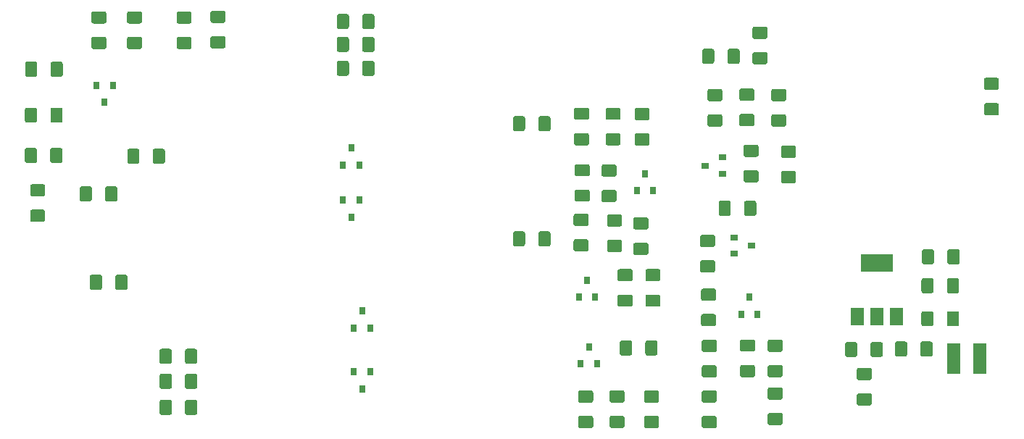
<source format=gbr>
G04 #@! TF.GenerationSoftware,KiCad,Pcbnew,(5.1.5)-3*
G04 #@! TF.CreationDate,2020-10-28T17:30:45+01:00*
G04 #@! TF.ProjectId,exciter,65786369-7465-4722-9e6b-696361645f70,rev?*
G04 #@! TF.SameCoordinates,Original*
G04 #@! TF.FileFunction,Paste,Top*
G04 #@! TF.FilePolarity,Positive*
%FSLAX46Y46*%
G04 Gerber Fmt 4.6, Leading zero omitted, Abs format (unit mm)*
G04 Created by KiCad (PCBNEW (5.1.5)-3) date 2020-10-28 17:30:45*
%MOMM*%
%LPD*%
G04 APERTURE LIST*
%ADD10C,0.100000*%
%ADD11R,1.500000X3.600000*%
%ADD12R,1.500000X2.000000*%
%ADD13R,3.800000X2.000000*%
%ADD14R,0.800000X0.900000*%
%ADD15R,0.900000X0.800000*%
G04 APERTURE END LIST*
D10*
G36*
X143905504Y-87390204D02*
G01*
X143929773Y-87393804D01*
X143953571Y-87399765D01*
X143976671Y-87408030D01*
X143998849Y-87418520D01*
X144019893Y-87431133D01*
X144039598Y-87445747D01*
X144057777Y-87462223D01*
X144074253Y-87480402D01*
X144088867Y-87500107D01*
X144101480Y-87521151D01*
X144111970Y-87543329D01*
X144120235Y-87566429D01*
X144126196Y-87590227D01*
X144129796Y-87614496D01*
X144131000Y-87639000D01*
X144131000Y-88564000D01*
X144129796Y-88588504D01*
X144126196Y-88612773D01*
X144120235Y-88636571D01*
X144111970Y-88659671D01*
X144101480Y-88681849D01*
X144088867Y-88702893D01*
X144074253Y-88722598D01*
X144057777Y-88740777D01*
X144039598Y-88757253D01*
X144019893Y-88771867D01*
X143998849Y-88784480D01*
X143976671Y-88794970D01*
X143953571Y-88803235D01*
X143929773Y-88809196D01*
X143905504Y-88812796D01*
X143881000Y-88814000D01*
X142631000Y-88814000D01*
X142606496Y-88812796D01*
X142582227Y-88809196D01*
X142558429Y-88803235D01*
X142535329Y-88794970D01*
X142513151Y-88784480D01*
X142492107Y-88771867D01*
X142472402Y-88757253D01*
X142454223Y-88740777D01*
X142437747Y-88722598D01*
X142423133Y-88702893D01*
X142410520Y-88681849D01*
X142400030Y-88659671D01*
X142391765Y-88636571D01*
X142385804Y-88612773D01*
X142382204Y-88588504D01*
X142381000Y-88564000D01*
X142381000Y-87639000D01*
X142382204Y-87614496D01*
X142385804Y-87590227D01*
X142391765Y-87566429D01*
X142400030Y-87543329D01*
X142410520Y-87521151D01*
X142423133Y-87500107D01*
X142437747Y-87480402D01*
X142454223Y-87462223D01*
X142472402Y-87445747D01*
X142492107Y-87431133D01*
X142513151Y-87418520D01*
X142535329Y-87408030D01*
X142558429Y-87399765D01*
X142582227Y-87393804D01*
X142606496Y-87390204D01*
X142631000Y-87389000D01*
X143881000Y-87389000D01*
X143905504Y-87390204D01*
G37*
G36*
X143905504Y-84415204D02*
G01*
X143929773Y-84418804D01*
X143953571Y-84424765D01*
X143976671Y-84433030D01*
X143998849Y-84443520D01*
X144019893Y-84456133D01*
X144039598Y-84470747D01*
X144057777Y-84487223D01*
X144074253Y-84505402D01*
X144088867Y-84525107D01*
X144101480Y-84546151D01*
X144111970Y-84568329D01*
X144120235Y-84591429D01*
X144126196Y-84615227D01*
X144129796Y-84639496D01*
X144131000Y-84664000D01*
X144131000Y-85589000D01*
X144129796Y-85613504D01*
X144126196Y-85637773D01*
X144120235Y-85661571D01*
X144111970Y-85684671D01*
X144101480Y-85706849D01*
X144088867Y-85727893D01*
X144074253Y-85747598D01*
X144057777Y-85765777D01*
X144039598Y-85782253D01*
X144019893Y-85796867D01*
X143998849Y-85809480D01*
X143976671Y-85819970D01*
X143953571Y-85828235D01*
X143929773Y-85834196D01*
X143905504Y-85837796D01*
X143881000Y-85839000D01*
X142631000Y-85839000D01*
X142606496Y-85837796D01*
X142582227Y-85834196D01*
X142558429Y-85828235D01*
X142535329Y-85819970D01*
X142513151Y-85809480D01*
X142492107Y-85796867D01*
X142472402Y-85782253D01*
X142454223Y-85765777D01*
X142437747Y-85747598D01*
X142423133Y-85727893D01*
X142410520Y-85706849D01*
X142400030Y-85684671D01*
X142391765Y-85661571D01*
X142385804Y-85637773D01*
X142382204Y-85613504D01*
X142381000Y-85589000D01*
X142381000Y-84664000D01*
X142382204Y-84639496D01*
X142385804Y-84615227D01*
X142391765Y-84591429D01*
X142400030Y-84568329D01*
X142410520Y-84546151D01*
X142423133Y-84525107D01*
X142437747Y-84505402D01*
X142454223Y-84487223D01*
X142472402Y-84470747D01*
X142492107Y-84456133D01*
X142513151Y-84443520D01*
X142535329Y-84433030D01*
X142558429Y-84424765D01*
X142582227Y-84418804D01*
X142606496Y-84415204D01*
X142631000Y-84414000D01*
X143881000Y-84414000D01*
X143905504Y-84415204D01*
G37*
G36*
X128466504Y-47132204D02*
G01*
X128490773Y-47135804D01*
X128514571Y-47141765D01*
X128537671Y-47150030D01*
X128559849Y-47160520D01*
X128580893Y-47173133D01*
X128600598Y-47187747D01*
X128618777Y-47204223D01*
X128635253Y-47222402D01*
X128649867Y-47242107D01*
X128662480Y-47263151D01*
X128672970Y-47285329D01*
X128681235Y-47308429D01*
X128687196Y-47332227D01*
X128690796Y-47356496D01*
X128692000Y-47381000D01*
X128692000Y-48631000D01*
X128690796Y-48655504D01*
X128687196Y-48679773D01*
X128681235Y-48703571D01*
X128672970Y-48726671D01*
X128662480Y-48748849D01*
X128649867Y-48769893D01*
X128635253Y-48789598D01*
X128618777Y-48807777D01*
X128600598Y-48824253D01*
X128580893Y-48838867D01*
X128559849Y-48851480D01*
X128537671Y-48861970D01*
X128514571Y-48870235D01*
X128490773Y-48876196D01*
X128466504Y-48879796D01*
X128442000Y-48881000D01*
X127517000Y-48881000D01*
X127492496Y-48879796D01*
X127468227Y-48876196D01*
X127444429Y-48870235D01*
X127421329Y-48861970D01*
X127399151Y-48851480D01*
X127378107Y-48838867D01*
X127358402Y-48824253D01*
X127340223Y-48807777D01*
X127323747Y-48789598D01*
X127309133Y-48769893D01*
X127296520Y-48748849D01*
X127286030Y-48726671D01*
X127277765Y-48703571D01*
X127271804Y-48679773D01*
X127268204Y-48655504D01*
X127267000Y-48631000D01*
X127267000Y-47381000D01*
X127268204Y-47356496D01*
X127271804Y-47332227D01*
X127277765Y-47308429D01*
X127286030Y-47285329D01*
X127296520Y-47263151D01*
X127309133Y-47242107D01*
X127323747Y-47222402D01*
X127340223Y-47204223D01*
X127358402Y-47187747D01*
X127378107Y-47173133D01*
X127399151Y-47160520D01*
X127421329Y-47150030D01*
X127444429Y-47141765D01*
X127468227Y-47135804D01*
X127492496Y-47132204D01*
X127517000Y-47131000D01*
X128442000Y-47131000D01*
X128466504Y-47132204D01*
G37*
G36*
X125491504Y-47132204D02*
G01*
X125515773Y-47135804D01*
X125539571Y-47141765D01*
X125562671Y-47150030D01*
X125584849Y-47160520D01*
X125605893Y-47173133D01*
X125625598Y-47187747D01*
X125643777Y-47204223D01*
X125660253Y-47222402D01*
X125674867Y-47242107D01*
X125687480Y-47263151D01*
X125697970Y-47285329D01*
X125706235Y-47308429D01*
X125712196Y-47332227D01*
X125715796Y-47356496D01*
X125717000Y-47381000D01*
X125717000Y-48631000D01*
X125715796Y-48655504D01*
X125712196Y-48679773D01*
X125706235Y-48703571D01*
X125697970Y-48726671D01*
X125687480Y-48748849D01*
X125674867Y-48769893D01*
X125660253Y-48789598D01*
X125643777Y-48807777D01*
X125625598Y-48824253D01*
X125605893Y-48838867D01*
X125584849Y-48851480D01*
X125562671Y-48861970D01*
X125539571Y-48870235D01*
X125515773Y-48876196D01*
X125491504Y-48879796D01*
X125467000Y-48881000D01*
X124542000Y-48881000D01*
X124517496Y-48879796D01*
X124493227Y-48876196D01*
X124469429Y-48870235D01*
X124446329Y-48861970D01*
X124424151Y-48851480D01*
X124403107Y-48838867D01*
X124383402Y-48824253D01*
X124365223Y-48807777D01*
X124348747Y-48789598D01*
X124334133Y-48769893D01*
X124321520Y-48748849D01*
X124311030Y-48726671D01*
X124302765Y-48703571D01*
X124296804Y-48679773D01*
X124293204Y-48655504D01*
X124292000Y-48631000D01*
X124292000Y-47381000D01*
X124293204Y-47356496D01*
X124296804Y-47332227D01*
X124302765Y-47308429D01*
X124311030Y-47285329D01*
X124321520Y-47263151D01*
X124334133Y-47242107D01*
X124348747Y-47222402D01*
X124365223Y-47204223D01*
X124383402Y-47187747D01*
X124403107Y-47173133D01*
X124424151Y-47160520D01*
X124446329Y-47150030D01*
X124469429Y-47141765D01*
X124493227Y-47135804D01*
X124517496Y-47132204D01*
X124542000Y-47131000D01*
X125467000Y-47131000D01*
X125491504Y-47132204D01*
G37*
D11*
X156719000Y-83312000D03*
X153669000Y-83312000D03*
D10*
G36*
X131713504Y-44537204D02*
G01*
X131737773Y-44540804D01*
X131761571Y-44546765D01*
X131784671Y-44555030D01*
X131806849Y-44565520D01*
X131827893Y-44578133D01*
X131847598Y-44592747D01*
X131865777Y-44609223D01*
X131882253Y-44627402D01*
X131896867Y-44647107D01*
X131909480Y-44668151D01*
X131919970Y-44690329D01*
X131928235Y-44713429D01*
X131934196Y-44737227D01*
X131937796Y-44761496D01*
X131939000Y-44786000D01*
X131939000Y-45711000D01*
X131937796Y-45735504D01*
X131934196Y-45759773D01*
X131928235Y-45783571D01*
X131919970Y-45806671D01*
X131909480Y-45828849D01*
X131896867Y-45849893D01*
X131882253Y-45869598D01*
X131865777Y-45887777D01*
X131847598Y-45904253D01*
X131827893Y-45918867D01*
X131806849Y-45931480D01*
X131784671Y-45941970D01*
X131761571Y-45950235D01*
X131737773Y-45956196D01*
X131713504Y-45959796D01*
X131689000Y-45961000D01*
X130439000Y-45961000D01*
X130414496Y-45959796D01*
X130390227Y-45956196D01*
X130366429Y-45950235D01*
X130343329Y-45941970D01*
X130321151Y-45931480D01*
X130300107Y-45918867D01*
X130280402Y-45904253D01*
X130262223Y-45887777D01*
X130245747Y-45869598D01*
X130231133Y-45849893D01*
X130218520Y-45828849D01*
X130208030Y-45806671D01*
X130199765Y-45783571D01*
X130193804Y-45759773D01*
X130190204Y-45735504D01*
X130189000Y-45711000D01*
X130189000Y-44786000D01*
X130190204Y-44761496D01*
X130193804Y-44737227D01*
X130199765Y-44713429D01*
X130208030Y-44690329D01*
X130218520Y-44668151D01*
X130231133Y-44647107D01*
X130245747Y-44627402D01*
X130262223Y-44609223D01*
X130280402Y-44592747D01*
X130300107Y-44578133D01*
X130321151Y-44565520D01*
X130343329Y-44555030D01*
X130366429Y-44546765D01*
X130390227Y-44540804D01*
X130414496Y-44537204D01*
X130439000Y-44536000D01*
X131689000Y-44536000D01*
X131713504Y-44537204D01*
G37*
G36*
X131713504Y-47512204D02*
G01*
X131737773Y-47515804D01*
X131761571Y-47521765D01*
X131784671Y-47530030D01*
X131806849Y-47540520D01*
X131827893Y-47553133D01*
X131847598Y-47567747D01*
X131865777Y-47584223D01*
X131882253Y-47602402D01*
X131896867Y-47622107D01*
X131909480Y-47643151D01*
X131919970Y-47665329D01*
X131928235Y-47688429D01*
X131934196Y-47712227D01*
X131937796Y-47736496D01*
X131939000Y-47761000D01*
X131939000Y-48686000D01*
X131937796Y-48710504D01*
X131934196Y-48734773D01*
X131928235Y-48758571D01*
X131919970Y-48781671D01*
X131909480Y-48803849D01*
X131896867Y-48824893D01*
X131882253Y-48844598D01*
X131865777Y-48862777D01*
X131847598Y-48879253D01*
X131827893Y-48893867D01*
X131806849Y-48906480D01*
X131784671Y-48916970D01*
X131761571Y-48925235D01*
X131737773Y-48931196D01*
X131713504Y-48934796D01*
X131689000Y-48936000D01*
X130439000Y-48936000D01*
X130414496Y-48934796D01*
X130390227Y-48931196D01*
X130366429Y-48925235D01*
X130343329Y-48916970D01*
X130321151Y-48906480D01*
X130300107Y-48893867D01*
X130280402Y-48879253D01*
X130262223Y-48862777D01*
X130245747Y-48844598D01*
X130231133Y-48824893D01*
X130218520Y-48803849D01*
X130208030Y-48781671D01*
X130199765Y-48758571D01*
X130193804Y-48734773D01*
X130190204Y-48710504D01*
X130189000Y-48686000D01*
X130189000Y-47761000D01*
X130190204Y-47736496D01*
X130193804Y-47712227D01*
X130199765Y-47688429D01*
X130208030Y-47665329D01*
X130218520Y-47643151D01*
X130231133Y-47622107D01*
X130245747Y-47602402D01*
X130262223Y-47584223D01*
X130280402Y-47567747D01*
X130300107Y-47553133D01*
X130321151Y-47540520D01*
X130343329Y-47530030D01*
X130366429Y-47521765D01*
X130390227Y-47515804D01*
X130414496Y-47512204D01*
X130439000Y-47511000D01*
X131689000Y-47511000D01*
X131713504Y-47512204D01*
G37*
G36*
X103393504Y-68468204D02*
G01*
X103417773Y-68471804D01*
X103441571Y-68477765D01*
X103464671Y-68486030D01*
X103486849Y-68496520D01*
X103507893Y-68509133D01*
X103527598Y-68523747D01*
X103545777Y-68540223D01*
X103562253Y-68558402D01*
X103576867Y-68578107D01*
X103589480Y-68599151D01*
X103599970Y-68621329D01*
X103608235Y-68644429D01*
X103614196Y-68668227D01*
X103617796Y-68692496D01*
X103619000Y-68717000D01*
X103619000Y-69967000D01*
X103617796Y-69991504D01*
X103614196Y-70015773D01*
X103608235Y-70039571D01*
X103599970Y-70062671D01*
X103589480Y-70084849D01*
X103576867Y-70105893D01*
X103562253Y-70125598D01*
X103545777Y-70143777D01*
X103527598Y-70160253D01*
X103507893Y-70174867D01*
X103486849Y-70187480D01*
X103464671Y-70197970D01*
X103441571Y-70206235D01*
X103417773Y-70212196D01*
X103393504Y-70215796D01*
X103369000Y-70217000D01*
X102444000Y-70217000D01*
X102419496Y-70215796D01*
X102395227Y-70212196D01*
X102371429Y-70206235D01*
X102348329Y-70197970D01*
X102326151Y-70187480D01*
X102305107Y-70174867D01*
X102285402Y-70160253D01*
X102267223Y-70143777D01*
X102250747Y-70125598D01*
X102236133Y-70105893D01*
X102223520Y-70084849D01*
X102213030Y-70062671D01*
X102204765Y-70039571D01*
X102198804Y-70015773D01*
X102195204Y-69991504D01*
X102194000Y-69967000D01*
X102194000Y-68717000D01*
X102195204Y-68692496D01*
X102198804Y-68668227D01*
X102204765Y-68644429D01*
X102213030Y-68621329D01*
X102223520Y-68599151D01*
X102236133Y-68578107D01*
X102250747Y-68558402D01*
X102267223Y-68540223D01*
X102285402Y-68523747D01*
X102305107Y-68509133D01*
X102326151Y-68496520D01*
X102348329Y-68486030D01*
X102371429Y-68477765D01*
X102395227Y-68471804D01*
X102419496Y-68468204D01*
X102444000Y-68467000D01*
X103369000Y-68467000D01*
X103393504Y-68468204D01*
G37*
G36*
X106368504Y-68468204D02*
G01*
X106392773Y-68471804D01*
X106416571Y-68477765D01*
X106439671Y-68486030D01*
X106461849Y-68496520D01*
X106482893Y-68509133D01*
X106502598Y-68523747D01*
X106520777Y-68540223D01*
X106537253Y-68558402D01*
X106551867Y-68578107D01*
X106564480Y-68599151D01*
X106574970Y-68621329D01*
X106583235Y-68644429D01*
X106589196Y-68668227D01*
X106592796Y-68692496D01*
X106594000Y-68717000D01*
X106594000Y-69967000D01*
X106592796Y-69991504D01*
X106589196Y-70015773D01*
X106583235Y-70039571D01*
X106574970Y-70062671D01*
X106564480Y-70084849D01*
X106551867Y-70105893D01*
X106537253Y-70125598D01*
X106520777Y-70143777D01*
X106502598Y-70160253D01*
X106482893Y-70174867D01*
X106461849Y-70187480D01*
X106439671Y-70197970D01*
X106416571Y-70206235D01*
X106392773Y-70212196D01*
X106368504Y-70215796D01*
X106344000Y-70217000D01*
X105419000Y-70217000D01*
X105394496Y-70215796D01*
X105370227Y-70212196D01*
X105346429Y-70206235D01*
X105323329Y-70197970D01*
X105301151Y-70187480D01*
X105280107Y-70174867D01*
X105260402Y-70160253D01*
X105242223Y-70143777D01*
X105225747Y-70125598D01*
X105211133Y-70105893D01*
X105198520Y-70084849D01*
X105188030Y-70062671D01*
X105179765Y-70039571D01*
X105173804Y-70015773D01*
X105170204Y-69991504D01*
X105169000Y-69967000D01*
X105169000Y-68717000D01*
X105170204Y-68692496D01*
X105173804Y-68668227D01*
X105179765Y-68644429D01*
X105188030Y-68621329D01*
X105198520Y-68599151D01*
X105211133Y-68578107D01*
X105225747Y-68558402D01*
X105242223Y-68540223D01*
X105260402Y-68523747D01*
X105280107Y-68509133D01*
X105301151Y-68496520D01*
X105323329Y-68486030D01*
X105346429Y-68477765D01*
X105370227Y-68471804D01*
X105394496Y-68468204D01*
X105419000Y-68467000D01*
X106344000Y-68467000D01*
X106368504Y-68468204D01*
G37*
G36*
X103393504Y-55006204D02*
G01*
X103417773Y-55009804D01*
X103441571Y-55015765D01*
X103464671Y-55024030D01*
X103486849Y-55034520D01*
X103507893Y-55047133D01*
X103527598Y-55061747D01*
X103545777Y-55078223D01*
X103562253Y-55096402D01*
X103576867Y-55116107D01*
X103589480Y-55137151D01*
X103599970Y-55159329D01*
X103608235Y-55182429D01*
X103614196Y-55206227D01*
X103617796Y-55230496D01*
X103619000Y-55255000D01*
X103619000Y-56505000D01*
X103617796Y-56529504D01*
X103614196Y-56553773D01*
X103608235Y-56577571D01*
X103599970Y-56600671D01*
X103589480Y-56622849D01*
X103576867Y-56643893D01*
X103562253Y-56663598D01*
X103545777Y-56681777D01*
X103527598Y-56698253D01*
X103507893Y-56712867D01*
X103486849Y-56725480D01*
X103464671Y-56735970D01*
X103441571Y-56744235D01*
X103417773Y-56750196D01*
X103393504Y-56753796D01*
X103369000Y-56755000D01*
X102444000Y-56755000D01*
X102419496Y-56753796D01*
X102395227Y-56750196D01*
X102371429Y-56744235D01*
X102348329Y-56735970D01*
X102326151Y-56725480D01*
X102305107Y-56712867D01*
X102285402Y-56698253D01*
X102267223Y-56681777D01*
X102250747Y-56663598D01*
X102236133Y-56643893D01*
X102223520Y-56622849D01*
X102213030Y-56600671D01*
X102204765Y-56577571D01*
X102198804Y-56553773D01*
X102195204Y-56529504D01*
X102194000Y-56505000D01*
X102194000Y-55255000D01*
X102195204Y-55230496D01*
X102198804Y-55206227D01*
X102204765Y-55182429D01*
X102213030Y-55159329D01*
X102223520Y-55137151D01*
X102236133Y-55116107D01*
X102250747Y-55096402D01*
X102267223Y-55078223D01*
X102285402Y-55061747D01*
X102305107Y-55047133D01*
X102326151Y-55034520D01*
X102348329Y-55024030D01*
X102371429Y-55015765D01*
X102395227Y-55009804D01*
X102419496Y-55006204D01*
X102444000Y-55005000D01*
X103369000Y-55005000D01*
X103393504Y-55006204D01*
G37*
G36*
X106368504Y-55006204D02*
G01*
X106392773Y-55009804D01*
X106416571Y-55015765D01*
X106439671Y-55024030D01*
X106461849Y-55034520D01*
X106482893Y-55047133D01*
X106502598Y-55061747D01*
X106520777Y-55078223D01*
X106537253Y-55096402D01*
X106551867Y-55116107D01*
X106564480Y-55137151D01*
X106574970Y-55159329D01*
X106583235Y-55182429D01*
X106589196Y-55206227D01*
X106592796Y-55230496D01*
X106594000Y-55255000D01*
X106594000Y-56505000D01*
X106592796Y-56529504D01*
X106589196Y-56553773D01*
X106583235Y-56577571D01*
X106574970Y-56600671D01*
X106564480Y-56622849D01*
X106551867Y-56643893D01*
X106537253Y-56663598D01*
X106520777Y-56681777D01*
X106502598Y-56698253D01*
X106482893Y-56712867D01*
X106461849Y-56725480D01*
X106439671Y-56735970D01*
X106416571Y-56744235D01*
X106392773Y-56750196D01*
X106368504Y-56753796D01*
X106344000Y-56755000D01*
X105419000Y-56755000D01*
X105394496Y-56753796D01*
X105370227Y-56750196D01*
X105346429Y-56744235D01*
X105323329Y-56735970D01*
X105301151Y-56725480D01*
X105280107Y-56712867D01*
X105260402Y-56698253D01*
X105242223Y-56681777D01*
X105225747Y-56663598D01*
X105211133Y-56643893D01*
X105198520Y-56622849D01*
X105188030Y-56600671D01*
X105179765Y-56577571D01*
X105173804Y-56553773D01*
X105170204Y-56529504D01*
X105169000Y-56505000D01*
X105169000Y-55255000D01*
X105170204Y-55230496D01*
X105173804Y-55206227D01*
X105179765Y-55182429D01*
X105188030Y-55159329D01*
X105198520Y-55137151D01*
X105211133Y-55116107D01*
X105225747Y-55096402D01*
X105242223Y-55078223D01*
X105260402Y-55061747D01*
X105280107Y-55047133D01*
X105301151Y-55034520D01*
X105323329Y-55024030D01*
X105346429Y-55015765D01*
X105370227Y-55009804D01*
X105394496Y-55006204D01*
X105419000Y-55005000D01*
X106344000Y-55005000D01*
X106368504Y-55006204D01*
G37*
G36*
X133491504Y-89676204D02*
G01*
X133515773Y-89679804D01*
X133539571Y-89685765D01*
X133562671Y-89694030D01*
X133584849Y-89704520D01*
X133605893Y-89717133D01*
X133625598Y-89731747D01*
X133643777Y-89748223D01*
X133660253Y-89766402D01*
X133674867Y-89786107D01*
X133687480Y-89807151D01*
X133697970Y-89829329D01*
X133706235Y-89852429D01*
X133712196Y-89876227D01*
X133715796Y-89900496D01*
X133717000Y-89925000D01*
X133717000Y-90850000D01*
X133715796Y-90874504D01*
X133712196Y-90898773D01*
X133706235Y-90922571D01*
X133697970Y-90945671D01*
X133687480Y-90967849D01*
X133674867Y-90988893D01*
X133660253Y-91008598D01*
X133643777Y-91026777D01*
X133625598Y-91043253D01*
X133605893Y-91057867D01*
X133584849Y-91070480D01*
X133562671Y-91080970D01*
X133539571Y-91089235D01*
X133515773Y-91095196D01*
X133491504Y-91098796D01*
X133467000Y-91100000D01*
X132217000Y-91100000D01*
X132192496Y-91098796D01*
X132168227Y-91095196D01*
X132144429Y-91089235D01*
X132121329Y-91080970D01*
X132099151Y-91070480D01*
X132078107Y-91057867D01*
X132058402Y-91043253D01*
X132040223Y-91026777D01*
X132023747Y-91008598D01*
X132009133Y-90988893D01*
X131996520Y-90967849D01*
X131986030Y-90945671D01*
X131977765Y-90922571D01*
X131971804Y-90898773D01*
X131968204Y-90874504D01*
X131967000Y-90850000D01*
X131967000Y-89925000D01*
X131968204Y-89900496D01*
X131971804Y-89876227D01*
X131977765Y-89852429D01*
X131986030Y-89829329D01*
X131996520Y-89807151D01*
X132009133Y-89786107D01*
X132023747Y-89766402D01*
X132040223Y-89748223D01*
X132058402Y-89731747D01*
X132078107Y-89717133D01*
X132099151Y-89704520D01*
X132121329Y-89694030D01*
X132144429Y-89685765D01*
X132168227Y-89679804D01*
X132192496Y-89676204D01*
X132217000Y-89675000D01*
X133467000Y-89675000D01*
X133491504Y-89676204D01*
G37*
G36*
X133491504Y-86701204D02*
G01*
X133515773Y-86704804D01*
X133539571Y-86710765D01*
X133562671Y-86719030D01*
X133584849Y-86729520D01*
X133605893Y-86742133D01*
X133625598Y-86756747D01*
X133643777Y-86773223D01*
X133660253Y-86791402D01*
X133674867Y-86811107D01*
X133687480Y-86832151D01*
X133697970Y-86854329D01*
X133706235Y-86877429D01*
X133712196Y-86901227D01*
X133715796Y-86925496D01*
X133717000Y-86950000D01*
X133717000Y-87875000D01*
X133715796Y-87899504D01*
X133712196Y-87923773D01*
X133706235Y-87947571D01*
X133697970Y-87970671D01*
X133687480Y-87992849D01*
X133674867Y-88013893D01*
X133660253Y-88033598D01*
X133643777Y-88051777D01*
X133625598Y-88068253D01*
X133605893Y-88082867D01*
X133584849Y-88095480D01*
X133562671Y-88105970D01*
X133539571Y-88114235D01*
X133515773Y-88120196D01*
X133491504Y-88123796D01*
X133467000Y-88125000D01*
X132217000Y-88125000D01*
X132192496Y-88123796D01*
X132168227Y-88120196D01*
X132144429Y-88114235D01*
X132121329Y-88105970D01*
X132099151Y-88095480D01*
X132078107Y-88082867D01*
X132058402Y-88068253D01*
X132040223Y-88051777D01*
X132023747Y-88033598D01*
X132009133Y-88013893D01*
X131996520Y-87992849D01*
X131986030Y-87970671D01*
X131977765Y-87947571D01*
X131971804Y-87923773D01*
X131968204Y-87899504D01*
X131967000Y-87875000D01*
X131967000Y-86950000D01*
X131968204Y-86925496D01*
X131971804Y-86901227D01*
X131977765Y-86877429D01*
X131986030Y-86854329D01*
X131996520Y-86832151D01*
X132009133Y-86811107D01*
X132023747Y-86791402D01*
X132040223Y-86773223D01*
X132058402Y-86756747D01*
X132078107Y-86742133D01*
X132099151Y-86729520D01*
X132121329Y-86719030D01*
X132144429Y-86710765D01*
X132168227Y-86704804D01*
X132192496Y-86701204D01*
X132217000Y-86700000D01*
X133467000Y-86700000D01*
X133491504Y-86701204D01*
G37*
G36*
X133491504Y-81113204D02*
G01*
X133515773Y-81116804D01*
X133539571Y-81122765D01*
X133562671Y-81131030D01*
X133584849Y-81141520D01*
X133605893Y-81154133D01*
X133625598Y-81168747D01*
X133643777Y-81185223D01*
X133660253Y-81203402D01*
X133674867Y-81223107D01*
X133687480Y-81244151D01*
X133697970Y-81266329D01*
X133706235Y-81289429D01*
X133712196Y-81313227D01*
X133715796Y-81337496D01*
X133717000Y-81362000D01*
X133717000Y-82287000D01*
X133715796Y-82311504D01*
X133712196Y-82335773D01*
X133706235Y-82359571D01*
X133697970Y-82382671D01*
X133687480Y-82404849D01*
X133674867Y-82425893D01*
X133660253Y-82445598D01*
X133643777Y-82463777D01*
X133625598Y-82480253D01*
X133605893Y-82494867D01*
X133584849Y-82507480D01*
X133562671Y-82517970D01*
X133539571Y-82526235D01*
X133515773Y-82532196D01*
X133491504Y-82535796D01*
X133467000Y-82537000D01*
X132217000Y-82537000D01*
X132192496Y-82535796D01*
X132168227Y-82532196D01*
X132144429Y-82526235D01*
X132121329Y-82517970D01*
X132099151Y-82507480D01*
X132078107Y-82494867D01*
X132058402Y-82480253D01*
X132040223Y-82463777D01*
X132023747Y-82445598D01*
X132009133Y-82425893D01*
X131996520Y-82404849D01*
X131986030Y-82382671D01*
X131977765Y-82359571D01*
X131971804Y-82335773D01*
X131968204Y-82311504D01*
X131967000Y-82287000D01*
X131967000Y-81362000D01*
X131968204Y-81337496D01*
X131971804Y-81313227D01*
X131977765Y-81289429D01*
X131986030Y-81266329D01*
X131996520Y-81244151D01*
X132009133Y-81223107D01*
X132023747Y-81203402D01*
X132040223Y-81185223D01*
X132058402Y-81168747D01*
X132078107Y-81154133D01*
X132099151Y-81141520D01*
X132121329Y-81131030D01*
X132144429Y-81122765D01*
X132168227Y-81116804D01*
X132192496Y-81113204D01*
X132217000Y-81112000D01*
X133467000Y-81112000D01*
X133491504Y-81113204D01*
G37*
G36*
X133491504Y-84088204D02*
G01*
X133515773Y-84091804D01*
X133539571Y-84097765D01*
X133562671Y-84106030D01*
X133584849Y-84116520D01*
X133605893Y-84129133D01*
X133625598Y-84143747D01*
X133643777Y-84160223D01*
X133660253Y-84178402D01*
X133674867Y-84198107D01*
X133687480Y-84219151D01*
X133697970Y-84241329D01*
X133706235Y-84264429D01*
X133712196Y-84288227D01*
X133715796Y-84312496D01*
X133717000Y-84337000D01*
X133717000Y-85262000D01*
X133715796Y-85286504D01*
X133712196Y-85310773D01*
X133706235Y-85334571D01*
X133697970Y-85357671D01*
X133687480Y-85379849D01*
X133674867Y-85400893D01*
X133660253Y-85420598D01*
X133643777Y-85438777D01*
X133625598Y-85455253D01*
X133605893Y-85469867D01*
X133584849Y-85482480D01*
X133562671Y-85492970D01*
X133539571Y-85501235D01*
X133515773Y-85507196D01*
X133491504Y-85510796D01*
X133467000Y-85512000D01*
X132217000Y-85512000D01*
X132192496Y-85510796D01*
X132168227Y-85507196D01*
X132144429Y-85501235D01*
X132121329Y-85492970D01*
X132099151Y-85482480D01*
X132078107Y-85469867D01*
X132058402Y-85455253D01*
X132040223Y-85438777D01*
X132023747Y-85420598D01*
X132009133Y-85400893D01*
X131996520Y-85379849D01*
X131986030Y-85357671D01*
X131977765Y-85334571D01*
X131971804Y-85310773D01*
X131968204Y-85286504D01*
X131967000Y-85262000D01*
X131967000Y-84337000D01*
X131968204Y-84312496D01*
X131971804Y-84288227D01*
X131977765Y-84264429D01*
X131986030Y-84241329D01*
X131996520Y-84219151D01*
X132009133Y-84198107D01*
X132023747Y-84178402D01*
X132040223Y-84160223D01*
X132058402Y-84143747D01*
X132078107Y-84129133D01*
X132099151Y-84116520D01*
X132121329Y-84106030D01*
X132144429Y-84097765D01*
X132168227Y-84091804D01*
X132192496Y-84088204D01*
X132217000Y-84087000D01*
X133467000Y-84087000D01*
X133491504Y-84088204D01*
G37*
G36*
X65093504Y-82184204D02*
G01*
X65117773Y-82187804D01*
X65141571Y-82193765D01*
X65164671Y-82202030D01*
X65186849Y-82212520D01*
X65207893Y-82225133D01*
X65227598Y-82239747D01*
X65245777Y-82256223D01*
X65262253Y-82274402D01*
X65276867Y-82294107D01*
X65289480Y-82315151D01*
X65299970Y-82337329D01*
X65308235Y-82360429D01*
X65314196Y-82384227D01*
X65317796Y-82408496D01*
X65319000Y-82433000D01*
X65319000Y-83683000D01*
X65317796Y-83707504D01*
X65314196Y-83731773D01*
X65308235Y-83755571D01*
X65299970Y-83778671D01*
X65289480Y-83800849D01*
X65276867Y-83821893D01*
X65262253Y-83841598D01*
X65245777Y-83859777D01*
X65227598Y-83876253D01*
X65207893Y-83890867D01*
X65186849Y-83903480D01*
X65164671Y-83913970D01*
X65141571Y-83922235D01*
X65117773Y-83928196D01*
X65093504Y-83931796D01*
X65069000Y-83933000D01*
X64144000Y-83933000D01*
X64119496Y-83931796D01*
X64095227Y-83928196D01*
X64071429Y-83922235D01*
X64048329Y-83913970D01*
X64026151Y-83903480D01*
X64005107Y-83890867D01*
X63985402Y-83876253D01*
X63967223Y-83859777D01*
X63950747Y-83841598D01*
X63936133Y-83821893D01*
X63923520Y-83800849D01*
X63913030Y-83778671D01*
X63904765Y-83755571D01*
X63898804Y-83731773D01*
X63895204Y-83707504D01*
X63894000Y-83683000D01*
X63894000Y-82433000D01*
X63895204Y-82408496D01*
X63898804Y-82384227D01*
X63904765Y-82360429D01*
X63913030Y-82337329D01*
X63923520Y-82315151D01*
X63936133Y-82294107D01*
X63950747Y-82274402D01*
X63967223Y-82256223D01*
X63985402Y-82239747D01*
X64005107Y-82225133D01*
X64026151Y-82212520D01*
X64048329Y-82202030D01*
X64071429Y-82193765D01*
X64095227Y-82187804D01*
X64119496Y-82184204D01*
X64144000Y-82183000D01*
X65069000Y-82183000D01*
X65093504Y-82184204D01*
G37*
G36*
X62118504Y-82184204D02*
G01*
X62142773Y-82187804D01*
X62166571Y-82193765D01*
X62189671Y-82202030D01*
X62211849Y-82212520D01*
X62232893Y-82225133D01*
X62252598Y-82239747D01*
X62270777Y-82256223D01*
X62287253Y-82274402D01*
X62301867Y-82294107D01*
X62314480Y-82315151D01*
X62324970Y-82337329D01*
X62333235Y-82360429D01*
X62339196Y-82384227D01*
X62342796Y-82408496D01*
X62344000Y-82433000D01*
X62344000Y-83683000D01*
X62342796Y-83707504D01*
X62339196Y-83731773D01*
X62333235Y-83755571D01*
X62324970Y-83778671D01*
X62314480Y-83800849D01*
X62301867Y-83821893D01*
X62287253Y-83841598D01*
X62270777Y-83859777D01*
X62252598Y-83876253D01*
X62232893Y-83890867D01*
X62211849Y-83903480D01*
X62189671Y-83913970D01*
X62166571Y-83922235D01*
X62142773Y-83928196D01*
X62118504Y-83931796D01*
X62094000Y-83933000D01*
X61169000Y-83933000D01*
X61144496Y-83931796D01*
X61120227Y-83928196D01*
X61096429Y-83922235D01*
X61073329Y-83913970D01*
X61051151Y-83903480D01*
X61030107Y-83890867D01*
X61010402Y-83876253D01*
X60992223Y-83859777D01*
X60975747Y-83841598D01*
X60961133Y-83821893D01*
X60948520Y-83800849D01*
X60938030Y-83778671D01*
X60929765Y-83755571D01*
X60923804Y-83731773D01*
X60920204Y-83707504D01*
X60919000Y-83683000D01*
X60919000Y-82433000D01*
X60920204Y-82408496D01*
X60923804Y-82384227D01*
X60929765Y-82360429D01*
X60938030Y-82337329D01*
X60948520Y-82315151D01*
X60961133Y-82294107D01*
X60975747Y-82274402D01*
X60992223Y-82256223D01*
X61010402Y-82239747D01*
X61030107Y-82225133D01*
X61051151Y-82212520D01*
X61073329Y-82202030D01*
X61096429Y-82193765D01*
X61120227Y-82187804D01*
X61144496Y-82184204D01*
X61169000Y-82183000D01*
X62094000Y-82183000D01*
X62118504Y-82184204D01*
G37*
G36*
X65093504Y-85105204D02*
G01*
X65117773Y-85108804D01*
X65141571Y-85114765D01*
X65164671Y-85123030D01*
X65186849Y-85133520D01*
X65207893Y-85146133D01*
X65227598Y-85160747D01*
X65245777Y-85177223D01*
X65262253Y-85195402D01*
X65276867Y-85215107D01*
X65289480Y-85236151D01*
X65299970Y-85258329D01*
X65308235Y-85281429D01*
X65314196Y-85305227D01*
X65317796Y-85329496D01*
X65319000Y-85354000D01*
X65319000Y-86604000D01*
X65317796Y-86628504D01*
X65314196Y-86652773D01*
X65308235Y-86676571D01*
X65299970Y-86699671D01*
X65289480Y-86721849D01*
X65276867Y-86742893D01*
X65262253Y-86762598D01*
X65245777Y-86780777D01*
X65227598Y-86797253D01*
X65207893Y-86811867D01*
X65186849Y-86824480D01*
X65164671Y-86834970D01*
X65141571Y-86843235D01*
X65117773Y-86849196D01*
X65093504Y-86852796D01*
X65069000Y-86854000D01*
X64144000Y-86854000D01*
X64119496Y-86852796D01*
X64095227Y-86849196D01*
X64071429Y-86843235D01*
X64048329Y-86834970D01*
X64026151Y-86824480D01*
X64005107Y-86811867D01*
X63985402Y-86797253D01*
X63967223Y-86780777D01*
X63950747Y-86762598D01*
X63936133Y-86742893D01*
X63923520Y-86721849D01*
X63913030Y-86699671D01*
X63904765Y-86676571D01*
X63898804Y-86652773D01*
X63895204Y-86628504D01*
X63894000Y-86604000D01*
X63894000Y-85354000D01*
X63895204Y-85329496D01*
X63898804Y-85305227D01*
X63904765Y-85281429D01*
X63913030Y-85258329D01*
X63923520Y-85236151D01*
X63936133Y-85215107D01*
X63950747Y-85195402D01*
X63967223Y-85177223D01*
X63985402Y-85160747D01*
X64005107Y-85146133D01*
X64026151Y-85133520D01*
X64048329Y-85123030D01*
X64071429Y-85114765D01*
X64095227Y-85108804D01*
X64119496Y-85105204D01*
X64144000Y-85104000D01*
X65069000Y-85104000D01*
X65093504Y-85105204D01*
G37*
G36*
X62118504Y-85105204D02*
G01*
X62142773Y-85108804D01*
X62166571Y-85114765D01*
X62189671Y-85123030D01*
X62211849Y-85133520D01*
X62232893Y-85146133D01*
X62252598Y-85160747D01*
X62270777Y-85177223D01*
X62287253Y-85195402D01*
X62301867Y-85215107D01*
X62314480Y-85236151D01*
X62324970Y-85258329D01*
X62333235Y-85281429D01*
X62339196Y-85305227D01*
X62342796Y-85329496D01*
X62344000Y-85354000D01*
X62344000Y-86604000D01*
X62342796Y-86628504D01*
X62339196Y-86652773D01*
X62333235Y-86676571D01*
X62324970Y-86699671D01*
X62314480Y-86721849D01*
X62301867Y-86742893D01*
X62287253Y-86762598D01*
X62270777Y-86780777D01*
X62252598Y-86797253D01*
X62232893Y-86811867D01*
X62211849Y-86824480D01*
X62189671Y-86834970D01*
X62166571Y-86843235D01*
X62142773Y-86849196D01*
X62118504Y-86852796D01*
X62094000Y-86854000D01*
X61169000Y-86854000D01*
X61144496Y-86852796D01*
X61120227Y-86849196D01*
X61096429Y-86843235D01*
X61073329Y-86834970D01*
X61051151Y-86824480D01*
X61030107Y-86811867D01*
X61010402Y-86797253D01*
X60992223Y-86780777D01*
X60975747Y-86762598D01*
X60961133Y-86742893D01*
X60948520Y-86721849D01*
X60938030Y-86699671D01*
X60929765Y-86676571D01*
X60923804Y-86652773D01*
X60920204Y-86628504D01*
X60919000Y-86604000D01*
X60919000Y-85354000D01*
X60920204Y-85329496D01*
X60923804Y-85305227D01*
X60929765Y-85281429D01*
X60938030Y-85258329D01*
X60948520Y-85236151D01*
X60961133Y-85215107D01*
X60975747Y-85195402D01*
X60992223Y-85177223D01*
X61010402Y-85160747D01*
X61030107Y-85146133D01*
X61051151Y-85133520D01*
X61073329Y-85123030D01*
X61096429Y-85114765D01*
X61120227Y-85108804D01*
X61144496Y-85105204D01*
X61169000Y-85104000D01*
X62094000Y-85104000D01*
X62118504Y-85105204D01*
G37*
G36*
X62118504Y-88153204D02*
G01*
X62142773Y-88156804D01*
X62166571Y-88162765D01*
X62189671Y-88171030D01*
X62211849Y-88181520D01*
X62232893Y-88194133D01*
X62252598Y-88208747D01*
X62270777Y-88225223D01*
X62287253Y-88243402D01*
X62301867Y-88263107D01*
X62314480Y-88284151D01*
X62324970Y-88306329D01*
X62333235Y-88329429D01*
X62339196Y-88353227D01*
X62342796Y-88377496D01*
X62344000Y-88402000D01*
X62344000Y-89652000D01*
X62342796Y-89676504D01*
X62339196Y-89700773D01*
X62333235Y-89724571D01*
X62324970Y-89747671D01*
X62314480Y-89769849D01*
X62301867Y-89790893D01*
X62287253Y-89810598D01*
X62270777Y-89828777D01*
X62252598Y-89845253D01*
X62232893Y-89859867D01*
X62211849Y-89872480D01*
X62189671Y-89882970D01*
X62166571Y-89891235D01*
X62142773Y-89897196D01*
X62118504Y-89900796D01*
X62094000Y-89902000D01*
X61169000Y-89902000D01*
X61144496Y-89900796D01*
X61120227Y-89897196D01*
X61096429Y-89891235D01*
X61073329Y-89882970D01*
X61051151Y-89872480D01*
X61030107Y-89859867D01*
X61010402Y-89845253D01*
X60992223Y-89828777D01*
X60975747Y-89810598D01*
X60961133Y-89790893D01*
X60948520Y-89769849D01*
X60938030Y-89747671D01*
X60929765Y-89724571D01*
X60923804Y-89700773D01*
X60920204Y-89676504D01*
X60919000Y-89652000D01*
X60919000Y-88402000D01*
X60920204Y-88377496D01*
X60923804Y-88353227D01*
X60929765Y-88329429D01*
X60938030Y-88306329D01*
X60948520Y-88284151D01*
X60961133Y-88263107D01*
X60975747Y-88243402D01*
X60992223Y-88225223D01*
X61010402Y-88208747D01*
X61030107Y-88194133D01*
X61051151Y-88181520D01*
X61073329Y-88171030D01*
X61096429Y-88162765D01*
X61120227Y-88156804D01*
X61144496Y-88153204D01*
X61169000Y-88152000D01*
X62094000Y-88152000D01*
X62118504Y-88153204D01*
G37*
G36*
X65093504Y-88153204D02*
G01*
X65117773Y-88156804D01*
X65141571Y-88162765D01*
X65164671Y-88171030D01*
X65186849Y-88181520D01*
X65207893Y-88194133D01*
X65227598Y-88208747D01*
X65245777Y-88225223D01*
X65262253Y-88243402D01*
X65276867Y-88263107D01*
X65289480Y-88284151D01*
X65299970Y-88306329D01*
X65308235Y-88329429D01*
X65314196Y-88353227D01*
X65317796Y-88377496D01*
X65319000Y-88402000D01*
X65319000Y-89652000D01*
X65317796Y-89676504D01*
X65314196Y-89700773D01*
X65308235Y-89724571D01*
X65299970Y-89747671D01*
X65289480Y-89769849D01*
X65276867Y-89790893D01*
X65262253Y-89810598D01*
X65245777Y-89828777D01*
X65227598Y-89845253D01*
X65207893Y-89859867D01*
X65186849Y-89872480D01*
X65164671Y-89882970D01*
X65141571Y-89891235D01*
X65117773Y-89897196D01*
X65093504Y-89900796D01*
X65069000Y-89902000D01*
X64144000Y-89902000D01*
X64119496Y-89900796D01*
X64095227Y-89897196D01*
X64071429Y-89891235D01*
X64048329Y-89882970D01*
X64026151Y-89872480D01*
X64005107Y-89859867D01*
X63985402Y-89845253D01*
X63967223Y-89828777D01*
X63950747Y-89810598D01*
X63936133Y-89790893D01*
X63923520Y-89769849D01*
X63913030Y-89747671D01*
X63904765Y-89724571D01*
X63898804Y-89700773D01*
X63895204Y-89676504D01*
X63894000Y-89652000D01*
X63894000Y-88402000D01*
X63895204Y-88377496D01*
X63898804Y-88353227D01*
X63904765Y-88329429D01*
X63913030Y-88306329D01*
X63923520Y-88284151D01*
X63936133Y-88263107D01*
X63950747Y-88243402D01*
X63967223Y-88225223D01*
X63985402Y-88208747D01*
X64005107Y-88194133D01*
X64026151Y-88181520D01*
X64048329Y-88171030D01*
X64071429Y-88162765D01*
X64095227Y-88156804D01*
X64119496Y-88153204D01*
X64144000Y-88152000D01*
X65069000Y-88152000D01*
X65093504Y-88153204D01*
G37*
G36*
X85794504Y-48529204D02*
G01*
X85818773Y-48532804D01*
X85842571Y-48538765D01*
X85865671Y-48547030D01*
X85887849Y-48557520D01*
X85908893Y-48570133D01*
X85928598Y-48584747D01*
X85946777Y-48601223D01*
X85963253Y-48619402D01*
X85977867Y-48639107D01*
X85990480Y-48660151D01*
X86000970Y-48682329D01*
X86009235Y-48705429D01*
X86015196Y-48729227D01*
X86018796Y-48753496D01*
X86020000Y-48778000D01*
X86020000Y-50028000D01*
X86018796Y-50052504D01*
X86015196Y-50076773D01*
X86009235Y-50100571D01*
X86000970Y-50123671D01*
X85990480Y-50145849D01*
X85977867Y-50166893D01*
X85963253Y-50186598D01*
X85946777Y-50204777D01*
X85928598Y-50221253D01*
X85908893Y-50235867D01*
X85887849Y-50248480D01*
X85865671Y-50258970D01*
X85842571Y-50267235D01*
X85818773Y-50273196D01*
X85794504Y-50276796D01*
X85770000Y-50278000D01*
X84845000Y-50278000D01*
X84820496Y-50276796D01*
X84796227Y-50273196D01*
X84772429Y-50267235D01*
X84749329Y-50258970D01*
X84727151Y-50248480D01*
X84706107Y-50235867D01*
X84686402Y-50221253D01*
X84668223Y-50204777D01*
X84651747Y-50186598D01*
X84637133Y-50166893D01*
X84624520Y-50145849D01*
X84614030Y-50123671D01*
X84605765Y-50100571D01*
X84599804Y-50076773D01*
X84596204Y-50052504D01*
X84595000Y-50028000D01*
X84595000Y-48778000D01*
X84596204Y-48753496D01*
X84599804Y-48729227D01*
X84605765Y-48705429D01*
X84614030Y-48682329D01*
X84624520Y-48660151D01*
X84637133Y-48639107D01*
X84651747Y-48619402D01*
X84668223Y-48601223D01*
X84686402Y-48584747D01*
X84706107Y-48570133D01*
X84727151Y-48557520D01*
X84749329Y-48547030D01*
X84772429Y-48538765D01*
X84796227Y-48532804D01*
X84820496Y-48529204D01*
X84845000Y-48528000D01*
X85770000Y-48528000D01*
X85794504Y-48529204D01*
G37*
G36*
X82819504Y-48529204D02*
G01*
X82843773Y-48532804D01*
X82867571Y-48538765D01*
X82890671Y-48547030D01*
X82912849Y-48557520D01*
X82933893Y-48570133D01*
X82953598Y-48584747D01*
X82971777Y-48601223D01*
X82988253Y-48619402D01*
X83002867Y-48639107D01*
X83015480Y-48660151D01*
X83025970Y-48682329D01*
X83034235Y-48705429D01*
X83040196Y-48729227D01*
X83043796Y-48753496D01*
X83045000Y-48778000D01*
X83045000Y-50028000D01*
X83043796Y-50052504D01*
X83040196Y-50076773D01*
X83034235Y-50100571D01*
X83025970Y-50123671D01*
X83015480Y-50145849D01*
X83002867Y-50166893D01*
X82988253Y-50186598D01*
X82971777Y-50204777D01*
X82953598Y-50221253D01*
X82933893Y-50235867D01*
X82912849Y-50248480D01*
X82890671Y-50258970D01*
X82867571Y-50267235D01*
X82843773Y-50273196D01*
X82819504Y-50276796D01*
X82795000Y-50278000D01*
X81870000Y-50278000D01*
X81845496Y-50276796D01*
X81821227Y-50273196D01*
X81797429Y-50267235D01*
X81774329Y-50258970D01*
X81752151Y-50248480D01*
X81731107Y-50235867D01*
X81711402Y-50221253D01*
X81693223Y-50204777D01*
X81676747Y-50186598D01*
X81662133Y-50166893D01*
X81649520Y-50145849D01*
X81639030Y-50123671D01*
X81630765Y-50100571D01*
X81624804Y-50076773D01*
X81621204Y-50052504D01*
X81620000Y-50028000D01*
X81620000Y-48778000D01*
X81621204Y-48753496D01*
X81624804Y-48729227D01*
X81630765Y-48705429D01*
X81639030Y-48682329D01*
X81649520Y-48660151D01*
X81662133Y-48639107D01*
X81676747Y-48619402D01*
X81693223Y-48601223D01*
X81711402Y-48584747D01*
X81731107Y-48570133D01*
X81752151Y-48557520D01*
X81774329Y-48547030D01*
X81797429Y-48538765D01*
X81821227Y-48532804D01*
X81845496Y-48529204D01*
X81870000Y-48528000D01*
X82795000Y-48528000D01*
X82819504Y-48529204D01*
G37*
G36*
X85794504Y-45735204D02*
G01*
X85818773Y-45738804D01*
X85842571Y-45744765D01*
X85865671Y-45753030D01*
X85887849Y-45763520D01*
X85908893Y-45776133D01*
X85928598Y-45790747D01*
X85946777Y-45807223D01*
X85963253Y-45825402D01*
X85977867Y-45845107D01*
X85990480Y-45866151D01*
X86000970Y-45888329D01*
X86009235Y-45911429D01*
X86015196Y-45935227D01*
X86018796Y-45959496D01*
X86020000Y-45984000D01*
X86020000Y-47234000D01*
X86018796Y-47258504D01*
X86015196Y-47282773D01*
X86009235Y-47306571D01*
X86000970Y-47329671D01*
X85990480Y-47351849D01*
X85977867Y-47372893D01*
X85963253Y-47392598D01*
X85946777Y-47410777D01*
X85928598Y-47427253D01*
X85908893Y-47441867D01*
X85887849Y-47454480D01*
X85865671Y-47464970D01*
X85842571Y-47473235D01*
X85818773Y-47479196D01*
X85794504Y-47482796D01*
X85770000Y-47484000D01*
X84845000Y-47484000D01*
X84820496Y-47482796D01*
X84796227Y-47479196D01*
X84772429Y-47473235D01*
X84749329Y-47464970D01*
X84727151Y-47454480D01*
X84706107Y-47441867D01*
X84686402Y-47427253D01*
X84668223Y-47410777D01*
X84651747Y-47392598D01*
X84637133Y-47372893D01*
X84624520Y-47351849D01*
X84614030Y-47329671D01*
X84605765Y-47306571D01*
X84599804Y-47282773D01*
X84596204Y-47258504D01*
X84595000Y-47234000D01*
X84595000Y-45984000D01*
X84596204Y-45959496D01*
X84599804Y-45935227D01*
X84605765Y-45911429D01*
X84614030Y-45888329D01*
X84624520Y-45866151D01*
X84637133Y-45845107D01*
X84651747Y-45825402D01*
X84668223Y-45807223D01*
X84686402Y-45790747D01*
X84706107Y-45776133D01*
X84727151Y-45763520D01*
X84749329Y-45753030D01*
X84772429Y-45744765D01*
X84796227Y-45738804D01*
X84820496Y-45735204D01*
X84845000Y-45734000D01*
X85770000Y-45734000D01*
X85794504Y-45735204D01*
G37*
G36*
X82819504Y-45735204D02*
G01*
X82843773Y-45738804D01*
X82867571Y-45744765D01*
X82890671Y-45753030D01*
X82912849Y-45763520D01*
X82933893Y-45776133D01*
X82953598Y-45790747D01*
X82971777Y-45807223D01*
X82988253Y-45825402D01*
X83002867Y-45845107D01*
X83015480Y-45866151D01*
X83025970Y-45888329D01*
X83034235Y-45911429D01*
X83040196Y-45935227D01*
X83043796Y-45959496D01*
X83045000Y-45984000D01*
X83045000Y-47234000D01*
X83043796Y-47258504D01*
X83040196Y-47282773D01*
X83034235Y-47306571D01*
X83025970Y-47329671D01*
X83015480Y-47351849D01*
X83002867Y-47372893D01*
X82988253Y-47392598D01*
X82971777Y-47410777D01*
X82953598Y-47427253D01*
X82933893Y-47441867D01*
X82912849Y-47454480D01*
X82890671Y-47464970D01*
X82867571Y-47473235D01*
X82843773Y-47479196D01*
X82819504Y-47482796D01*
X82795000Y-47484000D01*
X81870000Y-47484000D01*
X81845496Y-47482796D01*
X81821227Y-47479196D01*
X81797429Y-47473235D01*
X81774329Y-47464970D01*
X81752151Y-47454480D01*
X81731107Y-47441867D01*
X81711402Y-47427253D01*
X81693223Y-47410777D01*
X81676747Y-47392598D01*
X81662133Y-47372893D01*
X81649520Y-47351849D01*
X81639030Y-47329671D01*
X81630765Y-47306571D01*
X81624804Y-47282773D01*
X81621204Y-47258504D01*
X81620000Y-47234000D01*
X81620000Y-45984000D01*
X81621204Y-45959496D01*
X81624804Y-45935227D01*
X81630765Y-45911429D01*
X81639030Y-45888329D01*
X81649520Y-45866151D01*
X81662133Y-45845107D01*
X81676747Y-45825402D01*
X81693223Y-45807223D01*
X81711402Y-45790747D01*
X81731107Y-45776133D01*
X81752151Y-45763520D01*
X81774329Y-45753030D01*
X81797429Y-45744765D01*
X81821227Y-45738804D01*
X81845496Y-45735204D01*
X81870000Y-45734000D01*
X82795000Y-45734000D01*
X82819504Y-45735204D01*
G37*
G36*
X82819504Y-43068204D02*
G01*
X82843773Y-43071804D01*
X82867571Y-43077765D01*
X82890671Y-43086030D01*
X82912849Y-43096520D01*
X82933893Y-43109133D01*
X82953598Y-43123747D01*
X82971777Y-43140223D01*
X82988253Y-43158402D01*
X83002867Y-43178107D01*
X83015480Y-43199151D01*
X83025970Y-43221329D01*
X83034235Y-43244429D01*
X83040196Y-43268227D01*
X83043796Y-43292496D01*
X83045000Y-43317000D01*
X83045000Y-44567000D01*
X83043796Y-44591504D01*
X83040196Y-44615773D01*
X83034235Y-44639571D01*
X83025970Y-44662671D01*
X83015480Y-44684849D01*
X83002867Y-44705893D01*
X82988253Y-44725598D01*
X82971777Y-44743777D01*
X82953598Y-44760253D01*
X82933893Y-44774867D01*
X82912849Y-44787480D01*
X82890671Y-44797970D01*
X82867571Y-44806235D01*
X82843773Y-44812196D01*
X82819504Y-44815796D01*
X82795000Y-44817000D01*
X81870000Y-44817000D01*
X81845496Y-44815796D01*
X81821227Y-44812196D01*
X81797429Y-44806235D01*
X81774329Y-44797970D01*
X81752151Y-44787480D01*
X81731107Y-44774867D01*
X81711402Y-44760253D01*
X81693223Y-44743777D01*
X81676747Y-44725598D01*
X81662133Y-44705893D01*
X81649520Y-44684849D01*
X81639030Y-44662671D01*
X81630765Y-44639571D01*
X81624804Y-44615773D01*
X81621204Y-44591504D01*
X81620000Y-44567000D01*
X81620000Y-43317000D01*
X81621204Y-43292496D01*
X81624804Y-43268227D01*
X81630765Y-43244429D01*
X81639030Y-43221329D01*
X81649520Y-43199151D01*
X81662133Y-43178107D01*
X81676747Y-43158402D01*
X81693223Y-43140223D01*
X81711402Y-43123747D01*
X81731107Y-43109133D01*
X81752151Y-43096520D01*
X81774329Y-43086030D01*
X81797429Y-43077765D01*
X81821227Y-43071804D01*
X81845496Y-43068204D01*
X81870000Y-43067000D01*
X82795000Y-43067000D01*
X82819504Y-43068204D01*
G37*
G36*
X85794504Y-43068204D02*
G01*
X85818773Y-43071804D01*
X85842571Y-43077765D01*
X85865671Y-43086030D01*
X85887849Y-43096520D01*
X85908893Y-43109133D01*
X85928598Y-43123747D01*
X85946777Y-43140223D01*
X85963253Y-43158402D01*
X85977867Y-43178107D01*
X85990480Y-43199151D01*
X86000970Y-43221329D01*
X86009235Y-43244429D01*
X86015196Y-43268227D01*
X86018796Y-43292496D01*
X86020000Y-43317000D01*
X86020000Y-44567000D01*
X86018796Y-44591504D01*
X86015196Y-44615773D01*
X86009235Y-44639571D01*
X86000970Y-44662671D01*
X85990480Y-44684849D01*
X85977867Y-44705893D01*
X85963253Y-44725598D01*
X85946777Y-44743777D01*
X85928598Y-44760253D01*
X85908893Y-44774867D01*
X85887849Y-44787480D01*
X85865671Y-44797970D01*
X85842571Y-44806235D01*
X85818773Y-44812196D01*
X85794504Y-44815796D01*
X85770000Y-44817000D01*
X84845000Y-44817000D01*
X84820496Y-44815796D01*
X84796227Y-44812196D01*
X84772429Y-44806235D01*
X84749329Y-44797970D01*
X84727151Y-44787480D01*
X84706107Y-44774867D01*
X84686402Y-44760253D01*
X84668223Y-44743777D01*
X84651747Y-44725598D01*
X84637133Y-44705893D01*
X84624520Y-44684849D01*
X84614030Y-44662671D01*
X84605765Y-44639571D01*
X84599804Y-44615773D01*
X84596204Y-44591504D01*
X84595000Y-44567000D01*
X84595000Y-43317000D01*
X84596204Y-43292496D01*
X84599804Y-43268227D01*
X84605765Y-43244429D01*
X84614030Y-43221329D01*
X84624520Y-43199151D01*
X84637133Y-43178107D01*
X84651747Y-43158402D01*
X84668223Y-43140223D01*
X84686402Y-43123747D01*
X84706107Y-43109133D01*
X84727151Y-43096520D01*
X84749329Y-43086030D01*
X84772429Y-43077765D01*
X84796227Y-43071804D01*
X84820496Y-43068204D01*
X84845000Y-43067000D01*
X85770000Y-43067000D01*
X85794504Y-43068204D01*
G37*
G36*
X47324504Y-62951204D02*
G01*
X47348773Y-62954804D01*
X47372571Y-62960765D01*
X47395671Y-62969030D01*
X47417849Y-62979520D01*
X47438893Y-62992133D01*
X47458598Y-63006747D01*
X47476777Y-63023223D01*
X47493253Y-63041402D01*
X47507867Y-63061107D01*
X47520480Y-63082151D01*
X47530970Y-63104329D01*
X47539235Y-63127429D01*
X47545196Y-63151227D01*
X47548796Y-63175496D01*
X47550000Y-63200000D01*
X47550000Y-64125000D01*
X47548796Y-64149504D01*
X47545196Y-64173773D01*
X47539235Y-64197571D01*
X47530970Y-64220671D01*
X47520480Y-64242849D01*
X47507867Y-64263893D01*
X47493253Y-64283598D01*
X47476777Y-64301777D01*
X47458598Y-64318253D01*
X47438893Y-64332867D01*
X47417849Y-64345480D01*
X47395671Y-64355970D01*
X47372571Y-64364235D01*
X47348773Y-64370196D01*
X47324504Y-64373796D01*
X47300000Y-64375000D01*
X46050000Y-64375000D01*
X46025496Y-64373796D01*
X46001227Y-64370196D01*
X45977429Y-64364235D01*
X45954329Y-64355970D01*
X45932151Y-64345480D01*
X45911107Y-64332867D01*
X45891402Y-64318253D01*
X45873223Y-64301777D01*
X45856747Y-64283598D01*
X45842133Y-64263893D01*
X45829520Y-64242849D01*
X45819030Y-64220671D01*
X45810765Y-64197571D01*
X45804804Y-64173773D01*
X45801204Y-64149504D01*
X45800000Y-64125000D01*
X45800000Y-63200000D01*
X45801204Y-63175496D01*
X45804804Y-63151227D01*
X45810765Y-63127429D01*
X45819030Y-63104329D01*
X45829520Y-63082151D01*
X45842133Y-63061107D01*
X45856747Y-63041402D01*
X45873223Y-63023223D01*
X45891402Y-63006747D01*
X45911107Y-62992133D01*
X45932151Y-62979520D01*
X45954329Y-62969030D01*
X45977429Y-62960765D01*
X46001227Y-62954804D01*
X46025496Y-62951204D01*
X46050000Y-62950000D01*
X47300000Y-62950000D01*
X47324504Y-62951204D01*
G37*
G36*
X47324504Y-65926204D02*
G01*
X47348773Y-65929804D01*
X47372571Y-65935765D01*
X47395671Y-65944030D01*
X47417849Y-65954520D01*
X47438893Y-65967133D01*
X47458598Y-65981747D01*
X47476777Y-65998223D01*
X47493253Y-66016402D01*
X47507867Y-66036107D01*
X47520480Y-66057151D01*
X47530970Y-66079329D01*
X47539235Y-66102429D01*
X47545196Y-66126227D01*
X47548796Y-66150496D01*
X47550000Y-66175000D01*
X47550000Y-67100000D01*
X47548796Y-67124504D01*
X47545196Y-67148773D01*
X47539235Y-67172571D01*
X47530970Y-67195671D01*
X47520480Y-67217849D01*
X47507867Y-67238893D01*
X47493253Y-67258598D01*
X47476777Y-67276777D01*
X47458598Y-67293253D01*
X47438893Y-67307867D01*
X47417849Y-67320480D01*
X47395671Y-67330970D01*
X47372571Y-67339235D01*
X47348773Y-67345196D01*
X47324504Y-67348796D01*
X47300000Y-67350000D01*
X46050000Y-67350000D01*
X46025496Y-67348796D01*
X46001227Y-67345196D01*
X45977429Y-67339235D01*
X45954329Y-67330970D01*
X45932151Y-67320480D01*
X45911107Y-67307867D01*
X45891402Y-67293253D01*
X45873223Y-67276777D01*
X45856747Y-67258598D01*
X45842133Y-67238893D01*
X45829520Y-67217849D01*
X45819030Y-67195671D01*
X45810765Y-67172571D01*
X45804804Y-67148773D01*
X45801204Y-67124504D01*
X45800000Y-67100000D01*
X45800000Y-66175000D01*
X45801204Y-66150496D01*
X45804804Y-66126227D01*
X45810765Y-66102429D01*
X45819030Y-66079329D01*
X45829520Y-66057151D01*
X45842133Y-66036107D01*
X45856747Y-66016402D01*
X45873223Y-65998223D01*
X45891402Y-65981747D01*
X45911107Y-65967133D01*
X45932151Y-65954520D01*
X45954329Y-65944030D01*
X45977429Y-65935765D01*
X46001227Y-65929804D01*
X46025496Y-65926204D01*
X46050000Y-65925000D01*
X47300000Y-65925000D01*
X47324504Y-65926204D01*
G37*
G36*
X158764504Y-53481204D02*
G01*
X158788773Y-53484804D01*
X158812571Y-53490765D01*
X158835671Y-53499030D01*
X158857849Y-53509520D01*
X158878893Y-53522133D01*
X158898598Y-53536747D01*
X158916777Y-53553223D01*
X158933253Y-53571402D01*
X158947867Y-53591107D01*
X158960480Y-53612151D01*
X158970970Y-53634329D01*
X158979235Y-53657429D01*
X158985196Y-53681227D01*
X158988796Y-53705496D01*
X158990000Y-53730000D01*
X158990000Y-54655000D01*
X158988796Y-54679504D01*
X158985196Y-54703773D01*
X158979235Y-54727571D01*
X158970970Y-54750671D01*
X158960480Y-54772849D01*
X158947867Y-54793893D01*
X158933253Y-54813598D01*
X158916777Y-54831777D01*
X158898598Y-54848253D01*
X158878893Y-54862867D01*
X158857849Y-54875480D01*
X158835671Y-54885970D01*
X158812571Y-54894235D01*
X158788773Y-54900196D01*
X158764504Y-54903796D01*
X158740000Y-54905000D01*
X157490000Y-54905000D01*
X157465496Y-54903796D01*
X157441227Y-54900196D01*
X157417429Y-54894235D01*
X157394329Y-54885970D01*
X157372151Y-54875480D01*
X157351107Y-54862867D01*
X157331402Y-54848253D01*
X157313223Y-54831777D01*
X157296747Y-54813598D01*
X157282133Y-54793893D01*
X157269520Y-54772849D01*
X157259030Y-54750671D01*
X157250765Y-54727571D01*
X157244804Y-54703773D01*
X157241204Y-54679504D01*
X157240000Y-54655000D01*
X157240000Y-53730000D01*
X157241204Y-53705496D01*
X157244804Y-53681227D01*
X157250765Y-53657429D01*
X157259030Y-53634329D01*
X157269520Y-53612151D01*
X157282133Y-53591107D01*
X157296747Y-53571402D01*
X157313223Y-53553223D01*
X157331402Y-53536747D01*
X157351107Y-53522133D01*
X157372151Y-53509520D01*
X157394329Y-53499030D01*
X157417429Y-53490765D01*
X157441227Y-53484804D01*
X157465496Y-53481204D01*
X157490000Y-53480000D01*
X158740000Y-53480000D01*
X158764504Y-53481204D01*
G37*
G36*
X158764504Y-50506204D02*
G01*
X158788773Y-50509804D01*
X158812571Y-50515765D01*
X158835671Y-50524030D01*
X158857849Y-50534520D01*
X158878893Y-50547133D01*
X158898598Y-50561747D01*
X158916777Y-50578223D01*
X158933253Y-50596402D01*
X158947867Y-50616107D01*
X158960480Y-50637151D01*
X158970970Y-50659329D01*
X158979235Y-50682429D01*
X158985196Y-50706227D01*
X158988796Y-50730496D01*
X158990000Y-50755000D01*
X158990000Y-51680000D01*
X158988796Y-51704504D01*
X158985196Y-51728773D01*
X158979235Y-51752571D01*
X158970970Y-51775671D01*
X158960480Y-51797849D01*
X158947867Y-51818893D01*
X158933253Y-51838598D01*
X158916777Y-51856777D01*
X158898598Y-51873253D01*
X158878893Y-51887867D01*
X158857849Y-51900480D01*
X158835671Y-51910970D01*
X158812571Y-51919235D01*
X158788773Y-51925196D01*
X158764504Y-51928796D01*
X158740000Y-51930000D01*
X157490000Y-51930000D01*
X157465496Y-51928796D01*
X157441227Y-51925196D01*
X157417429Y-51919235D01*
X157394329Y-51910970D01*
X157372151Y-51900480D01*
X157351107Y-51887867D01*
X157331402Y-51873253D01*
X157313223Y-51856777D01*
X157296747Y-51838598D01*
X157282133Y-51818893D01*
X157269520Y-51797849D01*
X157259030Y-51775671D01*
X157250765Y-51752571D01*
X157244804Y-51728773D01*
X157241204Y-51704504D01*
X157240000Y-51680000D01*
X157240000Y-50755000D01*
X157241204Y-50730496D01*
X157244804Y-50706227D01*
X157250765Y-50682429D01*
X157259030Y-50659329D01*
X157269520Y-50637151D01*
X157282133Y-50616107D01*
X157296747Y-50596402D01*
X157313223Y-50578223D01*
X157331402Y-50561747D01*
X157351107Y-50547133D01*
X157372151Y-50534520D01*
X157394329Y-50524030D01*
X157417429Y-50515765D01*
X157441227Y-50509804D01*
X157465496Y-50506204D01*
X157490000Y-50505000D01*
X158740000Y-50505000D01*
X158764504Y-50506204D01*
G37*
G36*
X154102724Y-73931744D02*
G01*
X154126993Y-73935344D01*
X154150791Y-73941305D01*
X154173891Y-73949570D01*
X154196069Y-73960060D01*
X154217113Y-73972673D01*
X154236818Y-73987287D01*
X154254997Y-74003763D01*
X154271473Y-74021942D01*
X154286087Y-74041647D01*
X154298700Y-74062691D01*
X154309190Y-74084869D01*
X154317455Y-74107969D01*
X154323416Y-74131767D01*
X154327016Y-74156036D01*
X154328220Y-74180540D01*
X154328220Y-75430540D01*
X154327016Y-75455044D01*
X154323416Y-75479313D01*
X154317455Y-75503111D01*
X154309190Y-75526211D01*
X154298700Y-75548389D01*
X154286087Y-75569433D01*
X154271473Y-75589138D01*
X154254997Y-75607317D01*
X154236818Y-75623793D01*
X154217113Y-75638407D01*
X154196069Y-75651020D01*
X154173891Y-75661510D01*
X154150791Y-75669775D01*
X154126993Y-75675736D01*
X154102724Y-75679336D01*
X154078220Y-75680540D01*
X153153220Y-75680540D01*
X153128716Y-75679336D01*
X153104447Y-75675736D01*
X153080649Y-75669775D01*
X153057549Y-75661510D01*
X153035371Y-75651020D01*
X153014327Y-75638407D01*
X152994622Y-75623793D01*
X152976443Y-75607317D01*
X152959967Y-75589138D01*
X152945353Y-75569433D01*
X152932740Y-75548389D01*
X152922250Y-75526211D01*
X152913985Y-75503111D01*
X152908024Y-75479313D01*
X152904424Y-75455044D01*
X152903220Y-75430540D01*
X152903220Y-74180540D01*
X152904424Y-74156036D01*
X152908024Y-74131767D01*
X152913985Y-74107969D01*
X152922250Y-74084869D01*
X152932740Y-74062691D01*
X152945353Y-74041647D01*
X152959967Y-74021942D01*
X152976443Y-74003763D01*
X152994622Y-73987287D01*
X153014327Y-73972673D01*
X153035371Y-73960060D01*
X153057549Y-73949570D01*
X153080649Y-73941305D01*
X153104447Y-73935344D01*
X153128716Y-73931744D01*
X153153220Y-73930540D01*
X154078220Y-73930540D01*
X154102724Y-73931744D01*
G37*
G36*
X151127724Y-73931744D02*
G01*
X151151993Y-73935344D01*
X151175791Y-73941305D01*
X151198891Y-73949570D01*
X151221069Y-73960060D01*
X151242113Y-73972673D01*
X151261818Y-73987287D01*
X151279997Y-74003763D01*
X151296473Y-74021942D01*
X151311087Y-74041647D01*
X151323700Y-74062691D01*
X151334190Y-74084869D01*
X151342455Y-74107969D01*
X151348416Y-74131767D01*
X151352016Y-74156036D01*
X151353220Y-74180540D01*
X151353220Y-75430540D01*
X151352016Y-75455044D01*
X151348416Y-75479313D01*
X151342455Y-75503111D01*
X151334190Y-75526211D01*
X151323700Y-75548389D01*
X151311087Y-75569433D01*
X151296473Y-75589138D01*
X151279997Y-75607317D01*
X151261818Y-75623793D01*
X151242113Y-75638407D01*
X151221069Y-75651020D01*
X151198891Y-75661510D01*
X151175791Y-75669775D01*
X151151993Y-75675736D01*
X151127724Y-75679336D01*
X151103220Y-75680540D01*
X150178220Y-75680540D01*
X150153716Y-75679336D01*
X150129447Y-75675736D01*
X150105649Y-75669775D01*
X150082549Y-75661510D01*
X150060371Y-75651020D01*
X150039327Y-75638407D01*
X150019622Y-75623793D01*
X150001443Y-75607317D01*
X149984967Y-75589138D01*
X149970353Y-75569433D01*
X149957740Y-75548389D01*
X149947250Y-75526211D01*
X149938985Y-75503111D01*
X149933024Y-75479313D01*
X149929424Y-75455044D01*
X149928220Y-75430540D01*
X149928220Y-74180540D01*
X149929424Y-74156036D01*
X149933024Y-74131767D01*
X149938985Y-74107969D01*
X149947250Y-74084869D01*
X149957740Y-74062691D01*
X149970353Y-74041647D01*
X149984967Y-74021942D01*
X150001443Y-74003763D01*
X150019622Y-73987287D01*
X150039327Y-73972673D01*
X150060371Y-73960060D01*
X150082549Y-73949570D01*
X150105649Y-73941305D01*
X150129447Y-73935344D01*
X150153716Y-73931744D01*
X150178220Y-73930540D01*
X151103220Y-73930540D01*
X151127724Y-73931744D01*
G37*
G36*
X148026384Y-81333304D02*
G01*
X148050653Y-81336904D01*
X148074451Y-81342865D01*
X148097551Y-81351130D01*
X148119729Y-81361620D01*
X148140773Y-81374233D01*
X148160478Y-81388847D01*
X148178657Y-81405323D01*
X148195133Y-81423502D01*
X148209747Y-81443207D01*
X148222360Y-81464251D01*
X148232850Y-81486429D01*
X148241115Y-81509529D01*
X148247076Y-81533327D01*
X148250676Y-81557596D01*
X148251880Y-81582100D01*
X148251880Y-82832100D01*
X148250676Y-82856604D01*
X148247076Y-82880873D01*
X148241115Y-82904671D01*
X148232850Y-82927771D01*
X148222360Y-82949949D01*
X148209747Y-82970993D01*
X148195133Y-82990698D01*
X148178657Y-83008877D01*
X148160478Y-83025353D01*
X148140773Y-83039967D01*
X148119729Y-83052580D01*
X148097551Y-83063070D01*
X148074451Y-83071335D01*
X148050653Y-83077296D01*
X148026384Y-83080896D01*
X148001880Y-83082100D01*
X147076880Y-83082100D01*
X147052376Y-83080896D01*
X147028107Y-83077296D01*
X147004309Y-83071335D01*
X146981209Y-83063070D01*
X146959031Y-83052580D01*
X146937987Y-83039967D01*
X146918282Y-83025353D01*
X146900103Y-83008877D01*
X146883627Y-82990698D01*
X146869013Y-82970993D01*
X146856400Y-82949949D01*
X146845910Y-82927771D01*
X146837645Y-82904671D01*
X146831684Y-82880873D01*
X146828084Y-82856604D01*
X146826880Y-82832100D01*
X146826880Y-81582100D01*
X146828084Y-81557596D01*
X146831684Y-81533327D01*
X146837645Y-81509529D01*
X146845910Y-81486429D01*
X146856400Y-81464251D01*
X146869013Y-81443207D01*
X146883627Y-81423502D01*
X146900103Y-81405323D01*
X146918282Y-81388847D01*
X146937987Y-81374233D01*
X146959031Y-81361620D01*
X146981209Y-81351130D01*
X147004309Y-81342865D01*
X147028107Y-81336904D01*
X147052376Y-81333304D01*
X147076880Y-81332100D01*
X148001880Y-81332100D01*
X148026384Y-81333304D01*
G37*
G36*
X151001384Y-81333304D02*
G01*
X151025653Y-81336904D01*
X151049451Y-81342865D01*
X151072551Y-81351130D01*
X151094729Y-81361620D01*
X151115773Y-81374233D01*
X151135478Y-81388847D01*
X151153657Y-81405323D01*
X151170133Y-81423502D01*
X151184747Y-81443207D01*
X151197360Y-81464251D01*
X151207850Y-81486429D01*
X151216115Y-81509529D01*
X151222076Y-81533327D01*
X151225676Y-81557596D01*
X151226880Y-81582100D01*
X151226880Y-82832100D01*
X151225676Y-82856604D01*
X151222076Y-82880873D01*
X151216115Y-82904671D01*
X151207850Y-82927771D01*
X151197360Y-82949949D01*
X151184747Y-82970993D01*
X151170133Y-82990698D01*
X151153657Y-83008877D01*
X151135478Y-83025353D01*
X151115773Y-83039967D01*
X151094729Y-83052580D01*
X151072551Y-83063070D01*
X151049451Y-83071335D01*
X151025653Y-83077296D01*
X151001384Y-83080896D01*
X150976880Y-83082100D01*
X150051880Y-83082100D01*
X150027376Y-83080896D01*
X150003107Y-83077296D01*
X149979309Y-83071335D01*
X149956209Y-83063070D01*
X149934031Y-83052580D01*
X149912987Y-83039967D01*
X149893282Y-83025353D01*
X149875103Y-83008877D01*
X149858627Y-82990698D01*
X149844013Y-82970993D01*
X149831400Y-82949949D01*
X149820910Y-82927771D01*
X149812645Y-82904671D01*
X149806684Y-82880873D01*
X149803084Y-82856604D01*
X149801880Y-82832100D01*
X149801880Y-81582100D01*
X149803084Y-81557596D01*
X149806684Y-81533327D01*
X149812645Y-81509529D01*
X149820910Y-81486429D01*
X149831400Y-81464251D01*
X149844013Y-81443207D01*
X149858627Y-81423502D01*
X149875103Y-81405323D01*
X149893282Y-81388847D01*
X149912987Y-81374233D01*
X149934031Y-81361620D01*
X149956209Y-81351130D01*
X149979309Y-81342865D01*
X150003107Y-81336904D01*
X150027376Y-81333304D01*
X150051880Y-81332100D01*
X150976880Y-81332100D01*
X151001384Y-81333304D01*
G37*
G36*
X154102724Y-77795084D02*
G01*
X154126993Y-77798684D01*
X154150791Y-77804645D01*
X154173891Y-77812910D01*
X154196069Y-77823400D01*
X154217113Y-77836013D01*
X154236818Y-77850627D01*
X154254997Y-77867103D01*
X154271473Y-77885282D01*
X154286087Y-77904987D01*
X154298700Y-77926031D01*
X154309190Y-77948209D01*
X154317455Y-77971309D01*
X154323416Y-77995107D01*
X154327016Y-78019376D01*
X154328220Y-78043880D01*
X154328220Y-79293880D01*
X154327016Y-79318384D01*
X154323416Y-79342653D01*
X154317455Y-79366451D01*
X154309190Y-79389551D01*
X154298700Y-79411729D01*
X154286087Y-79432773D01*
X154271473Y-79452478D01*
X154254997Y-79470657D01*
X154236818Y-79487133D01*
X154217113Y-79501747D01*
X154196069Y-79514360D01*
X154173891Y-79524850D01*
X154150791Y-79533115D01*
X154126993Y-79539076D01*
X154102724Y-79542676D01*
X154078220Y-79543880D01*
X153153220Y-79543880D01*
X153128716Y-79542676D01*
X153104447Y-79539076D01*
X153080649Y-79533115D01*
X153057549Y-79524850D01*
X153035371Y-79514360D01*
X153014327Y-79501747D01*
X152994622Y-79487133D01*
X152976443Y-79470657D01*
X152959967Y-79452478D01*
X152945353Y-79432773D01*
X152932740Y-79411729D01*
X152922250Y-79389551D01*
X152913985Y-79366451D01*
X152908024Y-79342653D01*
X152904424Y-79318384D01*
X152903220Y-79293880D01*
X152903220Y-78043880D01*
X152904424Y-78019376D01*
X152908024Y-77995107D01*
X152913985Y-77971309D01*
X152922250Y-77948209D01*
X152932740Y-77926031D01*
X152945353Y-77904987D01*
X152959967Y-77885282D01*
X152976443Y-77867103D01*
X152994622Y-77850627D01*
X153014327Y-77836013D01*
X153035371Y-77823400D01*
X153057549Y-77812910D01*
X153080649Y-77804645D01*
X153104447Y-77798684D01*
X153128716Y-77795084D01*
X153153220Y-77793880D01*
X154078220Y-77793880D01*
X154102724Y-77795084D01*
G37*
G36*
X151127724Y-77795084D02*
G01*
X151151993Y-77798684D01*
X151175791Y-77804645D01*
X151198891Y-77812910D01*
X151221069Y-77823400D01*
X151242113Y-77836013D01*
X151261818Y-77850627D01*
X151279997Y-77867103D01*
X151296473Y-77885282D01*
X151311087Y-77904987D01*
X151323700Y-77926031D01*
X151334190Y-77948209D01*
X151342455Y-77971309D01*
X151348416Y-77995107D01*
X151352016Y-78019376D01*
X151353220Y-78043880D01*
X151353220Y-79293880D01*
X151352016Y-79318384D01*
X151348416Y-79342653D01*
X151342455Y-79366451D01*
X151334190Y-79389551D01*
X151323700Y-79411729D01*
X151311087Y-79432773D01*
X151296473Y-79452478D01*
X151279997Y-79470657D01*
X151261818Y-79487133D01*
X151242113Y-79501747D01*
X151221069Y-79514360D01*
X151198891Y-79524850D01*
X151175791Y-79533115D01*
X151151993Y-79539076D01*
X151127724Y-79542676D01*
X151103220Y-79543880D01*
X150178220Y-79543880D01*
X150153716Y-79542676D01*
X150129447Y-79539076D01*
X150105649Y-79533115D01*
X150082549Y-79524850D01*
X150060371Y-79514360D01*
X150039327Y-79501747D01*
X150019622Y-79487133D01*
X150001443Y-79470657D01*
X149984967Y-79452478D01*
X149970353Y-79432773D01*
X149957740Y-79411729D01*
X149947250Y-79389551D01*
X149938985Y-79366451D01*
X149933024Y-79342653D01*
X149929424Y-79318384D01*
X149928220Y-79293880D01*
X149928220Y-78043880D01*
X149929424Y-78019376D01*
X149933024Y-77995107D01*
X149938985Y-77971309D01*
X149947250Y-77948209D01*
X149957740Y-77926031D01*
X149970353Y-77904987D01*
X149984967Y-77885282D01*
X150001443Y-77867103D01*
X150019622Y-77850627D01*
X150039327Y-77836013D01*
X150060371Y-77823400D01*
X150082549Y-77812910D01*
X150105649Y-77804645D01*
X150129447Y-77798684D01*
X150153716Y-77795084D01*
X150178220Y-77793880D01*
X151103220Y-77793880D01*
X151127724Y-77795084D01*
G37*
D12*
X142426660Y-78445760D03*
X147026660Y-78445760D03*
X144726660Y-78445760D03*
D13*
X144726660Y-72145760D03*
D10*
G36*
X151181064Y-70558624D02*
G01*
X151205333Y-70562224D01*
X151229131Y-70568185D01*
X151252231Y-70576450D01*
X151274409Y-70586940D01*
X151295453Y-70599553D01*
X151315158Y-70614167D01*
X151333337Y-70630643D01*
X151349813Y-70648822D01*
X151364427Y-70668527D01*
X151377040Y-70689571D01*
X151387530Y-70711749D01*
X151395795Y-70734849D01*
X151401756Y-70758647D01*
X151405356Y-70782916D01*
X151406560Y-70807420D01*
X151406560Y-72057420D01*
X151405356Y-72081924D01*
X151401756Y-72106193D01*
X151395795Y-72129991D01*
X151387530Y-72153091D01*
X151377040Y-72175269D01*
X151364427Y-72196313D01*
X151349813Y-72216018D01*
X151333337Y-72234197D01*
X151315158Y-72250673D01*
X151295453Y-72265287D01*
X151274409Y-72277900D01*
X151252231Y-72288390D01*
X151229131Y-72296655D01*
X151205333Y-72302616D01*
X151181064Y-72306216D01*
X151156560Y-72307420D01*
X150231560Y-72307420D01*
X150207056Y-72306216D01*
X150182787Y-72302616D01*
X150158989Y-72296655D01*
X150135889Y-72288390D01*
X150113711Y-72277900D01*
X150092667Y-72265287D01*
X150072962Y-72250673D01*
X150054783Y-72234197D01*
X150038307Y-72216018D01*
X150023693Y-72196313D01*
X150011080Y-72175269D01*
X150000590Y-72153091D01*
X149992325Y-72129991D01*
X149986364Y-72106193D01*
X149982764Y-72081924D01*
X149981560Y-72057420D01*
X149981560Y-70807420D01*
X149982764Y-70782916D01*
X149986364Y-70758647D01*
X149992325Y-70734849D01*
X150000590Y-70711749D01*
X150011080Y-70689571D01*
X150023693Y-70668527D01*
X150038307Y-70648822D01*
X150054783Y-70630643D01*
X150072962Y-70614167D01*
X150092667Y-70599553D01*
X150113711Y-70586940D01*
X150135889Y-70576450D01*
X150158989Y-70568185D01*
X150182787Y-70562224D01*
X150207056Y-70558624D01*
X150231560Y-70557420D01*
X151156560Y-70557420D01*
X151181064Y-70558624D01*
G37*
G36*
X154156064Y-70558624D02*
G01*
X154180333Y-70562224D01*
X154204131Y-70568185D01*
X154227231Y-70576450D01*
X154249409Y-70586940D01*
X154270453Y-70599553D01*
X154290158Y-70614167D01*
X154308337Y-70630643D01*
X154324813Y-70648822D01*
X154339427Y-70668527D01*
X154352040Y-70689571D01*
X154362530Y-70711749D01*
X154370795Y-70734849D01*
X154376756Y-70758647D01*
X154380356Y-70782916D01*
X154381560Y-70807420D01*
X154381560Y-72057420D01*
X154380356Y-72081924D01*
X154376756Y-72106193D01*
X154370795Y-72129991D01*
X154362530Y-72153091D01*
X154352040Y-72175269D01*
X154339427Y-72196313D01*
X154324813Y-72216018D01*
X154308337Y-72234197D01*
X154290158Y-72250673D01*
X154270453Y-72265287D01*
X154249409Y-72277900D01*
X154227231Y-72288390D01*
X154204131Y-72296655D01*
X154180333Y-72302616D01*
X154156064Y-72306216D01*
X154131560Y-72307420D01*
X153206560Y-72307420D01*
X153182056Y-72306216D01*
X153157787Y-72302616D01*
X153133989Y-72296655D01*
X153110889Y-72288390D01*
X153088711Y-72277900D01*
X153067667Y-72265287D01*
X153047962Y-72250673D01*
X153029783Y-72234197D01*
X153013307Y-72216018D01*
X152998693Y-72196313D01*
X152986080Y-72175269D01*
X152975590Y-72153091D01*
X152967325Y-72129991D01*
X152961364Y-72106193D01*
X152957764Y-72081924D01*
X152956560Y-72057420D01*
X152956560Y-70807420D01*
X152957764Y-70782916D01*
X152961364Y-70758647D01*
X152967325Y-70734849D01*
X152975590Y-70711749D01*
X152986080Y-70689571D01*
X152998693Y-70668527D01*
X153013307Y-70648822D01*
X153029783Y-70630643D01*
X153047962Y-70614167D01*
X153067667Y-70599553D01*
X153088711Y-70586940D01*
X153110889Y-70576450D01*
X153133989Y-70568185D01*
X153157787Y-70562224D01*
X153182056Y-70558624D01*
X153206560Y-70557420D01*
X154131560Y-70557420D01*
X154156064Y-70558624D01*
G37*
G36*
X145177164Y-81386644D02*
G01*
X145201433Y-81390244D01*
X145225231Y-81396205D01*
X145248331Y-81404470D01*
X145270509Y-81414960D01*
X145291553Y-81427573D01*
X145311258Y-81442187D01*
X145329437Y-81458663D01*
X145345913Y-81476842D01*
X145360527Y-81496547D01*
X145373140Y-81517591D01*
X145383630Y-81539769D01*
X145391895Y-81562869D01*
X145397856Y-81586667D01*
X145401456Y-81610936D01*
X145402660Y-81635440D01*
X145402660Y-82885440D01*
X145401456Y-82909944D01*
X145397856Y-82934213D01*
X145391895Y-82958011D01*
X145383630Y-82981111D01*
X145373140Y-83003289D01*
X145360527Y-83024333D01*
X145345913Y-83044038D01*
X145329437Y-83062217D01*
X145311258Y-83078693D01*
X145291553Y-83093307D01*
X145270509Y-83105920D01*
X145248331Y-83116410D01*
X145225231Y-83124675D01*
X145201433Y-83130636D01*
X145177164Y-83134236D01*
X145152660Y-83135440D01*
X144227660Y-83135440D01*
X144203156Y-83134236D01*
X144178887Y-83130636D01*
X144155089Y-83124675D01*
X144131989Y-83116410D01*
X144109811Y-83105920D01*
X144088767Y-83093307D01*
X144069062Y-83078693D01*
X144050883Y-83062217D01*
X144034407Y-83044038D01*
X144019793Y-83024333D01*
X144007180Y-83003289D01*
X143996690Y-82981111D01*
X143988425Y-82958011D01*
X143982464Y-82934213D01*
X143978864Y-82909944D01*
X143977660Y-82885440D01*
X143977660Y-81635440D01*
X143978864Y-81610936D01*
X143982464Y-81586667D01*
X143988425Y-81562869D01*
X143996690Y-81539769D01*
X144007180Y-81517591D01*
X144019793Y-81496547D01*
X144034407Y-81476842D01*
X144050883Y-81458663D01*
X144069062Y-81442187D01*
X144088767Y-81427573D01*
X144109811Y-81414960D01*
X144131989Y-81404470D01*
X144155089Y-81396205D01*
X144178887Y-81390244D01*
X144203156Y-81386644D01*
X144227660Y-81385440D01*
X145152660Y-81385440D01*
X145177164Y-81386644D01*
G37*
G36*
X142202164Y-81386644D02*
G01*
X142226433Y-81390244D01*
X142250231Y-81396205D01*
X142273331Y-81404470D01*
X142295509Y-81414960D01*
X142316553Y-81427573D01*
X142336258Y-81442187D01*
X142354437Y-81458663D01*
X142370913Y-81476842D01*
X142385527Y-81496547D01*
X142398140Y-81517591D01*
X142408630Y-81539769D01*
X142416895Y-81562869D01*
X142422856Y-81586667D01*
X142426456Y-81610936D01*
X142427660Y-81635440D01*
X142427660Y-82885440D01*
X142426456Y-82909944D01*
X142422856Y-82934213D01*
X142416895Y-82958011D01*
X142408630Y-82981111D01*
X142398140Y-83003289D01*
X142385527Y-83024333D01*
X142370913Y-83044038D01*
X142354437Y-83062217D01*
X142336258Y-83078693D01*
X142316553Y-83093307D01*
X142295509Y-83105920D01*
X142273331Y-83116410D01*
X142250231Y-83124675D01*
X142226433Y-83130636D01*
X142202164Y-83134236D01*
X142177660Y-83135440D01*
X141252660Y-83135440D01*
X141228156Y-83134236D01*
X141203887Y-83130636D01*
X141180089Y-83124675D01*
X141156989Y-83116410D01*
X141134811Y-83105920D01*
X141113767Y-83093307D01*
X141094062Y-83078693D01*
X141075883Y-83062217D01*
X141059407Y-83044038D01*
X141044793Y-83024333D01*
X141032180Y-83003289D01*
X141021690Y-82981111D01*
X141013425Y-82958011D01*
X141007464Y-82934213D01*
X141003864Y-82909944D01*
X141002660Y-82885440D01*
X141002660Y-81635440D01*
X141003864Y-81610936D01*
X141007464Y-81586667D01*
X141013425Y-81562869D01*
X141021690Y-81539769D01*
X141032180Y-81517591D01*
X141044793Y-81496547D01*
X141059407Y-81476842D01*
X141075883Y-81458663D01*
X141094062Y-81442187D01*
X141113767Y-81427573D01*
X141134811Y-81414960D01*
X141156989Y-81404470D01*
X141180089Y-81396205D01*
X141203887Y-81390244D01*
X141228156Y-81386644D01*
X141252660Y-81385440D01*
X142177660Y-81385440D01*
X142202164Y-81386644D01*
G37*
G36*
X118870384Y-81213924D02*
G01*
X118894653Y-81217524D01*
X118918451Y-81223485D01*
X118941551Y-81231750D01*
X118963729Y-81242240D01*
X118984773Y-81254853D01*
X119004478Y-81269467D01*
X119022657Y-81285943D01*
X119039133Y-81304122D01*
X119053747Y-81323827D01*
X119066360Y-81344871D01*
X119076850Y-81367049D01*
X119085115Y-81390149D01*
X119091076Y-81413947D01*
X119094676Y-81438216D01*
X119095880Y-81462720D01*
X119095880Y-82712720D01*
X119094676Y-82737224D01*
X119091076Y-82761493D01*
X119085115Y-82785291D01*
X119076850Y-82808391D01*
X119066360Y-82830569D01*
X119053747Y-82851613D01*
X119039133Y-82871318D01*
X119022657Y-82889497D01*
X119004478Y-82905973D01*
X118984773Y-82920587D01*
X118963729Y-82933200D01*
X118941551Y-82943690D01*
X118918451Y-82951955D01*
X118894653Y-82957916D01*
X118870384Y-82961516D01*
X118845880Y-82962720D01*
X117920880Y-82962720D01*
X117896376Y-82961516D01*
X117872107Y-82957916D01*
X117848309Y-82951955D01*
X117825209Y-82943690D01*
X117803031Y-82933200D01*
X117781987Y-82920587D01*
X117762282Y-82905973D01*
X117744103Y-82889497D01*
X117727627Y-82871318D01*
X117713013Y-82851613D01*
X117700400Y-82830569D01*
X117689910Y-82808391D01*
X117681645Y-82785291D01*
X117675684Y-82761493D01*
X117672084Y-82737224D01*
X117670880Y-82712720D01*
X117670880Y-81462720D01*
X117672084Y-81438216D01*
X117675684Y-81413947D01*
X117681645Y-81390149D01*
X117689910Y-81367049D01*
X117700400Y-81344871D01*
X117713013Y-81323827D01*
X117727627Y-81304122D01*
X117744103Y-81285943D01*
X117762282Y-81269467D01*
X117781987Y-81254853D01*
X117803031Y-81242240D01*
X117825209Y-81231750D01*
X117848309Y-81223485D01*
X117872107Y-81217524D01*
X117896376Y-81213924D01*
X117920880Y-81212720D01*
X118845880Y-81212720D01*
X118870384Y-81213924D01*
G37*
G36*
X115895384Y-81213924D02*
G01*
X115919653Y-81217524D01*
X115943451Y-81223485D01*
X115966551Y-81231750D01*
X115988729Y-81242240D01*
X116009773Y-81254853D01*
X116029478Y-81269467D01*
X116047657Y-81285943D01*
X116064133Y-81304122D01*
X116078747Y-81323827D01*
X116091360Y-81344871D01*
X116101850Y-81367049D01*
X116110115Y-81390149D01*
X116116076Y-81413947D01*
X116119676Y-81438216D01*
X116120880Y-81462720D01*
X116120880Y-82712720D01*
X116119676Y-82737224D01*
X116116076Y-82761493D01*
X116110115Y-82785291D01*
X116101850Y-82808391D01*
X116091360Y-82830569D01*
X116078747Y-82851613D01*
X116064133Y-82871318D01*
X116047657Y-82889497D01*
X116029478Y-82905973D01*
X116009773Y-82920587D01*
X115988729Y-82933200D01*
X115966551Y-82943690D01*
X115943451Y-82951955D01*
X115919653Y-82957916D01*
X115895384Y-82961516D01*
X115870880Y-82962720D01*
X114945880Y-82962720D01*
X114921376Y-82961516D01*
X114897107Y-82957916D01*
X114873309Y-82951955D01*
X114850209Y-82943690D01*
X114828031Y-82933200D01*
X114806987Y-82920587D01*
X114787282Y-82905973D01*
X114769103Y-82889497D01*
X114752627Y-82871318D01*
X114738013Y-82851613D01*
X114725400Y-82830569D01*
X114714910Y-82808391D01*
X114706645Y-82785291D01*
X114700684Y-82761493D01*
X114697084Y-82737224D01*
X114695880Y-82712720D01*
X114695880Y-81462720D01*
X114697084Y-81438216D01*
X114700684Y-81413947D01*
X114706645Y-81390149D01*
X114714910Y-81367049D01*
X114725400Y-81344871D01*
X114738013Y-81323827D01*
X114752627Y-81304122D01*
X114769103Y-81285943D01*
X114787282Y-81269467D01*
X114806987Y-81254853D01*
X114828031Y-81242240D01*
X114850209Y-81231750D01*
X114873309Y-81223485D01*
X114897107Y-81217524D01*
X114921376Y-81213924D01*
X114945880Y-81212720D01*
X115870880Y-81212720D01*
X115895384Y-81213924D01*
G37*
G36*
X117951784Y-57006724D02*
G01*
X117976053Y-57010324D01*
X117999851Y-57016285D01*
X118022951Y-57024550D01*
X118045129Y-57035040D01*
X118066173Y-57047653D01*
X118085878Y-57062267D01*
X118104057Y-57078743D01*
X118120533Y-57096922D01*
X118135147Y-57116627D01*
X118147760Y-57137671D01*
X118158250Y-57159849D01*
X118166515Y-57182949D01*
X118172476Y-57206747D01*
X118176076Y-57231016D01*
X118177280Y-57255520D01*
X118177280Y-58180520D01*
X118176076Y-58205024D01*
X118172476Y-58229293D01*
X118166515Y-58253091D01*
X118158250Y-58276191D01*
X118147760Y-58298369D01*
X118135147Y-58319413D01*
X118120533Y-58339118D01*
X118104057Y-58357297D01*
X118085878Y-58373773D01*
X118066173Y-58388387D01*
X118045129Y-58401000D01*
X118022951Y-58411490D01*
X117999851Y-58419755D01*
X117976053Y-58425716D01*
X117951784Y-58429316D01*
X117927280Y-58430520D01*
X116677280Y-58430520D01*
X116652776Y-58429316D01*
X116628507Y-58425716D01*
X116604709Y-58419755D01*
X116581609Y-58411490D01*
X116559431Y-58401000D01*
X116538387Y-58388387D01*
X116518682Y-58373773D01*
X116500503Y-58357297D01*
X116484027Y-58339118D01*
X116469413Y-58319413D01*
X116456800Y-58298369D01*
X116446310Y-58276191D01*
X116438045Y-58253091D01*
X116432084Y-58229293D01*
X116428484Y-58205024D01*
X116427280Y-58180520D01*
X116427280Y-57255520D01*
X116428484Y-57231016D01*
X116432084Y-57206747D01*
X116438045Y-57182949D01*
X116446310Y-57159849D01*
X116456800Y-57137671D01*
X116469413Y-57116627D01*
X116484027Y-57096922D01*
X116500503Y-57078743D01*
X116518682Y-57062267D01*
X116538387Y-57047653D01*
X116559431Y-57035040D01*
X116581609Y-57024550D01*
X116604709Y-57016285D01*
X116628507Y-57010324D01*
X116652776Y-57006724D01*
X116677280Y-57005520D01*
X117927280Y-57005520D01*
X117951784Y-57006724D01*
G37*
G36*
X117951784Y-54031724D02*
G01*
X117976053Y-54035324D01*
X117999851Y-54041285D01*
X118022951Y-54049550D01*
X118045129Y-54060040D01*
X118066173Y-54072653D01*
X118085878Y-54087267D01*
X118104057Y-54103743D01*
X118120533Y-54121922D01*
X118135147Y-54141627D01*
X118147760Y-54162671D01*
X118158250Y-54184849D01*
X118166515Y-54207949D01*
X118172476Y-54231747D01*
X118176076Y-54256016D01*
X118177280Y-54280520D01*
X118177280Y-55205520D01*
X118176076Y-55230024D01*
X118172476Y-55254293D01*
X118166515Y-55278091D01*
X118158250Y-55301191D01*
X118147760Y-55323369D01*
X118135147Y-55344413D01*
X118120533Y-55364118D01*
X118104057Y-55382297D01*
X118085878Y-55398773D01*
X118066173Y-55413387D01*
X118045129Y-55426000D01*
X118022951Y-55436490D01*
X117999851Y-55444755D01*
X117976053Y-55450716D01*
X117951784Y-55454316D01*
X117927280Y-55455520D01*
X116677280Y-55455520D01*
X116652776Y-55454316D01*
X116628507Y-55450716D01*
X116604709Y-55444755D01*
X116581609Y-55436490D01*
X116559431Y-55426000D01*
X116538387Y-55413387D01*
X116518682Y-55398773D01*
X116500503Y-55382297D01*
X116484027Y-55364118D01*
X116469413Y-55344413D01*
X116456800Y-55323369D01*
X116446310Y-55301191D01*
X116438045Y-55278091D01*
X116432084Y-55254293D01*
X116428484Y-55230024D01*
X116427280Y-55205520D01*
X116427280Y-54280520D01*
X116428484Y-54256016D01*
X116432084Y-54231747D01*
X116438045Y-54207949D01*
X116446310Y-54184849D01*
X116456800Y-54162671D01*
X116469413Y-54141627D01*
X116484027Y-54121922D01*
X116500503Y-54103743D01*
X116518682Y-54087267D01*
X116538387Y-54072653D01*
X116559431Y-54060040D01*
X116581609Y-54049550D01*
X116604709Y-54041285D01*
X116628507Y-54035324D01*
X116652776Y-54031724D01*
X116677280Y-54030520D01*
X117927280Y-54030520D01*
X117951784Y-54031724D01*
G37*
G36*
X114075744Y-60640804D02*
G01*
X114100013Y-60644404D01*
X114123811Y-60650365D01*
X114146911Y-60658630D01*
X114169089Y-60669120D01*
X114190133Y-60681733D01*
X114209838Y-60696347D01*
X114228017Y-60712823D01*
X114244493Y-60731002D01*
X114259107Y-60750707D01*
X114271720Y-60771751D01*
X114282210Y-60793929D01*
X114290475Y-60817029D01*
X114296436Y-60840827D01*
X114300036Y-60865096D01*
X114301240Y-60889600D01*
X114301240Y-61814600D01*
X114300036Y-61839104D01*
X114296436Y-61863373D01*
X114290475Y-61887171D01*
X114282210Y-61910271D01*
X114271720Y-61932449D01*
X114259107Y-61953493D01*
X114244493Y-61973198D01*
X114228017Y-61991377D01*
X114209838Y-62007853D01*
X114190133Y-62022467D01*
X114169089Y-62035080D01*
X114146911Y-62045570D01*
X114123811Y-62053835D01*
X114100013Y-62059796D01*
X114075744Y-62063396D01*
X114051240Y-62064600D01*
X112801240Y-62064600D01*
X112776736Y-62063396D01*
X112752467Y-62059796D01*
X112728669Y-62053835D01*
X112705569Y-62045570D01*
X112683391Y-62035080D01*
X112662347Y-62022467D01*
X112642642Y-62007853D01*
X112624463Y-61991377D01*
X112607987Y-61973198D01*
X112593373Y-61953493D01*
X112580760Y-61932449D01*
X112570270Y-61910271D01*
X112562005Y-61887171D01*
X112556044Y-61863373D01*
X112552444Y-61839104D01*
X112551240Y-61814600D01*
X112551240Y-60889600D01*
X112552444Y-60865096D01*
X112556044Y-60840827D01*
X112562005Y-60817029D01*
X112570270Y-60793929D01*
X112580760Y-60771751D01*
X112593373Y-60750707D01*
X112607987Y-60731002D01*
X112624463Y-60712823D01*
X112642642Y-60696347D01*
X112662347Y-60681733D01*
X112683391Y-60669120D01*
X112705569Y-60658630D01*
X112728669Y-60650365D01*
X112752467Y-60644404D01*
X112776736Y-60640804D01*
X112801240Y-60639600D01*
X114051240Y-60639600D01*
X114075744Y-60640804D01*
G37*
G36*
X114075744Y-63615804D02*
G01*
X114100013Y-63619404D01*
X114123811Y-63625365D01*
X114146911Y-63633630D01*
X114169089Y-63644120D01*
X114190133Y-63656733D01*
X114209838Y-63671347D01*
X114228017Y-63687823D01*
X114244493Y-63706002D01*
X114259107Y-63725707D01*
X114271720Y-63746751D01*
X114282210Y-63768929D01*
X114290475Y-63792029D01*
X114296436Y-63815827D01*
X114300036Y-63840096D01*
X114301240Y-63864600D01*
X114301240Y-64789600D01*
X114300036Y-64814104D01*
X114296436Y-64838373D01*
X114290475Y-64862171D01*
X114282210Y-64885271D01*
X114271720Y-64907449D01*
X114259107Y-64928493D01*
X114244493Y-64948198D01*
X114228017Y-64966377D01*
X114209838Y-64982853D01*
X114190133Y-64997467D01*
X114169089Y-65010080D01*
X114146911Y-65020570D01*
X114123811Y-65028835D01*
X114100013Y-65034796D01*
X114075744Y-65038396D01*
X114051240Y-65039600D01*
X112801240Y-65039600D01*
X112776736Y-65038396D01*
X112752467Y-65034796D01*
X112728669Y-65028835D01*
X112705569Y-65020570D01*
X112683391Y-65010080D01*
X112662347Y-64997467D01*
X112642642Y-64982853D01*
X112624463Y-64966377D01*
X112607987Y-64948198D01*
X112593373Y-64928493D01*
X112580760Y-64907449D01*
X112570270Y-64885271D01*
X112562005Y-64862171D01*
X112556044Y-64838373D01*
X112552444Y-64814104D01*
X112551240Y-64789600D01*
X112551240Y-63864600D01*
X112552444Y-63840096D01*
X112556044Y-63815827D01*
X112562005Y-63792029D01*
X112570270Y-63768929D01*
X112580760Y-63746751D01*
X112593373Y-63725707D01*
X112607987Y-63706002D01*
X112624463Y-63687823D01*
X112642642Y-63671347D01*
X112662347Y-63656733D01*
X112683391Y-63644120D01*
X112705569Y-63633630D01*
X112728669Y-63625365D01*
X112752467Y-63619404D01*
X112776736Y-63615804D01*
X112801240Y-63614600D01*
X114051240Y-63614600D01*
X114075744Y-63615804D01*
G37*
G36*
X110814384Y-66406604D02*
G01*
X110838653Y-66410204D01*
X110862451Y-66416165D01*
X110885551Y-66424430D01*
X110907729Y-66434920D01*
X110928773Y-66447533D01*
X110948478Y-66462147D01*
X110966657Y-66478623D01*
X110983133Y-66496802D01*
X110997747Y-66516507D01*
X111010360Y-66537551D01*
X111020850Y-66559729D01*
X111029115Y-66582829D01*
X111035076Y-66606627D01*
X111038676Y-66630896D01*
X111039880Y-66655400D01*
X111039880Y-67580400D01*
X111038676Y-67604904D01*
X111035076Y-67629173D01*
X111029115Y-67652971D01*
X111020850Y-67676071D01*
X111010360Y-67698249D01*
X110997747Y-67719293D01*
X110983133Y-67738998D01*
X110966657Y-67757177D01*
X110948478Y-67773653D01*
X110928773Y-67788267D01*
X110907729Y-67800880D01*
X110885551Y-67811370D01*
X110862451Y-67819635D01*
X110838653Y-67825596D01*
X110814384Y-67829196D01*
X110789880Y-67830400D01*
X109539880Y-67830400D01*
X109515376Y-67829196D01*
X109491107Y-67825596D01*
X109467309Y-67819635D01*
X109444209Y-67811370D01*
X109422031Y-67800880D01*
X109400987Y-67788267D01*
X109381282Y-67773653D01*
X109363103Y-67757177D01*
X109346627Y-67738998D01*
X109332013Y-67719293D01*
X109319400Y-67698249D01*
X109308910Y-67676071D01*
X109300645Y-67652971D01*
X109294684Y-67629173D01*
X109291084Y-67604904D01*
X109289880Y-67580400D01*
X109289880Y-66655400D01*
X109291084Y-66630896D01*
X109294684Y-66606627D01*
X109300645Y-66582829D01*
X109308910Y-66559729D01*
X109319400Y-66537551D01*
X109332013Y-66516507D01*
X109346627Y-66496802D01*
X109363103Y-66478623D01*
X109381282Y-66462147D01*
X109400987Y-66447533D01*
X109422031Y-66434920D01*
X109444209Y-66424430D01*
X109467309Y-66416165D01*
X109491107Y-66410204D01*
X109515376Y-66406604D01*
X109539880Y-66405400D01*
X110789880Y-66405400D01*
X110814384Y-66406604D01*
G37*
G36*
X110814384Y-69381604D02*
G01*
X110838653Y-69385204D01*
X110862451Y-69391165D01*
X110885551Y-69399430D01*
X110907729Y-69409920D01*
X110928773Y-69422533D01*
X110948478Y-69437147D01*
X110966657Y-69453623D01*
X110983133Y-69471802D01*
X110997747Y-69491507D01*
X111010360Y-69512551D01*
X111020850Y-69534729D01*
X111029115Y-69557829D01*
X111035076Y-69581627D01*
X111038676Y-69605896D01*
X111039880Y-69630400D01*
X111039880Y-70555400D01*
X111038676Y-70579904D01*
X111035076Y-70604173D01*
X111029115Y-70627971D01*
X111020850Y-70651071D01*
X111010360Y-70673249D01*
X110997747Y-70694293D01*
X110983133Y-70713998D01*
X110966657Y-70732177D01*
X110948478Y-70748653D01*
X110928773Y-70763267D01*
X110907729Y-70775880D01*
X110885551Y-70786370D01*
X110862451Y-70794635D01*
X110838653Y-70800596D01*
X110814384Y-70804196D01*
X110789880Y-70805400D01*
X109539880Y-70805400D01*
X109515376Y-70804196D01*
X109491107Y-70800596D01*
X109467309Y-70794635D01*
X109444209Y-70786370D01*
X109422031Y-70775880D01*
X109400987Y-70763267D01*
X109381282Y-70748653D01*
X109363103Y-70732177D01*
X109346627Y-70713998D01*
X109332013Y-70694293D01*
X109319400Y-70673249D01*
X109308910Y-70651071D01*
X109300645Y-70627971D01*
X109294684Y-70604173D01*
X109291084Y-70579904D01*
X109289880Y-70555400D01*
X109289880Y-69630400D01*
X109291084Y-69605896D01*
X109294684Y-69581627D01*
X109300645Y-69557829D01*
X109308910Y-69534729D01*
X109319400Y-69512551D01*
X109332013Y-69491507D01*
X109346627Y-69471802D01*
X109363103Y-69453623D01*
X109381282Y-69437147D01*
X109400987Y-69422533D01*
X109422031Y-69409920D01*
X109444209Y-69399430D01*
X109467309Y-69391165D01*
X109491107Y-69385204D01*
X109515376Y-69381604D01*
X109539880Y-69380400D01*
X110789880Y-69380400D01*
X110814384Y-69381604D01*
G37*
G36*
X111355404Y-87056804D02*
G01*
X111379673Y-87060404D01*
X111403471Y-87066365D01*
X111426571Y-87074630D01*
X111448749Y-87085120D01*
X111469793Y-87097733D01*
X111489498Y-87112347D01*
X111507677Y-87128823D01*
X111524153Y-87147002D01*
X111538767Y-87166707D01*
X111551380Y-87187751D01*
X111561870Y-87209929D01*
X111570135Y-87233029D01*
X111576096Y-87256827D01*
X111579696Y-87281096D01*
X111580900Y-87305600D01*
X111580900Y-88230600D01*
X111579696Y-88255104D01*
X111576096Y-88279373D01*
X111570135Y-88303171D01*
X111561870Y-88326271D01*
X111551380Y-88348449D01*
X111538767Y-88369493D01*
X111524153Y-88389198D01*
X111507677Y-88407377D01*
X111489498Y-88423853D01*
X111469793Y-88438467D01*
X111448749Y-88451080D01*
X111426571Y-88461570D01*
X111403471Y-88469835D01*
X111379673Y-88475796D01*
X111355404Y-88479396D01*
X111330900Y-88480600D01*
X110080900Y-88480600D01*
X110056396Y-88479396D01*
X110032127Y-88475796D01*
X110008329Y-88469835D01*
X109985229Y-88461570D01*
X109963051Y-88451080D01*
X109942007Y-88438467D01*
X109922302Y-88423853D01*
X109904123Y-88407377D01*
X109887647Y-88389198D01*
X109873033Y-88369493D01*
X109860420Y-88348449D01*
X109849930Y-88326271D01*
X109841665Y-88303171D01*
X109835704Y-88279373D01*
X109832104Y-88255104D01*
X109830900Y-88230600D01*
X109830900Y-87305600D01*
X109832104Y-87281096D01*
X109835704Y-87256827D01*
X109841665Y-87233029D01*
X109849930Y-87209929D01*
X109860420Y-87187751D01*
X109873033Y-87166707D01*
X109887647Y-87147002D01*
X109904123Y-87128823D01*
X109922302Y-87112347D01*
X109942007Y-87097733D01*
X109963051Y-87085120D01*
X109985229Y-87074630D01*
X110008329Y-87066365D01*
X110032127Y-87060404D01*
X110056396Y-87056804D01*
X110080900Y-87055600D01*
X111330900Y-87055600D01*
X111355404Y-87056804D01*
G37*
G36*
X111355404Y-90031804D02*
G01*
X111379673Y-90035404D01*
X111403471Y-90041365D01*
X111426571Y-90049630D01*
X111448749Y-90060120D01*
X111469793Y-90072733D01*
X111489498Y-90087347D01*
X111507677Y-90103823D01*
X111524153Y-90122002D01*
X111538767Y-90141707D01*
X111551380Y-90162751D01*
X111561870Y-90184929D01*
X111570135Y-90208029D01*
X111576096Y-90231827D01*
X111579696Y-90256096D01*
X111580900Y-90280600D01*
X111580900Y-91205600D01*
X111579696Y-91230104D01*
X111576096Y-91254373D01*
X111570135Y-91278171D01*
X111561870Y-91301271D01*
X111551380Y-91323449D01*
X111538767Y-91344493D01*
X111524153Y-91364198D01*
X111507677Y-91382377D01*
X111489498Y-91398853D01*
X111469793Y-91413467D01*
X111448749Y-91426080D01*
X111426571Y-91436570D01*
X111403471Y-91444835D01*
X111379673Y-91450796D01*
X111355404Y-91454396D01*
X111330900Y-91455600D01*
X110080900Y-91455600D01*
X110056396Y-91454396D01*
X110032127Y-91450796D01*
X110008329Y-91444835D01*
X109985229Y-91436570D01*
X109963051Y-91426080D01*
X109942007Y-91413467D01*
X109922302Y-91398853D01*
X109904123Y-91382377D01*
X109887647Y-91364198D01*
X109873033Y-91344493D01*
X109860420Y-91323449D01*
X109849930Y-91301271D01*
X109841665Y-91278171D01*
X109835704Y-91254373D01*
X109832104Y-91230104D01*
X109830900Y-91205600D01*
X109830900Y-90280600D01*
X109832104Y-90256096D01*
X109835704Y-90231827D01*
X109841665Y-90208029D01*
X109849930Y-90184929D01*
X109860420Y-90162751D01*
X109873033Y-90141707D01*
X109887647Y-90122002D01*
X109904123Y-90103823D01*
X109922302Y-90087347D01*
X109942007Y-90072733D01*
X109963051Y-90060120D01*
X109985229Y-90049630D01*
X110008329Y-90041365D01*
X110032127Y-90035404D01*
X110056396Y-90031804D01*
X110080900Y-90030600D01*
X111330900Y-90030600D01*
X111355404Y-90031804D01*
G37*
G36*
X53974504Y-73526204D02*
G01*
X53998773Y-73529804D01*
X54022571Y-73535765D01*
X54045671Y-73544030D01*
X54067849Y-73554520D01*
X54088893Y-73567133D01*
X54108598Y-73581747D01*
X54126777Y-73598223D01*
X54143253Y-73616402D01*
X54157867Y-73636107D01*
X54170480Y-73657151D01*
X54180970Y-73679329D01*
X54189235Y-73702429D01*
X54195196Y-73726227D01*
X54198796Y-73750496D01*
X54200000Y-73775000D01*
X54200000Y-75025000D01*
X54198796Y-75049504D01*
X54195196Y-75073773D01*
X54189235Y-75097571D01*
X54180970Y-75120671D01*
X54170480Y-75142849D01*
X54157867Y-75163893D01*
X54143253Y-75183598D01*
X54126777Y-75201777D01*
X54108598Y-75218253D01*
X54088893Y-75232867D01*
X54067849Y-75245480D01*
X54045671Y-75255970D01*
X54022571Y-75264235D01*
X53998773Y-75270196D01*
X53974504Y-75273796D01*
X53950000Y-75275000D01*
X53025000Y-75275000D01*
X53000496Y-75273796D01*
X52976227Y-75270196D01*
X52952429Y-75264235D01*
X52929329Y-75255970D01*
X52907151Y-75245480D01*
X52886107Y-75232867D01*
X52866402Y-75218253D01*
X52848223Y-75201777D01*
X52831747Y-75183598D01*
X52817133Y-75163893D01*
X52804520Y-75142849D01*
X52794030Y-75120671D01*
X52785765Y-75097571D01*
X52779804Y-75073773D01*
X52776204Y-75049504D01*
X52775000Y-75025000D01*
X52775000Y-73775000D01*
X52776204Y-73750496D01*
X52779804Y-73726227D01*
X52785765Y-73702429D01*
X52794030Y-73679329D01*
X52804520Y-73657151D01*
X52817133Y-73636107D01*
X52831747Y-73616402D01*
X52848223Y-73598223D01*
X52866402Y-73581747D01*
X52886107Y-73567133D01*
X52907151Y-73554520D01*
X52929329Y-73544030D01*
X52952429Y-73535765D01*
X52976227Y-73529804D01*
X53000496Y-73526204D01*
X53025000Y-73525000D01*
X53950000Y-73525000D01*
X53974504Y-73526204D01*
G37*
G36*
X56949504Y-73526204D02*
G01*
X56973773Y-73529804D01*
X56997571Y-73535765D01*
X57020671Y-73544030D01*
X57042849Y-73554520D01*
X57063893Y-73567133D01*
X57083598Y-73581747D01*
X57101777Y-73598223D01*
X57118253Y-73616402D01*
X57132867Y-73636107D01*
X57145480Y-73657151D01*
X57155970Y-73679329D01*
X57164235Y-73702429D01*
X57170196Y-73726227D01*
X57173796Y-73750496D01*
X57175000Y-73775000D01*
X57175000Y-75025000D01*
X57173796Y-75049504D01*
X57170196Y-75073773D01*
X57164235Y-75097571D01*
X57155970Y-75120671D01*
X57145480Y-75142849D01*
X57132867Y-75163893D01*
X57118253Y-75183598D01*
X57101777Y-75201777D01*
X57083598Y-75218253D01*
X57063893Y-75232867D01*
X57042849Y-75245480D01*
X57020671Y-75255970D01*
X56997571Y-75264235D01*
X56973773Y-75270196D01*
X56949504Y-75273796D01*
X56925000Y-75275000D01*
X56000000Y-75275000D01*
X55975496Y-75273796D01*
X55951227Y-75270196D01*
X55927429Y-75264235D01*
X55904329Y-75255970D01*
X55882151Y-75245480D01*
X55861107Y-75232867D01*
X55841402Y-75218253D01*
X55823223Y-75201777D01*
X55806747Y-75183598D01*
X55792133Y-75163893D01*
X55779520Y-75142849D01*
X55769030Y-75120671D01*
X55760765Y-75097571D01*
X55754804Y-75073773D01*
X55751204Y-75049504D01*
X55750000Y-75025000D01*
X55750000Y-73775000D01*
X55751204Y-73750496D01*
X55754804Y-73726227D01*
X55760765Y-73702429D01*
X55769030Y-73679329D01*
X55779520Y-73657151D01*
X55792133Y-73636107D01*
X55806747Y-73616402D01*
X55823223Y-73598223D01*
X55841402Y-73581747D01*
X55861107Y-73567133D01*
X55882151Y-73554520D01*
X55904329Y-73544030D01*
X55927429Y-73535765D01*
X55951227Y-73529804D01*
X55975496Y-73526204D01*
X56000000Y-73525000D01*
X56925000Y-73525000D01*
X56949504Y-73526204D01*
G37*
G36*
X46394964Y-54005444D02*
G01*
X46419233Y-54009044D01*
X46443031Y-54015005D01*
X46466131Y-54023270D01*
X46488309Y-54033760D01*
X46509353Y-54046373D01*
X46529058Y-54060987D01*
X46547237Y-54077463D01*
X46563713Y-54095642D01*
X46578327Y-54115347D01*
X46590940Y-54136391D01*
X46601430Y-54158569D01*
X46609695Y-54181669D01*
X46615656Y-54205467D01*
X46619256Y-54229736D01*
X46620460Y-54254240D01*
X46620460Y-55504240D01*
X46619256Y-55528744D01*
X46615656Y-55553013D01*
X46609695Y-55576811D01*
X46601430Y-55599911D01*
X46590940Y-55622089D01*
X46578327Y-55643133D01*
X46563713Y-55662838D01*
X46547237Y-55681017D01*
X46529058Y-55697493D01*
X46509353Y-55712107D01*
X46488309Y-55724720D01*
X46466131Y-55735210D01*
X46443031Y-55743475D01*
X46419233Y-55749436D01*
X46394964Y-55753036D01*
X46370460Y-55754240D01*
X45445460Y-55754240D01*
X45420956Y-55753036D01*
X45396687Y-55749436D01*
X45372889Y-55743475D01*
X45349789Y-55735210D01*
X45327611Y-55724720D01*
X45306567Y-55712107D01*
X45286862Y-55697493D01*
X45268683Y-55681017D01*
X45252207Y-55662838D01*
X45237593Y-55643133D01*
X45224980Y-55622089D01*
X45214490Y-55599911D01*
X45206225Y-55576811D01*
X45200264Y-55553013D01*
X45196664Y-55528744D01*
X45195460Y-55504240D01*
X45195460Y-54254240D01*
X45196664Y-54229736D01*
X45200264Y-54205467D01*
X45206225Y-54181669D01*
X45214490Y-54158569D01*
X45224980Y-54136391D01*
X45237593Y-54115347D01*
X45252207Y-54095642D01*
X45268683Y-54077463D01*
X45286862Y-54060987D01*
X45306567Y-54046373D01*
X45327611Y-54033760D01*
X45349789Y-54023270D01*
X45372889Y-54015005D01*
X45396687Y-54009044D01*
X45420956Y-54005444D01*
X45445460Y-54004240D01*
X46370460Y-54004240D01*
X46394964Y-54005444D01*
G37*
G36*
X49369964Y-54005444D02*
G01*
X49394233Y-54009044D01*
X49418031Y-54015005D01*
X49441131Y-54023270D01*
X49463309Y-54033760D01*
X49484353Y-54046373D01*
X49504058Y-54060987D01*
X49522237Y-54077463D01*
X49538713Y-54095642D01*
X49553327Y-54115347D01*
X49565940Y-54136391D01*
X49576430Y-54158569D01*
X49584695Y-54181669D01*
X49590656Y-54205467D01*
X49594256Y-54229736D01*
X49595460Y-54254240D01*
X49595460Y-55504240D01*
X49594256Y-55528744D01*
X49590656Y-55553013D01*
X49584695Y-55576811D01*
X49576430Y-55599911D01*
X49565940Y-55622089D01*
X49553327Y-55643133D01*
X49538713Y-55662838D01*
X49522237Y-55681017D01*
X49504058Y-55697493D01*
X49484353Y-55712107D01*
X49463309Y-55724720D01*
X49441131Y-55735210D01*
X49418031Y-55743475D01*
X49394233Y-55749436D01*
X49369964Y-55753036D01*
X49345460Y-55754240D01*
X48420460Y-55754240D01*
X48395956Y-55753036D01*
X48371687Y-55749436D01*
X48347889Y-55743475D01*
X48324789Y-55735210D01*
X48302611Y-55724720D01*
X48281567Y-55712107D01*
X48261862Y-55697493D01*
X48243683Y-55681017D01*
X48227207Y-55662838D01*
X48212593Y-55643133D01*
X48199980Y-55622089D01*
X48189490Y-55599911D01*
X48181225Y-55576811D01*
X48175264Y-55553013D01*
X48171664Y-55528744D01*
X48170460Y-55504240D01*
X48170460Y-54254240D01*
X48171664Y-54229736D01*
X48175264Y-54205467D01*
X48181225Y-54181669D01*
X48189490Y-54158569D01*
X48199980Y-54136391D01*
X48212593Y-54115347D01*
X48227207Y-54095642D01*
X48243683Y-54077463D01*
X48261862Y-54060987D01*
X48281567Y-54046373D01*
X48302611Y-54033760D01*
X48324789Y-54023270D01*
X48347889Y-54015005D01*
X48371687Y-54009044D01*
X48395956Y-54005444D01*
X48420460Y-54004240D01*
X49345460Y-54004240D01*
X49369964Y-54005444D01*
G37*
G36*
X46411144Y-48640964D02*
G01*
X46435413Y-48644564D01*
X46459211Y-48650525D01*
X46482311Y-48658790D01*
X46504489Y-48669280D01*
X46525533Y-48681893D01*
X46545238Y-48696507D01*
X46563417Y-48712983D01*
X46579893Y-48731162D01*
X46594507Y-48750867D01*
X46607120Y-48771911D01*
X46617610Y-48794089D01*
X46625875Y-48817189D01*
X46631836Y-48840987D01*
X46635436Y-48865256D01*
X46636640Y-48889760D01*
X46636640Y-50139760D01*
X46635436Y-50164264D01*
X46631836Y-50188533D01*
X46625875Y-50212331D01*
X46617610Y-50235431D01*
X46607120Y-50257609D01*
X46594507Y-50278653D01*
X46579893Y-50298358D01*
X46563417Y-50316537D01*
X46545238Y-50333013D01*
X46525533Y-50347627D01*
X46504489Y-50360240D01*
X46482311Y-50370730D01*
X46459211Y-50378995D01*
X46435413Y-50384956D01*
X46411144Y-50388556D01*
X46386640Y-50389760D01*
X45461640Y-50389760D01*
X45437136Y-50388556D01*
X45412867Y-50384956D01*
X45389069Y-50378995D01*
X45365969Y-50370730D01*
X45343791Y-50360240D01*
X45322747Y-50347627D01*
X45303042Y-50333013D01*
X45284863Y-50316537D01*
X45268387Y-50298358D01*
X45253773Y-50278653D01*
X45241160Y-50257609D01*
X45230670Y-50235431D01*
X45222405Y-50212331D01*
X45216444Y-50188533D01*
X45212844Y-50164264D01*
X45211640Y-50139760D01*
X45211640Y-48889760D01*
X45212844Y-48865256D01*
X45216444Y-48840987D01*
X45222405Y-48817189D01*
X45230670Y-48794089D01*
X45241160Y-48771911D01*
X45253773Y-48750867D01*
X45268387Y-48731162D01*
X45284863Y-48712983D01*
X45303042Y-48696507D01*
X45322747Y-48681893D01*
X45343791Y-48669280D01*
X45365969Y-48658790D01*
X45389069Y-48650525D01*
X45412867Y-48644564D01*
X45437136Y-48640964D01*
X45461640Y-48639760D01*
X46386640Y-48639760D01*
X46411144Y-48640964D01*
G37*
G36*
X49386144Y-48640964D02*
G01*
X49410413Y-48644564D01*
X49434211Y-48650525D01*
X49457311Y-48658790D01*
X49479489Y-48669280D01*
X49500533Y-48681893D01*
X49520238Y-48696507D01*
X49538417Y-48712983D01*
X49554893Y-48731162D01*
X49569507Y-48750867D01*
X49582120Y-48771911D01*
X49592610Y-48794089D01*
X49600875Y-48817189D01*
X49606836Y-48840987D01*
X49610436Y-48865256D01*
X49611640Y-48889760D01*
X49611640Y-50139760D01*
X49610436Y-50164264D01*
X49606836Y-50188533D01*
X49600875Y-50212331D01*
X49592610Y-50235431D01*
X49582120Y-50257609D01*
X49569507Y-50278653D01*
X49554893Y-50298358D01*
X49538417Y-50316537D01*
X49520238Y-50333013D01*
X49500533Y-50347627D01*
X49479489Y-50360240D01*
X49457311Y-50370730D01*
X49434211Y-50378995D01*
X49410413Y-50384956D01*
X49386144Y-50388556D01*
X49361640Y-50389760D01*
X48436640Y-50389760D01*
X48412136Y-50388556D01*
X48387867Y-50384956D01*
X48364069Y-50378995D01*
X48340969Y-50370730D01*
X48318791Y-50360240D01*
X48297747Y-50347627D01*
X48278042Y-50333013D01*
X48259863Y-50316537D01*
X48243387Y-50298358D01*
X48228773Y-50278653D01*
X48216160Y-50257609D01*
X48205670Y-50235431D01*
X48197405Y-50212331D01*
X48191444Y-50188533D01*
X48187844Y-50164264D01*
X48186640Y-50139760D01*
X48186640Y-48889760D01*
X48187844Y-48865256D01*
X48191444Y-48840987D01*
X48197405Y-48817189D01*
X48205670Y-48794089D01*
X48216160Y-48771911D01*
X48228773Y-48750867D01*
X48243387Y-48731162D01*
X48259863Y-48712983D01*
X48278042Y-48696507D01*
X48297747Y-48681893D01*
X48318791Y-48669280D01*
X48340969Y-48658790D01*
X48364069Y-48650525D01*
X48387867Y-48644564D01*
X48412136Y-48640964D01*
X48436640Y-48639760D01*
X49361640Y-48639760D01*
X49386144Y-48640964D01*
G37*
G36*
X110870264Y-54006324D02*
G01*
X110894533Y-54009924D01*
X110918331Y-54015885D01*
X110941431Y-54024150D01*
X110963609Y-54034640D01*
X110984653Y-54047253D01*
X111004358Y-54061867D01*
X111022537Y-54078343D01*
X111039013Y-54096522D01*
X111053627Y-54116227D01*
X111066240Y-54137271D01*
X111076730Y-54159449D01*
X111084995Y-54182549D01*
X111090956Y-54206347D01*
X111094556Y-54230616D01*
X111095760Y-54255120D01*
X111095760Y-55180120D01*
X111094556Y-55204624D01*
X111090956Y-55228893D01*
X111084995Y-55252691D01*
X111076730Y-55275791D01*
X111066240Y-55297969D01*
X111053627Y-55319013D01*
X111039013Y-55338718D01*
X111022537Y-55356897D01*
X111004358Y-55373373D01*
X110984653Y-55387987D01*
X110963609Y-55400600D01*
X110941431Y-55411090D01*
X110918331Y-55419355D01*
X110894533Y-55425316D01*
X110870264Y-55428916D01*
X110845760Y-55430120D01*
X109595760Y-55430120D01*
X109571256Y-55428916D01*
X109546987Y-55425316D01*
X109523189Y-55419355D01*
X109500089Y-55411090D01*
X109477911Y-55400600D01*
X109456867Y-55387987D01*
X109437162Y-55373373D01*
X109418983Y-55356897D01*
X109402507Y-55338718D01*
X109387893Y-55319013D01*
X109375280Y-55297969D01*
X109364790Y-55275791D01*
X109356525Y-55252691D01*
X109350564Y-55228893D01*
X109346964Y-55204624D01*
X109345760Y-55180120D01*
X109345760Y-54255120D01*
X109346964Y-54230616D01*
X109350564Y-54206347D01*
X109356525Y-54182549D01*
X109364790Y-54159449D01*
X109375280Y-54137271D01*
X109387893Y-54116227D01*
X109402507Y-54096522D01*
X109418983Y-54078343D01*
X109437162Y-54061867D01*
X109456867Y-54047253D01*
X109477911Y-54034640D01*
X109500089Y-54024150D01*
X109523189Y-54015885D01*
X109546987Y-54009924D01*
X109571256Y-54006324D01*
X109595760Y-54005120D01*
X110845760Y-54005120D01*
X110870264Y-54006324D01*
G37*
G36*
X110870264Y-56981324D02*
G01*
X110894533Y-56984924D01*
X110918331Y-56990885D01*
X110941431Y-56999150D01*
X110963609Y-57009640D01*
X110984653Y-57022253D01*
X111004358Y-57036867D01*
X111022537Y-57053343D01*
X111039013Y-57071522D01*
X111053627Y-57091227D01*
X111066240Y-57112271D01*
X111076730Y-57134449D01*
X111084995Y-57157549D01*
X111090956Y-57181347D01*
X111094556Y-57205616D01*
X111095760Y-57230120D01*
X111095760Y-58155120D01*
X111094556Y-58179624D01*
X111090956Y-58203893D01*
X111084995Y-58227691D01*
X111076730Y-58250791D01*
X111066240Y-58272969D01*
X111053627Y-58294013D01*
X111039013Y-58313718D01*
X111022537Y-58331897D01*
X111004358Y-58348373D01*
X110984653Y-58362987D01*
X110963609Y-58375600D01*
X110941431Y-58386090D01*
X110918331Y-58394355D01*
X110894533Y-58400316D01*
X110870264Y-58403916D01*
X110845760Y-58405120D01*
X109595760Y-58405120D01*
X109571256Y-58403916D01*
X109546987Y-58400316D01*
X109523189Y-58394355D01*
X109500089Y-58386090D01*
X109477911Y-58375600D01*
X109456867Y-58362987D01*
X109437162Y-58348373D01*
X109418983Y-58331897D01*
X109402507Y-58313718D01*
X109387893Y-58294013D01*
X109375280Y-58272969D01*
X109364790Y-58250791D01*
X109356525Y-58227691D01*
X109350564Y-58203893D01*
X109346964Y-58179624D01*
X109345760Y-58155120D01*
X109345760Y-57230120D01*
X109346964Y-57205616D01*
X109350564Y-57181347D01*
X109356525Y-57157549D01*
X109364790Y-57134449D01*
X109375280Y-57112271D01*
X109387893Y-57091227D01*
X109402507Y-57071522D01*
X109418983Y-57053343D01*
X109437162Y-57036867D01*
X109456867Y-57022253D01*
X109477911Y-57009640D01*
X109500089Y-56999150D01*
X109523189Y-56990885D01*
X109546987Y-56984924D01*
X109571256Y-56981324D01*
X109595760Y-56980120D01*
X110845760Y-56980120D01*
X110870264Y-56981324D01*
G37*
G36*
X114715824Y-69447644D02*
G01*
X114740093Y-69451244D01*
X114763891Y-69457205D01*
X114786991Y-69465470D01*
X114809169Y-69475960D01*
X114830213Y-69488573D01*
X114849918Y-69503187D01*
X114868097Y-69519663D01*
X114884573Y-69537842D01*
X114899187Y-69557547D01*
X114911800Y-69578591D01*
X114922290Y-69600769D01*
X114930555Y-69623869D01*
X114936516Y-69647667D01*
X114940116Y-69671936D01*
X114941320Y-69696440D01*
X114941320Y-70621440D01*
X114940116Y-70645944D01*
X114936516Y-70670213D01*
X114930555Y-70694011D01*
X114922290Y-70717111D01*
X114911800Y-70739289D01*
X114899187Y-70760333D01*
X114884573Y-70780038D01*
X114868097Y-70798217D01*
X114849918Y-70814693D01*
X114830213Y-70829307D01*
X114809169Y-70841920D01*
X114786991Y-70852410D01*
X114763891Y-70860675D01*
X114740093Y-70866636D01*
X114715824Y-70870236D01*
X114691320Y-70871440D01*
X113441320Y-70871440D01*
X113416816Y-70870236D01*
X113392547Y-70866636D01*
X113368749Y-70860675D01*
X113345649Y-70852410D01*
X113323471Y-70841920D01*
X113302427Y-70829307D01*
X113282722Y-70814693D01*
X113264543Y-70798217D01*
X113248067Y-70780038D01*
X113233453Y-70760333D01*
X113220840Y-70739289D01*
X113210350Y-70717111D01*
X113202085Y-70694011D01*
X113196124Y-70670213D01*
X113192524Y-70645944D01*
X113191320Y-70621440D01*
X113191320Y-69696440D01*
X113192524Y-69671936D01*
X113196124Y-69647667D01*
X113202085Y-69623869D01*
X113210350Y-69600769D01*
X113220840Y-69578591D01*
X113233453Y-69557547D01*
X113248067Y-69537842D01*
X113264543Y-69519663D01*
X113282722Y-69503187D01*
X113302427Y-69488573D01*
X113323471Y-69475960D01*
X113345649Y-69465470D01*
X113368749Y-69457205D01*
X113392547Y-69451244D01*
X113416816Y-69447644D01*
X113441320Y-69446440D01*
X114691320Y-69446440D01*
X114715824Y-69447644D01*
G37*
G36*
X114715824Y-66472644D02*
G01*
X114740093Y-66476244D01*
X114763891Y-66482205D01*
X114786991Y-66490470D01*
X114809169Y-66500960D01*
X114830213Y-66513573D01*
X114849918Y-66528187D01*
X114868097Y-66544663D01*
X114884573Y-66562842D01*
X114899187Y-66582547D01*
X114911800Y-66603591D01*
X114922290Y-66625769D01*
X114930555Y-66648869D01*
X114936516Y-66672667D01*
X114940116Y-66696936D01*
X114941320Y-66721440D01*
X114941320Y-67646440D01*
X114940116Y-67670944D01*
X114936516Y-67695213D01*
X114930555Y-67719011D01*
X114922290Y-67742111D01*
X114911800Y-67764289D01*
X114899187Y-67785333D01*
X114884573Y-67805038D01*
X114868097Y-67823217D01*
X114849918Y-67839693D01*
X114830213Y-67854307D01*
X114809169Y-67866920D01*
X114786991Y-67877410D01*
X114763891Y-67885675D01*
X114740093Y-67891636D01*
X114715824Y-67895236D01*
X114691320Y-67896440D01*
X113441320Y-67896440D01*
X113416816Y-67895236D01*
X113392547Y-67891636D01*
X113368749Y-67885675D01*
X113345649Y-67877410D01*
X113323471Y-67866920D01*
X113302427Y-67854307D01*
X113282722Y-67839693D01*
X113264543Y-67823217D01*
X113248067Y-67805038D01*
X113233453Y-67785333D01*
X113220840Y-67764289D01*
X113210350Y-67742111D01*
X113202085Y-67719011D01*
X113196124Y-67695213D01*
X113192524Y-67670944D01*
X113191320Y-67646440D01*
X113191320Y-66721440D01*
X113192524Y-66696936D01*
X113196124Y-66672667D01*
X113202085Y-66648869D01*
X113210350Y-66625769D01*
X113220840Y-66603591D01*
X113233453Y-66582547D01*
X113248067Y-66562842D01*
X113264543Y-66544663D01*
X113282722Y-66528187D01*
X113302427Y-66513573D01*
X113323471Y-66500960D01*
X113345649Y-66490470D01*
X113368749Y-66482205D01*
X113392547Y-66476244D01*
X113416816Y-66472644D01*
X113441320Y-66471440D01*
X114691320Y-66471440D01*
X114715824Y-66472644D01*
G37*
G36*
X117799384Y-69793084D02*
G01*
X117823653Y-69796684D01*
X117847451Y-69802645D01*
X117870551Y-69810910D01*
X117892729Y-69821400D01*
X117913773Y-69834013D01*
X117933478Y-69848627D01*
X117951657Y-69865103D01*
X117968133Y-69883282D01*
X117982747Y-69902987D01*
X117995360Y-69924031D01*
X118005850Y-69946209D01*
X118014115Y-69969309D01*
X118020076Y-69993107D01*
X118023676Y-70017376D01*
X118024880Y-70041880D01*
X118024880Y-70966880D01*
X118023676Y-70991384D01*
X118020076Y-71015653D01*
X118014115Y-71039451D01*
X118005850Y-71062551D01*
X117995360Y-71084729D01*
X117982747Y-71105773D01*
X117968133Y-71125478D01*
X117951657Y-71143657D01*
X117933478Y-71160133D01*
X117913773Y-71174747D01*
X117892729Y-71187360D01*
X117870551Y-71197850D01*
X117847451Y-71206115D01*
X117823653Y-71212076D01*
X117799384Y-71215676D01*
X117774880Y-71216880D01*
X116524880Y-71216880D01*
X116500376Y-71215676D01*
X116476107Y-71212076D01*
X116452309Y-71206115D01*
X116429209Y-71197850D01*
X116407031Y-71187360D01*
X116385987Y-71174747D01*
X116366282Y-71160133D01*
X116348103Y-71143657D01*
X116331627Y-71125478D01*
X116317013Y-71105773D01*
X116304400Y-71084729D01*
X116293910Y-71062551D01*
X116285645Y-71039451D01*
X116279684Y-71015653D01*
X116276084Y-70991384D01*
X116274880Y-70966880D01*
X116274880Y-70041880D01*
X116276084Y-70017376D01*
X116279684Y-69993107D01*
X116285645Y-69969309D01*
X116293910Y-69946209D01*
X116304400Y-69924031D01*
X116317013Y-69902987D01*
X116331627Y-69883282D01*
X116348103Y-69865103D01*
X116366282Y-69848627D01*
X116385987Y-69834013D01*
X116407031Y-69821400D01*
X116429209Y-69810910D01*
X116452309Y-69802645D01*
X116476107Y-69796684D01*
X116500376Y-69793084D01*
X116524880Y-69791880D01*
X117774880Y-69791880D01*
X117799384Y-69793084D01*
G37*
G36*
X117799384Y-66818084D02*
G01*
X117823653Y-66821684D01*
X117847451Y-66827645D01*
X117870551Y-66835910D01*
X117892729Y-66846400D01*
X117913773Y-66859013D01*
X117933478Y-66873627D01*
X117951657Y-66890103D01*
X117968133Y-66908282D01*
X117982747Y-66927987D01*
X117995360Y-66949031D01*
X118005850Y-66971209D01*
X118014115Y-66994309D01*
X118020076Y-67018107D01*
X118023676Y-67042376D01*
X118024880Y-67066880D01*
X118024880Y-67991880D01*
X118023676Y-68016384D01*
X118020076Y-68040653D01*
X118014115Y-68064451D01*
X118005850Y-68087551D01*
X117995360Y-68109729D01*
X117982747Y-68130773D01*
X117968133Y-68150478D01*
X117951657Y-68168657D01*
X117933478Y-68185133D01*
X117913773Y-68199747D01*
X117892729Y-68212360D01*
X117870551Y-68222850D01*
X117847451Y-68231115D01*
X117823653Y-68237076D01*
X117799384Y-68240676D01*
X117774880Y-68241880D01*
X116524880Y-68241880D01*
X116500376Y-68240676D01*
X116476107Y-68237076D01*
X116452309Y-68231115D01*
X116429209Y-68222850D01*
X116407031Y-68212360D01*
X116385987Y-68199747D01*
X116366282Y-68185133D01*
X116348103Y-68168657D01*
X116331627Y-68150478D01*
X116317013Y-68130773D01*
X116304400Y-68109729D01*
X116293910Y-68087551D01*
X116285645Y-68064451D01*
X116279684Y-68040653D01*
X116276084Y-68016384D01*
X116274880Y-67991880D01*
X116274880Y-67066880D01*
X116276084Y-67042376D01*
X116279684Y-67018107D01*
X116285645Y-66994309D01*
X116293910Y-66971209D01*
X116304400Y-66949031D01*
X116317013Y-66927987D01*
X116331627Y-66908282D01*
X116348103Y-66890103D01*
X116366282Y-66873627D01*
X116385987Y-66859013D01*
X116407031Y-66846400D01*
X116429209Y-66835910D01*
X116452309Y-66827645D01*
X116476107Y-66821684D01*
X116500376Y-66818084D01*
X116524880Y-66816880D01*
X117774880Y-66816880D01*
X117799384Y-66818084D01*
G37*
G36*
X115015544Y-87041564D02*
G01*
X115039813Y-87045164D01*
X115063611Y-87051125D01*
X115086711Y-87059390D01*
X115108889Y-87069880D01*
X115129933Y-87082493D01*
X115149638Y-87097107D01*
X115167817Y-87113583D01*
X115184293Y-87131762D01*
X115198907Y-87151467D01*
X115211520Y-87172511D01*
X115222010Y-87194689D01*
X115230275Y-87217789D01*
X115236236Y-87241587D01*
X115239836Y-87265856D01*
X115241040Y-87290360D01*
X115241040Y-88215360D01*
X115239836Y-88239864D01*
X115236236Y-88264133D01*
X115230275Y-88287931D01*
X115222010Y-88311031D01*
X115211520Y-88333209D01*
X115198907Y-88354253D01*
X115184293Y-88373958D01*
X115167817Y-88392137D01*
X115149638Y-88408613D01*
X115129933Y-88423227D01*
X115108889Y-88435840D01*
X115086711Y-88446330D01*
X115063611Y-88454595D01*
X115039813Y-88460556D01*
X115015544Y-88464156D01*
X114991040Y-88465360D01*
X113741040Y-88465360D01*
X113716536Y-88464156D01*
X113692267Y-88460556D01*
X113668469Y-88454595D01*
X113645369Y-88446330D01*
X113623191Y-88435840D01*
X113602147Y-88423227D01*
X113582442Y-88408613D01*
X113564263Y-88392137D01*
X113547787Y-88373958D01*
X113533173Y-88354253D01*
X113520560Y-88333209D01*
X113510070Y-88311031D01*
X113501805Y-88287931D01*
X113495844Y-88264133D01*
X113492244Y-88239864D01*
X113491040Y-88215360D01*
X113491040Y-87290360D01*
X113492244Y-87265856D01*
X113495844Y-87241587D01*
X113501805Y-87217789D01*
X113510070Y-87194689D01*
X113520560Y-87172511D01*
X113533173Y-87151467D01*
X113547787Y-87131762D01*
X113564263Y-87113583D01*
X113582442Y-87097107D01*
X113602147Y-87082493D01*
X113623191Y-87069880D01*
X113645369Y-87059390D01*
X113668469Y-87051125D01*
X113692267Y-87045164D01*
X113716536Y-87041564D01*
X113741040Y-87040360D01*
X114991040Y-87040360D01*
X115015544Y-87041564D01*
G37*
G36*
X115015544Y-90016564D02*
G01*
X115039813Y-90020164D01*
X115063611Y-90026125D01*
X115086711Y-90034390D01*
X115108889Y-90044880D01*
X115129933Y-90057493D01*
X115149638Y-90072107D01*
X115167817Y-90088583D01*
X115184293Y-90106762D01*
X115198907Y-90126467D01*
X115211520Y-90147511D01*
X115222010Y-90169689D01*
X115230275Y-90192789D01*
X115236236Y-90216587D01*
X115239836Y-90240856D01*
X115241040Y-90265360D01*
X115241040Y-91190360D01*
X115239836Y-91214864D01*
X115236236Y-91239133D01*
X115230275Y-91262931D01*
X115222010Y-91286031D01*
X115211520Y-91308209D01*
X115198907Y-91329253D01*
X115184293Y-91348958D01*
X115167817Y-91367137D01*
X115149638Y-91383613D01*
X115129933Y-91398227D01*
X115108889Y-91410840D01*
X115086711Y-91421330D01*
X115063611Y-91429595D01*
X115039813Y-91435556D01*
X115015544Y-91439156D01*
X114991040Y-91440360D01*
X113741040Y-91440360D01*
X113716536Y-91439156D01*
X113692267Y-91435556D01*
X113668469Y-91429595D01*
X113645369Y-91421330D01*
X113623191Y-91410840D01*
X113602147Y-91398227D01*
X113582442Y-91383613D01*
X113564263Y-91367137D01*
X113547787Y-91348958D01*
X113533173Y-91329253D01*
X113520560Y-91308209D01*
X113510070Y-91286031D01*
X113501805Y-91262931D01*
X113495844Y-91239133D01*
X113492244Y-91214864D01*
X113491040Y-91190360D01*
X113491040Y-90265360D01*
X113492244Y-90240856D01*
X113495844Y-90216587D01*
X113501805Y-90192789D01*
X113510070Y-90169689D01*
X113520560Y-90147511D01*
X113533173Y-90126467D01*
X113547787Y-90106762D01*
X113564263Y-90088583D01*
X113582442Y-90072107D01*
X113602147Y-90057493D01*
X113623191Y-90044880D01*
X113645369Y-90034390D01*
X113668469Y-90026125D01*
X113692267Y-90020164D01*
X113716536Y-90016564D01*
X113741040Y-90015360D01*
X114991040Y-90015360D01*
X115015544Y-90016564D01*
G37*
G36*
X54477184Y-42749044D02*
G01*
X54501453Y-42752644D01*
X54525251Y-42758605D01*
X54548351Y-42766870D01*
X54570529Y-42777360D01*
X54591573Y-42789973D01*
X54611278Y-42804587D01*
X54629457Y-42821063D01*
X54645933Y-42839242D01*
X54660547Y-42858947D01*
X54673160Y-42879991D01*
X54683650Y-42902169D01*
X54691915Y-42925269D01*
X54697876Y-42949067D01*
X54701476Y-42973336D01*
X54702680Y-42997840D01*
X54702680Y-43922840D01*
X54701476Y-43947344D01*
X54697876Y-43971613D01*
X54691915Y-43995411D01*
X54683650Y-44018511D01*
X54673160Y-44040689D01*
X54660547Y-44061733D01*
X54645933Y-44081438D01*
X54629457Y-44099617D01*
X54611278Y-44116093D01*
X54591573Y-44130707D01*
X54570529Y-44143320D01*
X54548351Y-44153810D01*
X54525251Y-44162075D01*
X54501453Y-44168036D01*
X54477184Y-44171636D01*
X54452680Y-44172840D01*
X53202680Y-44172840D01*
X53178176Y-44171636D01*
X53153907Y-44168036D01*
X53130109Y-44162075D01*
X53107009Y-44153810D01*
X53084831Y-44143320D01*
X53063787Y-44130707D01*
X53044082Y-44116093D01*
X53025903Y-44099617D01*
X53009427Y-44081438D01*
X52994813Y-44061733D01*
X52982200Y-44040689D01*
X52971710Y-44018511D01*
X52963445Y-43995411D01*
X52957484Y-43971613D01*
X52953884Y-43947344D01*
X52952680Y-43922840D01*
X52952680Y-42997840D01*
X52953884Y-42973336D01*
X52957484Y-42949067D01*
X52963445Y-42925269D01*
X52971710Y-42902169D01*
X52982200Y-42879991D01*
X52994813Y-42858947D01*
X53009427Y-42839242D01*
X53025903Y-42821063D01*
X53044082Y-42804587D01*
X53063787Y-42789973D01*
X53084831Y-42777360D01*
X53107009Y-42766870D01*
X53130109Y-42758605D01*
X53153907Y-42752644D01*
X53178176Y-42749044D01*
X53202680Y-42747840D01*
X54452680Y-42747840D01*
X54477184Y-42749044D01*
G37*
G36*
X54477184Y-45724044D02*
G01*
X54501453Y-45727644D01*
X54525251Y-45733605D01*
X54548351Y-45741870D01*
X54570529Y-45752360D01*
X54591573Y-45764973D01*
X54611278Y-45779587D01*
X54629457Y-45796063D01*
X54645933Y-45814242D01*
X54660547Y-45833947D01*
X54673160Y-45854991D01*
X54683650Y-45877169D01*
X54691915Y-45900269D01*
X54697876Y-45924067D01*
X54701476Y-45948336D01*
X54702680Y-45972840D01*
X54702680Y-46897840D01*
X54701476Y-46922344D01*
X54697876Y-46946613D01*
X54691915Y-46970411D01*
X54683650Y-46993511D01*
X54673160Y-47015689D01*
X54660547Y-47036733D01*
X54645933Y-47056438D01*
X54629457Y-47074617D01*
X54611278Y-47091093D01*
X54591573Y-47105707D01*
X54570529Y-47118320D01*
X54548351Y-47128810D01*
X54525251Y-47137075D01*
X54501453Y-47143036D01*
X54477184Y-47146636D01*
X54452680Y-47147840D01*
X53202680Y-47147840D01*
X53178176Y-47146636D01*
X53153907Y-47143036D01*
X53130109Y-47137075D01*
X53107009Y-47128810D01*
X53084831Y-47118320D01*
X53063787Y-47105707D01*
X53044082Y-47091093D01*
X53025903Y-47074617D01*
X53009427Y-47056438D01*
X52994813Y-47036733D01*
X52982200Y-47015689D01*
X52971710Y-46993511D01*
X52963445Y-46970411D01*
X52957484Y-46946613D01*
X52953884Y-46922344D01*
X52952680Y-46897840D01*
X52952680Y-45972840D01*
X52953884Y-45948336D01*
X52957484Y-45924067D01*
X52963445Y-45900269D01*
X52971710Y-45877169D01*
X52982200Y-45854991D01*
X52994813Y-45833947D01*
X53009427Y-45814242D01*
X53025903Y-45796063D01*
X53044082Y-45779587D01*
X53063787Y-45764973D01*
X53084831Y-45752360D01*
X53107009Y-45741870D01*
X53130109Y-45733605D01*
X53153907Y-45727644D01*
X53178176Y-45724044D01*
X53202680Y-45722840D01*
X54452680Y-45722840D01*
X54477184Y-45724044D01*
G37*
G36*
X58642784Y-45724044D02*
G01*
X58667053Y-45727644D01*
X58690851Y-45733605D01*
X58713951Y-45741870D01*
X58736129Y-45752360D01*
X58757173Y-45764973D01*
X58776878Y-45779587D01*
X58795057Y-45796063D01*
X58811533Y-45814242D01*
X58826147Y-45833947D01*
X58838760Y-45854991D01*
X58849250Y-45877169D01*
X58857515Y-45900269D01*
X58863476Y-45924067D01*
X58867076Y-45948336D01*
X58868280Y-45972840D01*
X58868280Y-46897840D01*
X58867076Y-46922344D01*
X58863476Y-46946613D01*
X58857515Y-46970411D01*
X58849250Y-46993511D01*
X58838760Y-47015689D01*
X58826147Y-47036733D01*
X58811533Y-47056438D01*
X58795057Y-47074617D01*
X58776878Y-47091093D01*
X58757173Y-47105707D01*
X58736129Y-47118320D01*
X58713951Y-47128810D01*
X58690851Y-47137075D01*
X58667053Y-47143036D01*
X58642784Y-47146636D01*
X58618280Y-47147840D01*
X57368280Y-47147840D01*
X57343776Y-47146636D01*
X57319507Y-47143036D01*
X57295709Y-47137075D01*
X57272609Y-47128810D01*
X57250431Y-47118320D01*
X57229387Y-47105707D01*
X57209682Y-47091093D01*
X57191503Y-47074617D01*
X57175027Y-47056438D01*
X57160413Y-47036733D01*
X57147800Y-47015689D01*
X57137310Y-46993511D01*
X57129045Y-46970411D01*
X57123084Y-46946613D01*
X57119484Y-46922344D01*
X57118280Y-46897840D01*
X57118280Y-45972840D01*
X57119484Y-45948336D01*
X57123084Y-45924067D01*
X57129045Y-45900269D01*
X57137310Y-45877169D01*
X57147800Y-45854991D01*
X57160413Y-45833947D01*
X57175027Y-45814242D01*
X57191503Y-45796063D01*
X57209682Y-45779587D01*
X57229387Y-45764973D01*
X57250431Y-45752360D01*
X57272609Y-45741870D01*
X57295709Y-45733605D01*
X57319507Y-45727644D01*
X57343776Y-45724044D01*
X57368280Y-45722840D01*
X58618280Y-45722840D01*
X58642784Y-45724044D01*
G37*
G36*
X58642784Y-42749044D02*
G01*
X58667053Y-42752644D01*
X58690851Y-42758605D01*
X58713951Y-42766870D01*
X58736129Y-42777360D01*
X58757173Y-42789973D01*
X58776878Y-42804587D01*
X58795057Y-42821063D01*
X58811533Y-42839242D01*
X58826147Y-42858947D01*
X58838760Y-42879991D01*
X58849250Y-42902169D01*
X58857515Y-42925269D01*
X58863476Y-42949067D01*
X58867076Y-42973336D01*
X58868280Y-42997840D01*
X58868280Y-43922840D01*
X58867076Y-43947344D01*
X58863476Y-43971613D01*
X58857515Y-43995411D01*
X58849250Y-44018511D01*
X58838760Y-44040689D01*
X58826147Y-44061733D01*
X58811533Y-44081438D01*
X58795057Y-44099617D01*
X58776878Y-44116093D01*
X58757173Y-44130707D01*
X58736129Y-44143320D01*
X58713951Y-44153810D01*
X58690851Y-44162075D01*
X58667053Y-44168036D01*
X58642784Y-44171636D01*
X58618280Y-44172840D01*
X57368280Y-44172840D01*
X57343776Y-44171636D01*
X57319507Y-44168036D01*
X57295709Y-44162075D01*
X57272609Y-44153810D01*
X57250431Y-44143320D01*
X57229387Y-44130707D01*
X57209682Y-44116093D01*
X57191503Y-44099617D01*
X57175027Y-44081438D01*
X57160413Y-44061733D01*
X57147800Y-44040689D01*
X57137310Y-44018511D01*
X57129045Y-43995411D01*
X57123084Y-43971613D01*
X57119484Y-43947344D01*
X57118280Y-43922840D01*
X57118280Y-42997840D01*
X57119484Y-42973336D01*
X57123084Y-42949067D01*
X57129045Y-42925269D01*
X57137310Y-42902169D01*
X57147800Y-42879991D01*
X57160413Y-42858947D01*
X57175027Y-42839242D01*
X57191503Y-42821063D01*
X57209682Y-42804587D01*
X57229387Y-42789973D01*
X57250431Y-42777360D01*
X57272609Y-42766870D01*
X57295709Y-42758605D01*
X57319507Y-42752644D01*
X57343776Y-42749044D01*
X57368280Y-42747840D01*
X58618280Y-42747840D01*
X58642784Y-42749044D01*
G37*
G36*
X49350584Y-58714604D02*
G01*
X49374853Y-58718204D01*
X49398651Y-58724165D01*
X49421751Y-58732430D01*
X49443929Y-58742920D01*
X49464973Y-58755533D01*
X49484678Y-58770147D01*
X49502857Y-58786623D01*
X49519333Y-58804802D01*
X49533947Y-58824507D01*
X49546560Y-58845551D01*
X49557050Y-58867729D01*
X49565315Y-58890829D01*
X49571276Y-58914627D01*
X49574876Y-58938896D01*
X49576080Y-58963400D01*
X49576080Y-60213400D01*
X49574876Y-60237904D01*
X49571276Y-60262173D01*
X49565315Y-60285971D01*
X49557050Y-60309071D01*
X49546560Y-60331249D01*
X49533947Y-60352293D01*
X49519333Y-60371998D01*
X49502857Y-60390177D01*
X49484678Y-60406653D01*
X49464973Y-60421267D01*
X49443929Y-60433880D01*
X49421751Y-60444370D01*
X49398651Y-60452635D01*
X49374853Y-60458596D01*
X49350584Y-60462196D01*
X49326080Y-60463400D01*
X48401080Y-60463400D01*
X48376576Y-60462196D01*
X48352307Y-60458596D01*
X48328509Y-60452635D01*
X48305409Y-60444370D01*
X48283231Y-60433880D01*
X48262187Y-60421267D01*
X48242482Y-60406653D01*
X48224303Y-60390177D01*
X48207827Y-60371998D01*
X48193213Y-60352293D01*
X48180600Y-60331249D01*
X48170110Y-60309071D01*
X48161845Y-60285971D01*
X48155884Y-60262173D01*
X48152284Y-60237904D01*
X48151080Y-60213400D01*
X48151080Y-58963400D01*
X48152284Y-58938896D01*
X48155884Y-58914627D01*
X48161845Y-58890829D01*
X48170110Y-58867729D01*
X48180600Y-58845551D01*
X48193213Y-58824507D01*
X48207827Y-58804802D01*
X48224303Y-58786623D01*
X48242482Y-58770147D01*
X48262187Y-58755533D01*
X48283231Y-58742920D01*
X48305409Y-58732430D01*
X48328509Y-58724165D01*
X48352307Y-58718204D01*
X48376576Y-58714604D01*
X48401080Y-58713400D01*
X49326080Y-58713400D01*
X49350584Y-58714604D01*
G37*
G36*
X46375584Y-58714604D02*
G01*
X46399853Y-58718204D01*
X46423651Y-58724165D01*
X46446751Y-58732430D01*
X46468929Y-58742920D01*
X46489973Y-58755533D01*
X46509678Y-58770147D01*
X46527857Y-58786623D01*
X46544333Y-58804802D01*
X46558947Y-58824507D01*
X46571560Y-58845551D01*
X46582050Y-58867729D01*
X46590315Y-58890829D01*
X46596276Y-58914627D01*
X46599876Y-58938896D01*
X46601080Y-58963400D01*
X46601080Y-60213400D01*
X46599876Y-60237904D01*
X46596276Y-60262173D01*
X46590315Y-60285971D01*
X46582050Y-60309071D01*
X46571560Y-60331249D01*
X46558947Y-60352293D01*
X46544333Y-60371998D01*
X46527857Y-60390177D01*
X46509678Y-60406653D01*
X46489973Y-60421267D01*
X46468929Y-60433880D01*
X46446751Y-60444370D01*
X46423651Y-60452635D01*
X46399853Y-60458596D01*
X46375584Y-60462196D01*
X46351080Y-60463400D01*
X45426080Y-60463400D01*
X45401576Y-60462196D01*
X45377307Y-60458596D01*
X45353509Y-60452635D01*
X45330409Y-60444370D01*
X45308231Y-60433880D01*
X45287187Y-60421267D01*
X45267482Y-60406653D01*
X45249303Y-60390177D01*
X45232827Y-60371998D01*
X45218213Y-60352293D01*
X45205600Y-60331249D01*
X45195110Y-60309071D01*
X45186845Y-60285971D01*
X45180884Y-60262173D01*
X45177284Y-60237904D01*
X45176080Y-60213400D01*
X45176080Y-58963400D01*
X45177284Y-58938896D01*
X45180884Y-58914627D01*
X45186845Y-58890829D01*
X45195110Y-58867729D01*
X45205600Y-58845551D01*
X45218213Y-58824507D01*
X45232827Y-58804802D01*
X45249303Y-58786623D01*
X45267482Y-58770147D01*
X45287187Y-58755533D01*
X45308231Y-58742920D01*
X45330409Y-58732430D01*
X45353509Y-58724165D01*
X45377307Y-58718204D01*
X45401576Y-58714604D01*
X45426080Y-58713400D01*
X46351080Y-58713400D01*
X46375584Y-58714604D01*
G37*
G36*
X64433984Y-42749044D02*
G01*
X64458253Y-42752644D01*
X64482051Y-42758605D01*
X64505151Y-42766870D01*
X64527329Y-42777360D01*
X64548373Y-42789973D01*
X64568078Y-42804587D01*
X64586257Y-42821063D01*
X64602733Y-42839242D01*
X64617347Y-42858947D01*
X64629960Y-42879991D01*
X64640450Y-42902169D01*
X64648715Y-42925269D01*
X64654676Y-42949067D01*
X64658276Y-42973336D01*
X64659480Y-42997840D01*
X64659480Y-43922840D01*
X64658276Y-43947344D01*
X64654676Y-43971613D01*
X64648715Y-43995411D01*
X64640450Y-44018511D01*
X64629960Y-44040689D01*
X64617347Y-44061733D01*
X64602733Y-44081438D01*
X64586257Y-44099617D01*
X64568078Y-44116093D01*
X64548373Y-44130707D01*
X64527329Y-44143320D01*
X64505151Y-44153810D01*
X64482051Y-44162075D01*
X64458253Y-44168036D01*
X64433984Y-44171636D01*
X64409480Y-44172840D01*
X63159480Y-44172840D01*
X63134976Y-44171636D01*
X63110707Y-44168036D01*
X63086909Y-44162075D01*
X63063809Y-44153810D01*
X63041631Y-44143320D01*
X63020587Y-44130707D01*
X63000882Y-44116093D01*
X62982703Y-44099617D01*
X62966227Y-44081438D01*
X62951613Y-44061733D01*
X62939000Y-44040689D01*
X62928510Y-44018511D01*
X62920245Y-43995411D01*
X62914284Y-43971613D01*
X62910684Y-43947344D01*
X62909480Y-43922840D01*
X62909480Y-42997840D01*
X62910684Y-42973336D01*
X62914284Y-42949067D01*
X62920245Y-42925269D01*
X62928510Y-42902169D01*
X62939000Y-42879991D01*
X62951613Y-42858947D01*
X62966227Y-42839242D01*
X62982703Y-42821063D01*
X63000882Y-42804587D01*
X63020587Y-42789973D01*
X63041631Y-42777360D01*
X63063809Y-42766870D01*
X63086909Y-42758605D01*
X63110707Y-42752644D01*
X63134976Y-42749044D01*
X63159480Y-42747840D01*
X64409480Y-42747840D01*
X64433984Y-42749044D01*
G37*
G36*
X64433984Y-45724044D02*
G01*
X64458253Y-45727644D01*
X64482051Y-45733605D01*
X64505151Y-45741870D01*
X64527329Y-45752360D01*
X64548373Y-45764973D01*
X64568078Y-45779587D01*
X64586257Y-45796063D01*
X64602733Y-45814242D01*
X64617347Y-45833947D01*
X64629960Y-45854991D01*
X64640450Y-45877169D01*
X64648715Y-45900269D01*
X64654676Y-45924067D01*
X64658276Y-45948336D01*
X64659480Y-45972840D01*
X64659480Y-46897840D01*
X64658276Y-46922344D01*
X64654676Y-46946613D01*
X64648715Y-46970411D01*
X64640450Y-46993511D01*
X64629960Y-47015689D01*
X64617347Y-47036733D01*
X64602733Y-47056438D01*
X64586257Y-47074617D01*
X64568078Y-47091093D01*
X64548373Y-47105707D01*
X64527329Y-47118320D01*
X64505151Y-47128810D01*
X64482051Y-47137075D01*
X64458253Y-47143036D01*
X64433984Y-47146636D01*
X64409480Y-47147840D01*
X63159480Y-47147840D01*
X63134976Y-47146636D01*
X63110707Y-47143036D01*
X63086909Y-47137075D01*
X63063809Y-47128810D01*
X63041631Y-47118320D01*
X63020587Y-47105707D01*
X63000882Y-47091093D01*
X62982703Y-47074617D01*
X62966227Y-47056438D01*
X62951613Y-47036733D01*
X62939000Y-47015689D01*
X62928510Y-46993511D01*
X62920245Y-46970411D01*
X62914284Y-46946613D01*
X62910684Y-46922344D01*
X62909480Y-46897840D01*
X62909480Y-45972840D01*
X62910684Y-45948336D01*
X62914284Y-45924067D01*
X62920245Y-45900269D01*
X62928510Y-45877169D01*
X62939000Y-45854991D01*
X62951613Y-45833947D01*
X62966227Y-45814242D01*
X62982703Y-45796063D01*
X63000882Y-45779587D01*
X63020587Y-45764973D01*
X63041631Y-45752360D01*
X63063809Y-45741870D01*
X63086909Y-45733605D01*
X63110707Y-45727644D01*
X63134976Y-45724044D01*
X63159480Y-45722840D01*
X64409480Y-45722840D01*
X64433984Y-45724044D01*
G37*
G36*
X61319064Y-58806044D02*
G01*
X61343333Y-58809644D01*
X61367131Y-58815605D01*
X61390231Y-58823870D01*
X61412409Y-58834360D01*
X61433453Y-58846973D01*
X61453158Y-58861587D01*
X61471337Y-58878063D01*
X61487813Y-58896242D01*
X61502427Y-58915947D01*
X61515040Y-58936991D01*
X61525530Y-58959169D01*
X61533795Y-58982269D01*
X61539756Y-59006067D01*
X61543356Y-59030336D01*
X61544560Y-59054840D01*
X61544560Y-60304840D01*
X61543356Y-60329344D01*
X61539756Y-60353613D01*
X61533795Y-60377411D01*
X61525530Y-60400511D01*
X61515040Y-60422689D01*
X61502427Y-60443733D01*
X61487813Y-60463438D01*
X61471337Y-60481617D01*
X61453158Y-60498093D01*
X61433453Y-60512707D01*
X61412409Y-60525320D01*
X61390231Y-60535810D01*
X61367131Y-60544075D01*
X61343333Y-60550036D01*
X61319064Y-60553636D01*
X61294560Y-60554840D01*
X60369560Y-60554840D01*
X60345056Y-60553636D01*
X60320787Y-60550036D01*
X60296989Y-60544075D01*
X60273889Y-60535810D01*
X60251711Y-60525320D01*
X60230667Y-60512707D01*
X60210962Y-60498093D01*
X60192783Y-60481617D01*
X60176307Y-60463438D01*
X60161693Y-60443733D01*
X60149080Y-60422689D01*
X60138590Y-60400511D01*
X60130325Y-60377411D01*
X60124364Y-60353613D01*
X60120764Y-60329344D01*
X60119560Y-60304840D01*
X60119560Y-59054840D01*
X60120764Y-59030336D01*
X60124364Y-59006067D01*
X60130325Y-58982269D01*
X60138590Y-58959169D01*
X60149080Y-58936991D01*
X60161693Y-58915947D01*
X60176307Y-58896242D01*
X60192783Y-58878063D01*
X60210962Y-58861587D01*
X60230667Y-58846973D01*
X60251711Y-58834360D01*
X60273889Y-58823870D01*
X60296989Y-58815605D01*
X60320787Y-58809644D01*
X60345056Y-58806044D01*
X60369560Y-58804840D01*
X61294560Y-58804840D01*
X61319064Y-58806044D01*
G37*
G36*
X58344064Y-58806044D02*
G01*
X58368333Y-58809644D01*
X58392131Y-58815605D01*
X58415231Y-58823870D01*
X58437409Y-58834360D01*
X58458453Y-58846973D01*
X58478158Y-58861587D01*
X58496337Y-58878063D01*
X58512813Y-58896242D01*
X58527427Y-58915947D01*
X58540040Y-58936991D01*
X58550530Y-58959169D01*
X58558795Y-58982269D01*
X58564756Y-59006067D01*
X58568356Y-59030336D01*
X58569560Y-59054840D01*
X58569560Y-60304840D01*
X58568356Y-60329344D01*
X58564756Y-60353613D01*
X58558795Y-60377411D01*
X58550530Y-60400511D01*
X58540040Y-60422689D01*
X58527427Y-60443733D01*
X58512813Y-60463438D01*
X58496337Y-60481617D01*
X58478158Y-60498093D01*
X58458453Y-60512707D01*
X58437409Y-60525320D01*
X58415231Y-60535810D01*
X58392131Y-60544075D01*
X58368333Y-60550036D01*
X58344064Y-60553636D01*
X58319560Y-60554840D01*
X57394560Y-60554840D01*
X57370056Y-60553636D01*
X57345787Y-60550036D01*
X57321989Y-60544075D01*
X57298889Y-60535810D01*
X57276711Y-60525320D01*
X57255667Y-60512707D01*
X57235962Y-60498093D01*
X57217783Y-60481617D01*
X57201307Y-60463438D01*
X57186693Y-60443733D01*
X57174080Y-60422689D01*
X57163590Y-60400511D01*
X57155325Y-60377411D01*
X57149364Y-60353613D01*
X57145764Y-60329344D01*
X57144560Y-60304840D01*
X57144560Y-59054840D01*
X57145764Y-59030336D01*
X57149364Y-59006067D01*
X57155325Y-58982269D01*
X57163590Y-58959169D01*
X57174080Y-58936991D01*
X57186693Y-58915947D01*
X57201307Y-58896242D01*
X57217783Y-58878063D01*
X57235962Y-58861587D01*
X57255667Y-58846973D01*
X57276711Y-58834360D01*
X57298889Y-58823870D01*
X57321989Y-58815605D01*
X57345787Y-58809644D01*
X57370056Y-58806044D01*
X57394560Y-58804840D01*
X58319560Y-58804840D01*
X58344064Y-58806044D01*
G37*
G36*
X52786544Y-63200244D02*
G01*
X52810813Y-63203844D01*
X52834611Y-63209805D01*
X52857711Y-63218070D01*
X52879889Y-63228560D01*
X52900933Y-63241173D01*
X52920638Y-63255787D01*
X52938817Y-63272263D01*
X52955293Y-63290442D01*
X52969907Y-63310147D01*
X52982520Y-63331191D01*
X52993010Y-63353369D01*
X53001275Y-63376469D01*
X53007236Y-63400267D01*
X53010836Y-63424536D01*
X53012040Y-63449040D01*
X53012040Y-64699040D01*
X53010836Y-64723544D01*
X53007236Y-64747813D01*
X53001275Y-64771611D01*
X52993010Y-64794711D01*
X52982520Y-64816889D01*
X52969907Y-64837933D01*
X52955293Y-64857638D01*
X52938817Y-64875817D01*
X52920638Y-64892293D01*
X52900933Y-64906907D01*
X52879889Y-64919520D01*
X52857711Y-64930010D01*
X52834611Y-64938275D01*
X52810813Y-64944236D01*
X52786544Y-64947836D01*
X52762040Y-64949040D01*
X51837040Y-64949040D01*
X51812536Y-64947836D01*
X51788267Y-64944236D01*
X51764469Y-64938275D01*
X51741369Y-64930010D01*
X51719191Y-64919520D01*
X51698147Y-64906907D01*
X51678442Y-64892293D01*
X51660263Y-64875817D01*
X51643787Y-64857638D01*
X51629173Y-64837933D01*
X51616560Y-64816889D01*
X51606070Y-64794711D01*
X51597805Y-64771611D01*
X51591844Y-64747813D01*
X51588244Y-64723544D01*
X51587040Y-64699040D01*
X51587040Y-63449040D01*
X51588244Y-63424536D01*
X51591844Y-63400267D01*
X51597805Y-63376469D01*
X51606070Y-63353369D01*
X51616560Y-63331191D01*
X51629173Y-63310147D01*
X51643787Y-63290442D01*
X51660263Y-63272263D01*
X51678442Y-63255787D01*
X51698147Y-63241173D01*
X51719191Y-63228560D01*
X51741369Y-63218070D01*
X51764469Y-63209805D01*
X51788267Y-63203844D01*
X51812536Y-63200244D01*
X51837040Y-63199040D01*
X52762040Y-63199040D01*
X52786544Y-63200244D01*
G37*
G36*
X55761544Y-63200244D02*
G01*
X55785813Y-63203844D01*
X55809611Y-63209805D01*
X55832711Y-63218070D01*
X55854889Y-63228560D01*
X55875933Y-63241173D01*
X55895638Y-63255787D01*
X55913817Y-63272263D01*
X55930293Y-63290442D01*
X55944907Y-63310147D01*
X55957520Y-63331191D01*
X55968010Y-63353369D01*
X55976275Y-63376469D01*
X55982236Y-63400267D01*
X55985836Y-63424536D01*
X55987040Y-63449040D01*
X55987040Y-64699040D01*
X55985836Y-64723544D01*
X55982236Y-64747813D01*
X55976275Y-64771611D01*
X55968010Y-64794711D01*
X55957520Y-64816889D01*
X55944907Y-64837933D01*
X55930293Y-64857638D01*
X55913817Y-64875817D01*
X55895638Y-64892293D01*
X55875933Y-64906907D01*
X55854889Y-64919520D01*
X55832711Y-64930010D01*
X55809611Y-64938275D01*
X55785813Y-64944236D01*
X55761544Y-64947836D01*
X55737040Y-64949040D01*
X54812040Y-64949040D01*
X54787536Y-64947836D01*
X54763267Y-64944236D01*
X54739469Y-64938275D01*
X54716369Y-64930010D01*
X54694191Y-64919520D01*
X54673147Y-64906907D01*
X54653442Y-64892293D01*
X54635263Y-64875817D01*
X54618787Y-64857638D01*
X54604173Y-64837933D01*
X54591560Y-64816889D01*
X54581070Y-64794711D01*
X54572805Y-64771611D01*
X54566844Y-64747813D01*
X54563244Y-64723544D01*
X54562040Y-64699040D01*
X54562040Y-63449040D01*
X54563244Y-63424536D01*
X54566844Y-63400267D01*
X54572805Y-63376469D01*
X54581070Y-63353369D01*
X54591560Y-63331191D01*
X54604173Y-63310147D01*
X54618787Y-63290442D01*
X54635263Y-63272263D01*
X54653442Y-63255787D01*
X54673147Y-63241173D01*
X54694191Y-63228560D01*
X54716369Y-63218070D01*
X54739469Y-63209805D01*
X54763267Y-63203844D01*
X54787536Y-63200244D01*
X54812040Y-63199040D01*
X55737040Y-63199040D01*
X55761544Y-63200244D01*
G37*
G36*
X110941384Y-60600164D02*
G01*
X110965653Y-60603764D01*
X110989451Y-60609725D01*
X111012551Y-60617990D01*
X111034729Y-60628480D01*
X111055773Y-60641093D01*
X111075478Y-60655707D01*
X111093657Y-60672183D01*
X111110133Y-60690362D01*
X111124747Y-60710067D01*
X111137360Y-60731111D01*
X111147850Y-60753289D01*
X111156115Y-60776389D01*
X111162076Y-60800187D01*
X111165676Y-60824456D01*
X111166880Y-60848960D01*
X111166880Y-61773960D01*
X111165676Y-61798464D01*
X111162076Y-61822733D01*
X111156115Y-61846531D01*
X111147850Y-61869631D01*
X111137360Y-61891809D01*
X111124747Y-61912853D01*
X111110133Y-61932558D01*
X111093657Y-61950737D01*
X111075478Y-61967213D01*
X111055773Y-61981827D01*
X111034729Y-61994440D01*
X111012551Y-62004930D01*
X110989451Y-62013195D01*
X110965653Y-62019156D01*
X110941384Y-62022756D01*
X110916880Y-62023960D01*
X109666880Y-62023960D01*
X109642376Y-62022756D01*
X109618107Y-62019156D01*
X109594309Y-62013195D01*
X109571209Y-62004930D01*
X109549031Y-61994440D01*
X109527987Y-61981827D01*
X109508282Y-61967213D01*
X109490103Y-61950737D01*
X109473627Y-61932558D01*
X109459013Y-61912853D01*
X109446400Y-61891809D01*
X109435910Y-61869631D01*
X109427645Y-61846531D01*
X109421684Y-61822733D01*
X109418084Y-61798464D01*
X109416880Y-61773960D01*
X109416880Y-60848960D01*
X109418084Y-60824456D01*
X109421684Y-60800187D01*
X109427645Y-60776389D01*
X109435910Y-60753289D01*
X109446400Y-60731111D01*
X109459013Y-60710067D01*
X109473627Y-60690362D01*
X109490103Y-60672183D01*
X109508282Y-60655707D01*
X109527987Y-60641093D01*
X109549031Y-60628480D01*
X109571209Y-60617990D01*
X109594309Y-60609725D01*
X109618107Y-60603764D01*
X109642376Y-60600164D01*
X109666880Y-60598960D01*
X110916880Y-60598960D01*
X110941384Y-60600164D01*
G37*
G36*
X110941384Y-63575164D02*
G01*
X110965653Y-63578764D01*
X110989451Y-63584725D01*
X111012551Y-63592990D01*
X111034729Y-63603480D01*
X111055773Y-63616093D01*
X111075478Y-63630707D01*
X111093657Y-63647183D01*
X111110133Y-63665362D01*
X111124747Y-63685067D01*
X111137360Y-63706111D01*
X111147850Y-63728289D01*
X111156115Y-63751389D01*
X111162076Y-63775187D01*
X111165676Y-63799456D01*
X111166880Y-63823960D01*
X111166880Y-64748960D01*
X111165676Y-64773464D01*
X111162076Y-64797733D01*
X111156115Y-64821531D01*
X111147850Y-64844631D01*
X111137360Y-64866809D01*
X111124747Y-64887853D01*
X111110133Y-64907558D01*
X111093657Y-64925737D01*
X111075478Y-64942213D01*
X111055773Y-64956827D01*
X111034729Y-64969440D01*
X111012551Y-64979930D01*
X110989451Y-64988195D01*
X110965653Y-64994156D01*
X110941384Y-64997756D01*
X110916880Y-64998960D01*
X109666880Y-64998960D01*
X109642376Y-64997756D01*
X109618107Y-64994156D01*
X109594309Y-64988195D01*
X109571209Y-64979930D01*
X109549031Y-64969440D01*
X109527987Y-64956827D01*
X109508282Y-64942213D01*
X109490103Y-64925737D01*
X109473627Y-64907558D01*
X109459013Y-64887853D01*
X109446400Y-64866809D01*
X109435910Y-64844631D01*
X109427645Y-64821531D01*
X109421684Y-64797733D01*
X109418084Y-64773464D01*
X109416880Y-64748960D01*
X109416880Y-63823960D01*
X109418084Y-63799456D01*
X109421684Y-63775187D01*
X109427645Y-63751389D01*
X109435910Y-63728289D01*
X109446400Y-63706111D01*
X109459013Y-63685067D01*
X109473627Y-63665362D01*
X109490103Y-63647183D01*
X109508282Y-63630707D01*
X109527987Y-63616093D01*
X109549031Y-63603480D01*
X109571209Y-63592990D01*
X109594309Y-63584725D01*
X109618107Y-63578764D01*
X109642376Y-63575164D01*
X109666880Y-63573960D01*
X110916880Y-63573960D01*
X110941384Y-63575164D01*
G37*
G36*
X119201464Y-72868364D02*
G01*
X119225733Y-72871964D01*
X119249531Y-72877925D01*
X119272631Y-72886190D01*
X119294809Y-72896680D01*
X119315853Y-72909293D01*
X119335558Y-72923907D01*
X119353737Y-72940383D01*
X119370213Y-72958562D01*
X119384827Y-72978267D01*
X119397440Y-72999311D01*
X119407930Y-73021489D01*
X119416195Y-73044589D01*
X119422156Y-73068387D01*
X119425756Y-73092656D01*
X119426960Y-73117160D01*
X119426960Y-74042160D01*
X119425756Y-74066664D01*
X119422156Y-74090933D01*
X119416195Y-74114731D01*
X119407930Y-74137831D01*
X119397440Y-74160009D01*
X119384827Y-74181053D01*
X119370213Y-74200758D01*
X119353737Y-74218937D01*
X119335558Y-74235413D01*
X119315853Y-74250027D01*
X119294809Y-74262640D01*
X119272631Y-74273130D01*
X119249531Y-74281395D01*
X119225733Y-74287356D01*
X119201464Y-74290956D01*
X119176960Y-74292160D01*
X117926960Y-74292160D01*
X117902456Y-74290956D01*
X117878187Y-74287356D01*
X117854389Y-74281395D01*
X117831289Y-74273130D01*
X117809111Y-74262640D01*
X117788067Y-74250027D01*
X117768362Y-74235413D01*
X117750183Y-74218937D01*
X117733707Y-74200758D01*
X117719093Y-74181053D01*
X117706480Y-74160009D01*
X117695990Y-74137831D01*
X117687725Y-74114731D01*
X117681764Y-74090933D01*
X117678164Y-74066664D01*
X117676960Y-74042160D01*
X117676960Y-73117160D01*
X117678164Y-73092656D01*
X117681764Y-73068387D01*
X117687725Y-73044589D01*
X117695990Y-73021489D01*
X117706480Y-72999311D01*
X117719093Y-72978267D01*
X117733707Y-72958562D01*
X117750183Y-72940383D01*
X117768362Y-72923907D01*
X117788067Y-72909293D01*
X117809111Y-72896680D01*
X117831289Y-72886190D01*
X117854389Y-72877925D01*
X117878187Y-72871964D01*
X117902456Y-72868364D01*
X117926960Y-72867160D01*
X119176960Y-72867160D01*
X119201464Y-72868364D01*
G37*
G36*
X119201464Y-75843364D02*
G01*
X119225733Y-75846964D01*
X119249531Y-75852925D01*
X119272631Y-75861190D01*
X119294809Y-75871680D01*
X119315853Y-75884293D01*
X119335558Y-75898907D01*
X119353737Y-75915383D01*
X119370213Y-75933562D01*
X119384827Y-75953267D01*
X119397440Y-75974311D01*
X119407930Y-75996489D01*
X119416195Y-76019589D01*
X119422156Y-76043387D01*
X119425756Y-76067656D01*
X119426960Y-76092160D01*
X119426960Y-77017160D01*
X119425756Y-77041664D01*
X119422156Y-77065933D01*
X119416195Y-77089731D01*
X119407930Y-77112831D01*
X119397440Y-77135009D01*
X119384827Y-77156053D01*
X119370213Y-77175758D01*
X119353737Y-77193937D01*
X119335558Y-77210413D01*
X119315853Y-77225027D01*
X119294809Y-77237640D01*
X119272631Y-77248130D01*
X119249531Y-77256395D01*
X119225733Y-77262356D01*
X119201464Y-77265956D01*
X119176960Y-77267160D01*
X117926960Y-77267160D01*
X117902456Y-77265956D01*
X117878187Y-77262356D01*
X117854389Y-77256395D01*
X117831289Y-77248130D01*
X117809111Y-77237640D01*
X117788067Y-77225027D01*
X117768362Y-77210413D01*
X117750183Y-77193937D01*
X117733707Y-77175758D01*
X117719093Y-77156053D01*
X117706480Y-77135009D01*
X117695990Y-77112831D01*
X117687725Y-77089731D01*
X117681764Y-77065933D01*
X117678164Y-77041664D01*
X117676960Y-77017160D01*
X117676960Y-76092160D01*
X117678164Y-76067656D01*
X117681764Y-76043387D01*
X117687725Y-76019589D01*
X117695990Y-75996489D01*
X117706480Y-75974311D01*
X117719093Y-75953267D01*
X117733707Y-75933562D01*
X117750183Y-75915383D01*
X117768362Y-75898907D01*
X117788067Y-75884293D01*
X117809111Y-75871680D01*
X117831289Y-75861190D01*
X117854389Y-75852925D01*
X117878187Y-75846964D01*
X117902456Y-75843364D01*
X117926960Y-75842160D01*
X119176960Y-75842160D01*
X119201464Y-75843364D01*
G37*
G36*
X114548184Y-56981324D02*
G01*
X114572453Y-56984924D01*
X114596251Y-56990885D01*
X114619351Y-56999150D01*
X114641529Y-57009640D01*
X114662573Y-57022253D01*
X114682278Y-57036867D01*
X114700457Y-57053343D01*
X114716933Y-57071522D01*
X114731547Y-57091227D01*
X114744160Y-57112271D01*
X114754650Y-57134449D01*
X114762915Y-57157549D01*
X114768876Y-57181347D01*
X114772476Y-57205616D01*
X114773680Y-57230120D01*
X114773680Y-58155120D01*
X114772476Y-58179624D01*
X114768876Y-58203893D01*
X114762915Y-58227691D01*
X114754650Y-58250791D01*
X114744160Y-58272969D01*
X114731547Y-58294013D01*
X114716933Y-58313718D01*
X114700457Y-58331897D01*
X114682278Y-58348373D01*
X114662573Y-58362987D01*
X114641529Y-58375600D01*
X114619351Y-58386090D01*
X114596251Y-58394355D01*
X114572453Y-58400316D01*
X114548184Y-58403916D01*
X114523680Y-58405120D01*
X113273680Y-58405120D01*
X113249176Y-58403916D01*
X113224907Y-58400316D01*
X113201109Y-58394355D01*
X113178009Y-58386090D01*
X113155831Y-58375600D01*
X113134787Y-58362987D01*
X113115082Y-58348373D01*
X113096903Y-58331897D01*
X113080427Y-58313718D01*
X113065813Y-58294013D01*
X113053200Y-58272969D01*
X113042710Y-58250791D01*
X113034445Y-58227691D01*
X113028484Y-58203893D01*
X113024884Y-58179624D01*
X113023680Y-58155120D01*
X113023680Y-57230120D01*
X113024884Y-57205616D01*
X113028484Y-57181347D01*
X113034445Y-57157549D01*
X113042710Y-57134449D01*
X113053200Y-57112271D01*
X113065813Y-57091227D01*
X113080427Y-57071522D01*
X113096903Y-57053343D01*
X113115082Y-57036867D01*
X113134787Y-57022253D01*
X113155831Y-57009640D01*
X113178009Y-56999150D01*
X113201109Y-56990885D01*
X113224907Y-56984924D01*
X113249176Y-56981324D01*
X113273680Y-56980120D01*
X114523680Y-56980120D01*
X114548184Y-56981324D01*
G37*
G36*
X114548184Y-54006324D02*
G01*
X114572453Y-54009924D01*
X114596251Y-54015885D01*
X114619351Y-54024150D01*
X114641529Y-54034640D01*
X114662573Y-54047253D01*
X114682278Y-54061867D01*
X114700457Y-54078343D01*
X114716933Y-54096522D01*
X114731547Y-54116227D01*
X114744160Y-54137271D01*
X114754650Y-54159449D01*
X114762915Y-54182549D01*
X114768876Y-54206347D01*
X114772476Y-54230616D01*
X114773680Y-54255120D01*
X114773680Y-55180120D01*
X114772476Y-55204624D01*
X114768876Y-55228893D01*
X114762915Y-55252691D01*
X114754650Y-55275791D01*
X114744160Y-55297969D01*
X114731547Y-55319013D01*
X114716933Y-55338718D01*
X114700457Y-55356897D01*
X114682278Y-55373373D01*
X114662573Y-55387987D01*
X114641529Y-55400600D01*
X114619351Y-55411090D01*
X114596251Y-55419355D01*
X114572453Y-55425316D01*
X114548184Y-55428916D01*
X114523680Y-55430120D01*
X113273680Y-55430120D01*
X113249176Y-55428916D01*
X113224907Y-55425316D01*
X113201109Y-55419355D01*
X113178009Y-55411090D01*
X113155831Y-55400600D01*
X113134787Y-55387987D01*
X113115082Y-55373373D01*
X113096903Y-55356897D01*
X113080427Y-55338718D01*
X113065813Y-55319013D01*
X113053200Y-55297969D01*
X113042710Y-55275791D01*
X113034445Y-55252691D01*
X113028484Y-55228893D01*
X113024884Y-55204624D01*
X113023680Y-55180120D01*
X113023680Y-54255120D01*
X113024884Y-54230616D01*
X113028484Y-54206347D01*
X113034445Y-54182549D01*
X113042710Y-54159449D01*
X113053200Y-54137271D01*
X113065813Y-54116227D01*
X113080427Y-54096522D01*
X113096903Y-54078343D01*
X113115082Y-54061867D01*
X113134787Y-54047253D01*
X113155831Y-54034640D01*
X113178009Y-54024150D01*
X113201109Y-54015885D01*
X113224907Y-54009924D01*
X113249176Y-54006324D01*
X113273680Y-54005120D01*
X114523680Y-54005120D01*
X114548184Y-54006324D01*
G37*
G36*
X115960424Y-75843364D02*
G01*
X115984693Y-75846964D01*
X116008491Y-75852925D01*
X116031591Y-75861190D01*
X116053769Y-75871680D01*
X116074813Y-75884293D01*
X116094518Y-75898907D01*
X116112697Y-75915383D01*
X116129173Y-75933562D01*
X116143787Y-75953267D01*
X116156400Y-75974311D01*
X116166890Y-75996489D01*
X116175155Y-76019589D01*
X116181116Y-76043387D01*
X116184716Y-76067656D01*
X116185920Y-76092160D01*
X116185920Y-77017160D01*
X116184716Y-77041664D01*
X116181116Y-77065933D01*
X116175155Y-77089731D01*
X116166890Y-77112831D01*
X116156400Y-77135009D01*
X116143787Y-77156053D01*
X116129173Y-77175758D01*
X116112697Y-77193937D01*
X116094518Y-77210413D01*
X116074813Y-77225027D01*
X116053769Y-77237640D01*
X116031591Y-77248130D01*
X116008491Y-77256395D01*
X115984693Y-77262356D01*
X115960424Y-77265956D01*
X115935920Y-77267160D01*
X114685920Y-77267160D01*
X114661416Y-77265956D01*
X114637147Y-77262356D01*
X114613349Y-77256395D01*
X114590249Y-77248130D01*
X114568071Y-77237640D01*
X114547027Y-77225027D01*
X114527322Y-77210413D01*
X114509143Y-77193937D01*
X114492667Y-77175758D01*
X114478053Y-77156053D01*
X114465440Y-77135009D01*
X114454950Y-77112831D01*
X114446685Y-77089731D01*
X114440724Y-77065933D01*
X114437124Y-77041664D01*
X114435920Y-77017160D01*
X114435920Y-76092160D01*
X114437124Y-76067656D01*
X114440724Y-76043387D01*
X114446685Y-76019589D01*
X114454950Y-75996489D01*
X114465440Y-75974311D01*
X114478053Y-75953267D01*
X114492667Y-75933562D01*
X114509143Y-75915383D01*
X114527322Y-75898907D01*
X114547027Y-75884293D01*
X114568071Y-75871680D01*
X114590249Y-75861190D01*
X114613349Y-75852925D01*
X114637147Y-75846964D01*
X114661416Y-75843364D01*
X114685920Y-75842160D01*
X115935920Y-75842160D01*
X115960424Y-75843364D01*
G37*
G36*
X115960424Y-72868364D02*
G01*
X115984693Y-72871964D01*
X116008491Y-72877925D01*
X116031591Y-72886190D01*
X116053769Y-72896680D01*
X116074813Y-72909293D01*
X116094518Y-72923907D01*
X116112697Y-72940383D01*
X116129173Y-72958562D01*
X116143787Y-72978267D01*
X116156400Y-72999311D01*
X116166890Y-73021489D01*
X116175155Y-73044589D01*
X116181116Y-73068387D01*
X116184716Y-73092656D01*
X116185920Y-73117160D01*
X116185920Y-74042160D01*
X116184716Y-74066664D01*
X116181116Y-74090933D01*
X116175155Y-74114731D01*
X116166890Y-74137831D01*
X116156400Y-74160009D01*
X116143787Y-74181053D01*
X116129173Y-74200758D01*
X116112697Y-74218937D01*
X116094518Y-74235413D01*
X116074813Y-74250027D01*
X116053769Y-74262640D01*
X116031591Y-74273130D01*
X116008491Y-74281395D01*
X115984693Y-74287356D01*
X115960424Y-74290956D01*
X115935920Y-74292160D01*
X114685920Y-74292160D01*
X114661416Y-74290956D01*
X114637147Y-74287356D01*
X114613349Y-74281395D01*
X114590249Y-74273130D01*
X114568071Y-74262640D01*
X114547027Y-74250027D01*
X114527322Y-74235413D01*
X114509143Y-74218937D01*
X114492667Y-74200758D01*
X114478053Y-74181053D01*
X114465440Y-74160009D01*
X114454950Y-74137831D01*
X114446685Y-74114731D01*
X114440724Y-74090933D01*
X114437124Y-74066664D01*
X114435920Y-74042160D01*
X114435920Y-73117160D01*
X114437124Y-73092656D01*
X114440724Y-73068387D01*
X114446685Y-73044589D01*
X114454950Y-73021489D01*
X114465440Y-72999311D01*
X114478053Y-72978267D01*
X114492667Y-72958562D01*
X114509143Y-72940383D01*
X114527322Y-72923907D01*
X114547027Y-72909293D01*
X114568071Y-72896680D01*
X114590249Y-72886190D01*
X114613349Y-72877925D01*
X114637147Y-72871964D01*
X114661416Y-72868364D01*
X114685920Y-72867160D01*
X115935920Y-72867160D01*
X115960424Y-72868364D01*
G37*
G36*
X119033824Y-90031804D02*
G01*
X119058093Y-90035404D01*
X119081891Y-90041365D01*
X119104991Y-90049630D01*
X119127169Y-90060120D01*
X119148213Y-90072733D01*
X119167918Y-90087347D01*
X119186097Y-90103823D01*
X119202573Y-90122002D01*
X119217187Y-90141707D01*
X119229800Y-90162751D01*
X119240290Y-90184929D01*
X119248555Y-90208029D01*
X119254516Y-90231827D01*
X119258116Y-90256096D01*
X119259320Y-90280600D01*
X119259320Y-91205600D01*
X119258116Y-91230104D01*
X119254516Y-91254373D01*
X119248555Y-91278171D01*
X119240290Y-91301271D01*
X119229800Y-91323449D01*
X119217187Y-91344493D01*
X119202573Y-91364198D01*
X119186097Y-91382377D01*
X119167918Y-91398853D01*
X119148213Y-91413467D01*
X119127169Y-91426080D01*
X119104991Y-91436570D01*
X119081891Y-91444835D01*
X119058093Y-91450796D01*
X119033824Y-91454396D01*
X119009320Y-91455600D01*
X117759320Y-91455600D01*
X117734816Y-91454396D01*
X117710547Y-91450796D01*
X117686749Y-91444835D01*
X117663649Y-91436570D01*
X117641471Y-91426080D01*
X117620427Y-91413467D01*
X117600722Y-91398853D01*
X117582543Y-91382377D01*
X117566067Y-91364198D01*
X117551453Y-91344493D01*
X117538840Y-91323449D01*
X117528350Y-91301271D01*
X117520085Y-91278171D01*
X117514124Y-91254373D01*
X117510524Y-91230104D01*
X117509320Y-91205600D01*
X117509320Y-90280600D01*
X117510524Y-90256096D01*
X117514124Y-90231827D01*
X117520085Y-90208029D01*
X117528350Y-90184929D01*
X117538840Y-90162751D01*
X117551453Y-90141707D01*
X117566067Y-90122002D01*
X117582543Y-90103823D01*
X117600722Y-90087347D01*
X117620427Y-90072733D01*
X117641471Y-90060120D01*
X117663649Y-90049630D01*
X117686749Y-90041365D01*
X117710547Y-90035404D01*
X117734816Y-90031804D01*
X117759320Y-90030600D01*
X119009320Y-90030600D01*
X119033824Y-90031804D01*
G37*
G36*
X119033824Y-87056804D02*
G01*
X119058093Y-87060404D01*
X119081891Y-87066365D01*
X119104991Y-87074630D01*
X119127169Y-87085120D01*
X119148213Y-87097733D01*
X119167918Y-87112347D01*
X119186097Y-87128823D01*
X119202573Y-87147002D01*
X119217187Y-87166707D01*
X119229800Y-87187751D01*
X119240290Y-87209929D01*
X119248555Y-87233029D01*
X119254516Y-87256827D01*
X119258116Y-87281096D01*
X119259320Y-87305600D01*
X119259320Y-88230600D01*
X119258116Y-88255104D01*
X119254516Y-88279373D01*
X119248555Y-88303171D01*
X119240290Y-88326271D01*
X119229800Y-88348449D01*
X119217187Y-88369493D01*
X119202573Y-88389198D01*
X119186097Y-88407377D01*
X119167918Y-88423853D01*
X119148213Y-88438467D01*
X119127169Y-88451080D01*
X119104991Y-88461570D01*
X119081891Y-88469835D01*
X119058093Y-88475796D01*
X119033824Y-88479396D01*
X119009320Y-88480600D01*
X117759320Y-88480600D01*
X117734816Y-88479396D01*
X117710547Y-88475796D01*
X117686749Y-88469835D01*
X117663649Y-88461570D01*
X117641471Y-88451080D01*
X117620427Y-88438467D01*
X117600722Y-88423853D01*
X117582543Y-88407377D01*
X117566067Y-88389198D01*
X117551453Y-88369493D01*
X117538840Y-88348449D01*
X117528350Y-88326271D01*
X117520085Y-88303171D01*
X117514124Y-88279373D01*
X117510524Y-88255104D01*
X117509320Y-88230600D01*
X117509320Y-87305600D01*
X117510524Y-87281096D01*
X117514124Y-87256827D01*
X117520085Y-87233029D01*
X117528350Y-87209929D01*
X117538840Y-87187751D01*
X117551453Y-87166707D01*
X117566067Y-87147002D01*
X117582543Y-87128823D01*
X117600722Y-87112347D01*
X117620427Y-87097733D01*
X117641471Y-87085120D01*
X117663649Y-87074630D01*
X117686749Y-87066365D01*
X117710547Y-87060404D01*
X117734816Y-87056804D01*
X117759320Y-87055600D01*
X119009320Y-87055600D01*
X119033824Y-87056804D01*
G37*
D14*
X83312000Y-58690000D03*
X84262000Y-60690000D03*
X82362000Y-60690000D03*
X84262000Y-64786000D03*
X82362000Y-64786000D03*
X83312000Y-66786000D03*
X84582000Y-86852000D03*
X83632000Y-84852000D03*
X85532000Y-84852000D03*
X83632000Y-79740000D03*
X85532000Y-79740000D03*
X84582000Y-77740000D03*
D10*
G36*
X68391304Y-45642764D02*
G01*
X68415573Y-45646364D01*
X68439371Y-45652325D01*
X68462471Y-45660590D01*
X68484649Y-45671080D01*
X68505693Y-45683693D01*
X68525398Y-45698307D01*
X68543577Y-45714783D01*
X68560053Y-45732962D01*
X68574667Y-45752667D01*
X68587280Y-45773711D01*
X68597770Y-45795889D01*
X68606035Y-45818989D01*
X68611996Y-45842787D01*
X68615596Y-45867056D01*
X68616800Y-45891560D01*
X68616800Y-46816560D01*
X68615596Y-46841064D01*
X68611996Y-46865333D01*
X68606035Y-46889131D01*
X68597770Y-46912231D01*
X68587280Y-46934409D01*
X68574667Y-46955453D01*
X68560053Y-46975158D01*
X68543577Y-46993337D01*
X68525398Y-47009813D01*
X68505693Y-47024427D01*
X68484649Y-47037040D01*
X68462471Y-47047530D01*
X68439371Y-47055795D01*
X68415573Y-47061756D01*
X68391304Y-47065356D01*
X68366800Y-47066560D01*
X67116800Y-47066560D01*
X67092296Y-47065356D01*
X67068027Y-47061756D01*
X67044229Y-47055795D01*
X67021129Y-47047530D01*
X66998951Y-47037040D01*
X66977907Y-47024427D01*
X66958202Y-47009813D01*
X66940023Y-46993337D01*
X66923547Y-46975158D01*
X66908933Y-46955453D01*
X66896320Y-46934409D01*
X66885830Y-46912231D01*
X66877565Y-46889131D01*
X66871604Y-46865333D01*
X66868004Y-46841064D01*
X66866800Y-46816560D01*
X66866800Y-45891560D01*
X66868004Y-45867056D01*
X66871604Y-45842787D01*
X66877565Y-45818989D01*
X66885830Y-45795889D01*
X66896320Y-45773711D01*
X66908933Y-45752667D01*
X66923547Y-45732962D01*
X66940023Y-45714783D01*
X66958202Y-45698307D01*
X66977907Y-45683693D01*
X66998951Y-45671080D01*
X67021129Y-45660590D01*
X67044229Y-45652325D01*
X67068027Y-45646364D01*
X67092296Y-45642764D01*
X67116800Y-45641560D01*
X68366800Y-45641560D01*
X68391304Y-45642764D01*
G37*
G36*
X68391304Y-42667764D02*
G01*
X68415573Y-42671364D01*
X68439371Y-42677325D01*
X68462471Y-42685590D01*
X68484649Y-42696080D01*
X68505693Y-42708693D01*
X68525398Y-42723307D01*
X68543577Y-42739783D01*
X68560053Y-42757962D01*
X68574667Y-42777667D01*
X68587280Y-42798711D01*
X68597770Y-42820889D01*
X68606035Y-42843989D01*
X68611996Y-42867787D01*
X68615596Y-42892056D01*
X68616800Y-42916560D01*
X68616800Y-43841560D01*
X68615596Y-43866064D01*
X68611996Y-43890333D01*
X68606035Y-43914131D01*
X68597770Y-43937231D01*
X68587280Y-43959409D01*
X68574667Y-43980453D01*
X68560053Y-44000158D01*
X68543577Y-44018337D01*
X68525398Y-44034813D01*
X68505693Y-44049427D01*
X68484649Y-44062040D01*
X68462471Y-44072530D01*
X68439371Y-44080795D01*
X68415573Y-44086756D01*
X68391304Y-44090356D01*
X68366800Y-44091560D01*
X67116800Y-44091560D01*
X67092296Y-44090356D01*
X67068027Y-44086756D01*
X67044229Y-44080795D01*
X67021129Y-44072530D01*
X66998951Y-44062040D01*
X66977907Y-44049427D01*
X66958202Y-44034813D01*
X66940023Y-44018337D01*
X66923547Y-44000158D01*
X66908933Y-43980453D01*
X66896320Y-43959409D01*
X66885830Y-43937231D01*
X66877565Y-43914131D01*
X66871604Y-43890333D01*
X66868004Y-43866064D01*
X66866800Y-43841560D01*
X66866800Y-42916560D01*
X66868004Y-42892056D01*
X66871604Y-42867787D01*
X66877565Y-42843989D01*
X66885830Y-42820889D01*
X66896320Y-42798711D01*
X66908933Y-42777667D01*
X66923547Y-42757962D01*
X66940023Y-42739783D01*
X66958202Y-42723307D01*
X66977907Y-42708693D01*
X66998951Y-42696080D01*
X67021129Y-42685590D01*
X67044229Y-42677325D01*
X67068027Y-42671364D01*
X67092296Y-42667764D01*
X67116800Y-42666560D01*
X68366800Y-42666560D01*
X68391304Y-42667764D01*
G37*
G36*
X125780064Y-90026724D02*
G01*
X125804333Y-90030324D01*
X125828131Y-90036285D01*
X125851231Y-90044550D01*
X125873409Y-90055040D01*
X125894453Y-90067653D01*
X125914158Y-90082267D01*
X125932337Y-90098743D01*
X125948813Y-90116922D01*
X125963427Y-90136627D01*
X125976040Y-90157671D01*
X125986530Y-90179849D01*
X125994795Y-90202949D01*
X126000756Y-90226747D01*
X126004356Y-90251016D01*
X126005560Y-90275520D01*
X126005560Y-91200520D01*
X126004356Y-91225024D01*
X126000756Y-91249293D01*
X125994795Y-91273091D01*
X125986530Y-91296191D01*
X125976040Y-91318369D01*
X125963427Y-91339413D01*
X125948813Y-91359118D01*
X125932337Y-91377297D01*
X125914158Y-91393773D01*
X125894453Y-91408387D01*
X125873409Y-91421000D01*
X125851231Y-91431490D01*
X125828131Y-91439755D01*
X125804333Y-91445716D01*
X125780064Y-91449316D01*
X125755560Y-91450520D01*
X124505560Y-91450520D01*
X124481056Y-91449316D01*
X124456787Y-91445716D01*
X124432989Y-91439755D01*
X124409889Y-91431490D01*
X124387711Y-91421000D01*
X124366667Y-91408387D01*
X124346962Y-91393773D01*
X124328783Y-91377297D01*
X124312307Y-91359118D01*
X124297693Y-91339413D01*
X124285080Y-91318369D01*
X124274590Y-91296191D01*
X124266325Y-91273091D01*
X124260364Y-91249293D01*
X124256764Y-91225024D01*
X124255560Y-91200520D01*
X124255560Y-90275520D01*
X124256764Y-90251016D01*
X124260364Y-90226747D01*
X124266325Y-90202949D01*
X124274590Y-90179849D01*
X124285080Y-90157671D01*
X124297693Y-90136627D01*
X124312307Y-90116922D01*
X124328783Y-90098743D01*
X124346962Y-90082267D01*
X124366667Y-90067653D01*
X124387711Y-90055040D01*
X124409889Y-90044550D01*
X124432989Y-90036285D01*
X124456787Y-90030324D01*
X124481056Y-90026724D01*
X124505560Y-90025520D01*
X125755560Y-90025520D01*
X125780064Y-90026724D01*
G37*
G36*
X125780064Y-87051724D02*
G01*
X125804333Y-87055324D01*
X125828131Y-87061285D01*
X125851231Y-87069550D01*
X125873409Y-87080040D01*
X125894453Y-87092653D01*
X125914158Y-87107267D01*
X125932337Y-87123743D01*
X125948813Y-87141922D01*
X125963427Y-87161627D01*
X125976040Y-87182671D01*
X125986530Y-87204849D01*
X125994795Y-87227949D01*
X126000756Y-87251747D01*
X126004356Y-87276016D01*
X126005560Y-87300520D01*
X126005560Y-88225520D01*
X126004356Y-88250024D01*
X126000756Y-88274293D01*
X125994795Y-88298091D01*
X125986530Y-88321191D01*
X125976040Y-88343369D01*
X125963427Y-88364413D01*
X125948813Y-88384118D01*
X125932337Y-88402297D01*
X125914158Y-88418773D01*
X125894453Y-88433387D01*
X125873409Y-88446000D01*
X125851231Y-88456490D01*
X125828131Y-88464755D01*
X125804333Y-88470716D01*
X125780064Y-88474316D01*
X125755560Y-88475520D01*
X124505560Y-88475520D01*
X124481056Y-88474316D01*
X124456787Y-88470716D01*
X124432989Y-88464755D01*
X124409889Y-88456490D01*
X124387711Y-88446000D01*
X124366667Y-88433387D01*
X124346962Y-88418773D01*
X124328783Y-88402297D01*
X124312307Y-88384118D01*
X124297693Y-88364413D01*
X124285080Y-88343369D01*
X124274590Y-88321191D01*
X124266325Y-88298091D01*
X124260364Y-88274293D01*
X124256764Y-88250024D01*
X124255560Y-88225520D01*
X124255560Y-87300520D01*
X124256764Y-87276016D01*
X124260364Y-87251747D01*
X124266325Y-87227949D01*
X124274590Y-87204849D01*
X124285080Y-87182671D01*
X124297693Y-87161627D01*
X124312307Y-87141922D01*
X124328783Y-87123743D01*
X124346962Y-87107267D01*
X124366667Y-87092653D01*
X124387711Y-87080040D01*
X124409889Y-87069550D01*
X124432989Y-87061285D01*
X124456787Y-87055324D01*
X124481056Y-87051724D01*
X124505560Y-87050520D01*
X125755560Y-87050520D01*
X125780064Y-87051724D01*
G37*
G36*
X130179344Y-51766044D02*
G01*
X130203613Y-51769644D01*
X130227411Y-51775605D01*
X130250511Y-51783870D01*
X130272689Y-51794360D01*
X130293733Y-51806973D01*
X130313438Y-51821587D01*
X130331617Y-51838063D01*
X130348093Y-51856242D01*
X130362707Y-51875947D01*
X130375320Y-51896991D01*
X130385810Y-51919169D01*
X130394075Y-51942269D01*
X130400036Y-51966067D01*
X130403636Y-51990336D01*
X130404840Y-52014840D01*
X130404840Y-52939840D01*
X130403636Y-52964344D01*
X130400036Y-52988613D01*
X130394075Y-53012411D01*
X130385810Y-53035511D01*
X130375320Y-53057689D01*
X130362707Y-53078733D01*
X130348093Y-53098438D01*
X130331617Y-53116617D01*
X130313438Y-53133093D01*
X130293733Y-53147707D01*
X130272689Y-53160320D01*
X130250511Y-53170810D01*
X130227411Y-53179075D01*
X130203613Y-53185036D01*
X130179344Y-53188636D01*
X130154840Y-53189840D01*
X128904840Y-53189840D01*
X128880336Y-53188636D01*
X128856067Y-53185036D01*
X128832269Y-53179075D01*
X128809169Y-53170810D01*
X128786991Y-53160320D01*
X128765947Y-53147707D01*
X128746242Y-53133093D01*
X128728063Y-53116617D01*
X128711587Y-53098438D01*
X128696973Y-53078733D01*
X128684360Y-53057689D01*
X128673870Y-53035511D01*
X128665605Y-53012411D01*
X128659644Y-52988613D01*
X128656044Y-52964344D01*
X128654840Y-52939840D01*
X128654840Y-52014840D01*
X128656044Y-51990336D01*
X128659644Y-51966067D01*
X128665605Y-51942269D01*
X128673870Y-51919169D01*
X128684360Y-51896991D01*
X128696973Y-51875947D01*
X128711587Y-51856242D01*
X128728063Y-51838063D01*
X128746242Y-51821587D01*
X128765947Y-51806973D01*
X128786991Y-51794360D01*
X128809169Y-51783870D01*
X128832269Y-51775605D01*
X128856067Y-51769644D01*
X128880336Y-51766044D01*
X128904840Y-51764840D01*
X130154840Y-51764840D01*
X130179344Y-51766044D01*
G37*
G36*
X130179344Y-54741044D02*
G01*
X130203613Y-54744644D01*
X130227411Y-54750605D01*
X130250511Y-54758870D01*
X130272689Y-54769360D01*
X130293733Y-54781973D01*
X130313438Y-54796587D01*
X130331617Y-54813063D01*
X130348093Y-54831242D01*
X130362707Y-54850947D01*
X130375320Y-54871991D01*
X130385810Y-54894169D01*
X130394075Y-54917269D01*
X130400036Y-54941067D01*
X130403636Y-54965336D01*
X130404840Y-54989840D01*
X130404840Y-55914840D01*
X130403636Y-55939344D01*
X130400036Y-55963613D01*
X130394075Y-55987411D01*
X130385810Y-56010511D01*
X130375320Y-56032689D01*
X130362707Y-56053733D01*
X130348093Y-56073438D01*
X130331617Y-56091617D01*
X130313438Y-56108093D01*
X130293733Y-56122707D01*
X130272689Y-56135320D01*
X130250511Y-56145810D01*
X130227411Y-56154075D01*
X130203613Y-56160036D01*
X130179344Y-56163636D01*
X130154840Y-56164840D01*
X128904840Y-56164840D01*
X128880336Y-56163636D01*
X128856067Y-56160036D01*
X128832269Y-56154075D01*
X128809169Y-56145810D01*
X128786991Y-56135320D01*
X128765947Y-56122707D01*
X128746242Y-56108093D01*
X128728063Y-56091617D01*
X128711587Y-56073438D01*
X128696973Y-56053733D01*
X128684360Y-56032689D01*
X128673870Y-56010511D01*
X128665605Y-55987411D01*
X128659644Y-55963613D01*
X128656044Y-55939344D01*
X128654840Y-55914840D01*
X128654840Y-54989840D01*
X128656044Y-54965336D01*
X128659644Y-54941067D01*
X128665605Y-54917269D01*
X128673870Y-54894169D01*
X128684360Y-54871991D01*
X128696973Y-54850947D01*
X128711587Y-54831242D01*
X128728063Y-54813063D01*
X128746242Y-54796587D01*
X128765947Y-54781973D01*
X128786991Y-54769360D01*
X128809169Y-54758870D01*
X128832269Y-54750605D01*
X128856067Y-54744644D01*
X128880336Y-54741044D01*
X128904840Y-54739840D01*
X130154840Y-54739840D01*
X130179344Y-54741044D01*
G37*
G36*
X133902984Y-51821924D02*
G01*
X133927253Y-51825524D01*
X133951051Y-51831485D01*
X133974151Y-51839750D01*
X133996329Y-51850240D01*
X134017373Y-51862853D01*
X134037078Y-51877467D01*
X134055257Y-51893943D01*
X134071733Y-51912122D01*
X134086347Y-51931827D01*
X134098960Y-51952871D01*
X134109450Y-51975049D01*
X134117715Y-51998149D01*
X134123676Y-52021947D01*
X134127276Y-52046216D01*
X134128480Y-52070720D01*
X134128480Y-52995720D01*
X134127276Y-53020224D01*
X134123676Y-53044493D01*
X134117715Y-53068291D01*
X134109450Y-53091391D01*
X134098960Y-53113569D01*
X134086347Y-53134613D01*
X134071733Y-53154318D01*
X134055257Y-53172497D01*
X134037078Y-53188973D01*
X134017373Y-53203587D01*
X133996329Y-53216200D01*
X133974151Y-53226690D01*
X133951051Y-53234955D01*
X133927253Y-53240916D01*
X133902984Y-53244516D01*
X133878480Y-53245720D01*
X132628480Y-53245720D01*
X132603976Y-53244516D01*
X132579707Y-53240916D01*
X132555909Y-53234955D01*
X132532809Y-53226690D01*
X132510631Y-53216200D01*
X132489587Y-53203587D01*
X132469882Y-53188973D01*
X132451703Y-53172497D01*
X132435227Y-53154318D01*
X132420613Y-53134613D01*
X132408000Y-53113569D01*
X132397510Y-53091391D01*
X132389245Y-53068291D01*
X132383284Y-53044493D01*
X132379684Y-53020224D01*
X132378480Y-52995720D01*
X132378480Y-52070720D01*
X132379684Y-52046216D01*
X132383284Y-52021947D01*
X132389245Y-51998149D01*
X132397510Y-51975049D01*
X132408000Y-51952871D01*
X132420613Y-51931827D01*
X132435227Y-51912122D01*
X132451703Y-51893943D01*
X132469882Y-51877467D01*
X132489587Y-51862853D01*
X132510631Y-51850240D01*
X132532809Y-51839750D01*
X132555909Y-51831485D01*
X132579707Y-51825524D01*
X132603976Y-51821924D01*
X132628480Y-51820720D01*
X133878480Y-51820720D01*
X133902984Y-51821924D01*
G37*
G36*
X133902984Y-54796924D02*
G01*
X133927253Y-54800524D01*
X133951051Y-54806485D01*
X133974151Y-54814750D01*
X133996329Y-54825240D01*
X134017373Y-54837853D01*
X134037078Y-54852467D01*
X134055257Y-54868943D01*
X134071733Y-54887122D01*
X134086347Y-54906827D01*
X134098960Y-54927871D01*
X134109450Y-54950049D01*
X134117715Y-54973149D01*
X134123676Y-54996947D01*
X134127276Y-55021216D01*
X134128480Y-55045720D01*
X134128480Y-55970720D01*
X134127276Y-55995224D01*
X134123676Y-56019493D01*
X134117715Y-56043291D01*
X134109450Y-56066391D01*
X134098960Y-56088569D01*
X134086347Y-56109613D01*
X134071733Y-56129318D01*
X134055257Y-56147497D01*
X134037078Y-56163973D01*
X134017373Y-56178587D01*
X133996329Y-56191200D01*
X133974151Y-56201690D01*
X133951051Y-56209955D01*
X133927253Y-56215916D01*
X133902984Y-56219516D01*
X133878480Y-56220720D01*
X132628480Y-56220720D01*
X132603976Y-56219516D01*
X132579707Y-56215916D01*
X132555909Y-56209955D01*
X132532809Y-56201690D01*
X132510631Y-56191200D01*
X132489587Y-56178587D01*
X132469882Y-56163973D01*
X132451703Y-56147497D01*
X132435227Y-56129318D01*
X132420613Y-56109613D01*
X132408000Y-56088569D01*
X132397510Y-56066391D01*
X132389245Y-56043291D01*
X132383284Y-56019493D01*
X132379684Y-55995224D01*
X132378480Y-55970720D01*
X132378480Y-55045720D01*
X132379684Y-55021216D01*
X132383284Y-54996947D01*
X132389245Y-54973149D01*
X132397510Y-54950049D01*
X132408000Y-54927871D01*
X132420613Y-54906827D01*
X132435227Y-54887122D01*
X132451703Y-54868943D01*
X132469882Y-54852467D01*
X132489587Y-54837853D01*
X132510631Y-54825240D01*
X132532809Y-54814750D01*
X132555909Y-54806485D01*
X132579707Y-54800524D01*
X132603976Y-54796924D01*
X132628480Y-54795720D01*
X133878480Y-54795720D01*
X133902984Y-54796924D01*
G37*
G36*
X135030744Y-61406004D02*
G01*
X135055013Y-61409604D01*
X135078811Y-61415565D01*
X135101911Y-61423830D01*
X135124089Y-61434320D01*
X135145133Y-61446933D01*
X135164838Y-61461547D01*
X135183017Y-61478023D01*
X135199493Y-61496202D01*
X135214107Y-61515907D01*
X135226720Y-61536951D01*
X135237210Y-61559129D01*
X135245475Y-61582229D01*
X135251436Y-61606027D01*
X135255036Y-61630296D01*
X135256240Y-61654800D01*
X135256240Y-62579800D01*
X135255036Y-62604304D01*
X135251436Y-62628573D01*
X135245475Y-62652371D01*
X135237210Y-62675471D01*
X135226720Y-62697649D01*
X135214107Y-62718693D01*
X135199493Y-62738398D01*
X135183017Y-62756577D01*
X135164838Y-62773053D01*
X135145133Y-62787667D01*
X135124089Y-62800280D01*
X135101911Y-62810770D01*
X135078811Y-62819035D01*
X135055013Y-62824996D01*
X135030744Y-62828596D01*
X135006240Y-62829800D01*
X133756240Y-62829800D01*
X133731736Y-62828596D01*
X133707467Y-62824996D01*
X133683669Y-62819035D01*
X133660569Y-62810770D01*
X133638391Y-62800280D01*
X133617347Y-62787667D01*
X133597642Y-62773053D01*
X133579463Y-62756577D01*
X133562987Y-62738398D01*
X133548373Y-62718693D01*
X133535760Y-62697649D01*
X133525270Y-62675471D01*
X133517005Y-62652371D01*
X133511044Y-62628573D01*
X133507444Y-62604304D01*
X133506240Y-62579800D01*
X133506240Y-61654800D01*
X133507444Y-61630296D01*
X133511044Y-61606027D01*
X133517005Y-61582229D01*
X133525270Y-61559129D01*
X133535760Y-61536951D01*
X133548373Y-61515907D01*
X133562987Y-61496202D01*
X133579463Y-61478023D01*
X133597642Y-61461547D01*
X133617347Y-61446933D01*
X133638391Y-61434320D01*
X133660569Y-61423830D01*
X133683669Y-61415565D01*
X133707467Y-61409604D01*
X133731736Y-61406004D01*
X133756240Y-61404800D01*
X135006240Y-61404800D01*
X135030744Y-61406004D01*
G37*
G36*
X135030744Y-58431004D02*
G01*
X135055013Y-58434604D01*
X135078811Y-58440565D01*
X135101911Y-58448830D01*
X135124089Y-58459320D01*
X135145133Y-58471933D01*
X135164838Y-58486547D01*
X135183017Y-58503023D01*
X135199493Y-58521202D01*
X135214107Y-58540907D01*
X135226720Y-58561951D01*
X135237210Y-58584129D01*
X135245475Y-58607229D01*
X135251436Y-58631027D01*
X135255036Y-58655296D01*
X135256240Y-58679800D01*
X135256240Y-59604800D01*
X135255036Y-59629304D01*
X135251436Y-59653573D01*
X135245475Y-59677371D01*
X135237210Y-59700471D01*
X135226720Y-59722649D01*
X135214107Y-59743693D01*
X135199493Y-59763398D01*
X135183017Y-59781577D01*
X135164838Y-59798053D01*
X135145133Y-59812667D01*
X135124089Y-59825280D01*
X135101911Y-59835770D01*
X135078811Y-59844035D01*
X135055013Y-59849996D01*
X135030744Y-59853596D01*
X135006240Y-59854800D01*
X133756240Y-59854800D01*
X133731736Y-59853596D01*
X133707467Y-59849996D01*
X133683669Y-59844035D01*
X133660569Y-59835770D01*
X133638391Y-59825280D01*
X133617347Y-59812667D01*
X133597642Y-59798053D01*
X133579463Y-59781577D01*
X133562987Y-59763398D01*
X133548373Y-59743693D01*
X133535760Y-59722649D01*
X133525270Y-59700471D01*
X133517005Y-59677371D01*
X133511044Y-59653573D01*
X133507444Y-59629304D01*
X133506240Y-59604800D01*
X133506240Y-58679800D01*
X133507444Y-58655296D01*
X133511044Y-58631027D01*
X133517005Y-58607229D01*
X133525270Y-58584129D01*
X133535760Y-58561951D01*
X133548373Y-58540907D01*
X133562987Y-58521202D01*
X133579463Y-58503023D01*
X133597642Y-58486547D01*
X133617347Y-58471933D01*
X133638391Y-58459320D01*
X133660569Y-58448830D01*
X133683669Y-58440565D01*
X133707467Y-58434604D01*
X133731736Y-58431004D01*
X133756240Y-58429800D01*
X135006240Y-58429800D01*
X135030744Y-58431004D01*
G37*
G36*
X125795304Y-84113604D02*
G01*
X125819573Y-84117204D01*
X125843371Y-84123165D01*
X125866471Y-84131430D01*
X125888649Y-84141920D01*
X125909693Y-84154533D01*
X125929398Y-84169147D01*
X125947577Y-84185623D01*
X125964053Y-84203802D01*
X125978667Y-84223507D01*
X125991280Y-84244551D01*
X126001770Y-84266729D01*
X126010035Y-84289829D01*
X126015996Y-84313627D01*
X126019596Y-84337896D01*
X126020800Y-84362400D01*
X126020800Y-85287400D01*
X126019596Y-85311904D01*
X126015996Y-85336173D01*
X126010035Y-85359971D01*
X126001770Y-85383071D01*
X125991280Y-85405249D01*
X125978667Y-85426293D01*
X125964053Y-85445998D01*
X125947577Y-85464177D01*
X125929398Y-85480653D01*
X125909693Y-85495267D01*
X125888649Y-85507880D01*
X125866471Y-85518370D01*
X125843371Y-85526635D01*
X125819573Y-85532596D01*
X125795304Y-85536196D01*
X125770800Y-85537400D01*
X124520800Y-85537400D01*
X124496296Y-85536196D01*
X124472027Y-85532596D01*
X124448229Y-85526635D01*
X124425129Y-85518370D01*
X124402951Y-85507880D01*
X124381907Y-85495267D01*
X124362202Y-85480653D01*
X124344023Y-85464177D01*
X124327547Y-85445998D01*
X124312933Y-85426293D01*
X124300320Y-85405249D01*
X124289830Y-85383071D01*
X124281565Y-85359971D01*
X124275604Y-85336173D01*
X124272004Y-85311904D01*
X124270800Y-85287400D01*
X124270800Y-84362400D01*
X124272004Y-84337896D01*
X124275604Y-84313627D01*
X124281565Y-84289829D01*
X124289830Y-84266729D01*
X124300320Y-84244551D01*
X124312933Y-84223507D01*
X124327547Y-84203802D01*
X124344023Y-84185623D01*
X124362202Y-84169147D01*
X124381907Y-84154533D01*
X124402951Y-84141920D01*
X124425129Y-84131430D01*
X124448229Y-84123165D01*
X124472027Y-84117204D01*
X124496296Y-84113604D01*
X124520800Y-84112400D01*
X125770800Y-84112400D01*
X125795304Y-84113604D01*
G37*
G36*
X125795304Y-81138604D02*
G01*
X125819573Y-81142204D01*
X125843371Y-81148165D01*
X125866471Y-81156430D01*
X125888649Y-81166920D01*
X125909693Y-81179533D01*
X125929398Y-81194147D01*
X125947577Y-81210623D01*
X125964053Y-81228802D01*
X125978667Y-81248507D01*
X125991280Y-81269551D01*
X126001770Y-81291729D01*
X126010035Y-81314829D01*
X126015996Y-81338627D01*
X126019596Y-81362896D01*
X126020800Y-81387400D01*
X126020800Y-82312400D01*
X126019596Y-82336904D01*
X126015996Y-82361173D01*
X126010035Y-82384971D01*
X126001770Y-82408071D01*
X125991280Y-82430249D01*
X125978667Y-82451293D01*
X125964053Y-82470998D01*
X125947577Y-82489177D01*
X125929398Y-82505653D01*
X125909693Y-82520267D01*
X125888649Y-82532880D01*
X125866471Y-82543370D01*
X125843371Y-82551635D01*
X125819573Y-82557596D01*
X125795304Y-82561196D01*
X125770800Y-82562400D01*
X124520800Y-82562400D01*
X124496296Y-82561196D01*
X124472027Y-82557596D01*
X124448229Y-82551635D01*
X124425129Y-82543370D01*
X124402951Y-82532880D01*
X124381907Y-82520267D01*
X124362202Y-82505653D01*
X124344023Y-82489177D01*
X124327547Y-82470998D01*
X124312933Y-82451293D01*
X124300320Y-82430249D01*
X124289830Y-82408071D01*
X124281565Y-82384971D01*
X124275604Y-82361173D01*
X124272004Y-82336904D01*
X124270800Y-82312400D01*
X124270800Y-81387400D01*
X124272004Y-81362896D01*
X124275604Y-81338627D01*
X124281565Y-81314829D01*
X124289830Y-81291729D01*
X124300320Y-81269551D01*
X124312933Y-81248507D01*
X124327547Y-81228802D01*
X124344023Y-81210623D01*
X124362202Y-81194147D01*
X124381907Y-81179533D01*
X124402951Y-81166920D01*
X124425129Y-81156430D01*
X124448229Y-81148165D01*
X124472027Y-81142204D01*
X124496296Y-81138604D01*
X124520800Y-81137400D01*
X125770800Y-81137400D01*
X125795304Y-81138604D01*
G37*
G36*
X125714024Y-75149284D02*
G01*
X125738293Y-75152884D01*
X125762091Y-75158845D01*
X125785191Y-75167110D01*
X125807369Y-75177600D01*
X125828413Y-75190213D01*
X125848118Y-75204827D01*
X125866297Y-75221303D01*
X125882773Y-75239482D01*
X125897387Y-75259187D01*
X125910000Y-75280231D01*
X125920490Y-75302409D01*
X125928755Y-75325509D01*
X125934716Y-75349307D01*
X125938316Y-75373576D01*
X125939520Y-75398080D01*
X125939520Y-76323080D01*
X125938316Y-76347584D01*
X125934716Y-76371853D01*
X125928755Y-76395651D01*
X125920490Y-76418751D01*
X125910000Y-76440929D01*
X125897387Y-76461973D01*
X125882773Y-76481678D01*
X125866297Y-76499857D01*
X125848118Y-76516333D01*
X125828413Y-76530947D01*
X125807369Y-76543560D01*
X125785191Y-76554050D01*
X125762091Y-76562315D01*
X125738293Y-76568276D01*
X125714024Y-76571876D01*
X125689520Y-76573080D01*
X124439520Y-76573080D01*
X124415016Y-76571876D01*
X124390747Y-76568276D01*
X124366949Y-76562315D01*
X124343849Y-76554050D01*
X124321671Y-76543560D01*
X124300627Y-76530947D01*
X124280922Y-76516333D01*
X124262743Y-76499857D01*
X124246267Y-76481678D01*
X124231653Y-76461973D01*
X124219040Y-76440929D01*
X124208550Y-76418751D01*
X124200285Y-76395651D01*
X124194324Y-76371853D01*
X124190724Y-76347584D01*
X124189520Y-76323080D01*
X124189520Y-75398080D01*
X124190724Y-75373576D01*
X124194324Y-75349307D01*
X124200285Y-75325509D01*
X124208550Y-75302409D01*
X124219040Y-75280231D01*
X124231653Y-75259187D01*
X124246267Y-75239482D01*
X124262743Y-75221303D01*
X124280922Y-75204827D01*
X124300627Y-75190213D01*
X124321671Y-75177600D01*
X124343849Y-75167110D01*
X124366949Y-75158845D01*
X124390747Y-75152884D01*
X124415016Y-75149284D01*
X124439520Y-75148080D01*
X125689520Y-75148080D01*
X125714024Y-75149284D01*
G37*
G36*
X125714024Y-78124284D02*
G01*
X125738293Y-78127884D01*
X125762091Y-78133845D01*
X125785191Y-78142110D01*
X125807369Y-78152600D01*
X125828413Y-78165213D01*
X125848118Y-78179827D01*
X125866297Y-78196303D01*
X125882773Y-78214482D01*
X125897387Y-78234187D01*
X125910000Y-78255231D01*
X125920490Y-78277409D01*
X125928755Y-78300509D01*
X125934716Y-78324307D01*
X125938316Y-78348576D01*
X125939520Y-78373080D01*
X125939520Y-79298080D01*
X125938316Y-79322584D01*
X125934716Y-79346853D01*
X125928755Y-79370651D01*
X125920490Y-79393751D01*
X125910000Y-79415929D01*
X125897387Y-79436973D01*
X125882773Y-79456678D01*
X125866297Y-79474857D01*
X125848118Y-79491333D01*
X125828413Y-79505947D01*
X125807369Y-79518560D01*
X125785191Y-79529050D01*
X125762091Y-79537315D01*
X125738293Y-79543276D01*
X125714024Y-79546876D01*
X125689520Y-79548080D01*
X124439520Y-79548080D01*
X124415016Y-79546876D01*
X124390747Y-79543276D01*
X124366949Y-79537315D01*
X124343849Y-79529050D01*
X124321671Y-79518560D01*
X124300627Y-79505947D01*
X124280922Y-79491333D01*
X124262743Y-79474857D01*
X124246267Y-79456678D01*
X124231653Y-79436973D01*
X124219040Y-79415929D01*
X124208550Y-79393751D01*
X124200285Y-79370651D01*
X124194324Y-79346853D01*
X124190724Y-79322584D01*
X124189520Y-79298080D01*
X124189520Y-78373080D01*
X124190724Y-78348576D01*
X124194324Y-78324307D01*
X124200285Y-78300509D01*
X124208550Y-78277409D01*
X124219040Y-78255231D01*
X124231653Y-78234187D01*
X124246267Y-78214482D01*
X124262743Y-78196303D01*
X124280922Y-78179827D01*
X124300627Y-78165213D01*
X124321671Y-78152600D01*
X124343849Y-78142110D01*
X124366949Y-78133845D01*
X124390747Y-78127884D01*
X124415016Y-78124284D01*
X124439520Y-78123080D01*
X125689520Y-78123080D01*
X125714024Y-78124284D01*
G37*
G36*
X130407064Y-64896964D02*
G01*
X130431333Y-64900564D01*
X130455131Y-64906525D01*
X130478231Y-64914790D01*
X130500409Y-64925280D01*
X130521453Y-64937893D01*
X130541158Y-64952507D01*
X130559337Y-64968983D01*
X130575813Y-64987162D01*
X130590427Y-65006867D01*
X130603040Y-65027911D01*
X130613530Y-65050089D01*
X130621795Y-65073189D01*
X130627756Y-65096987D01*
X130631356Y-65121256D01*
X130632560Y-65145760D01*
X130632560Y-66395760D01*
X130631356Y-66420264D01*
X130627756Y-66444533D01*
X130621795Y-66468331D01*
X130613530Y-66491431D01*
X130603040Y-66513609D01*
X130590427Y-66534653D01*
X130575813Y-66554358D01*
X130559337Y-66572537D01*
X130541158Y-66589013D01*
X130521453Y-66603627D01*
X130500409Y-66616240D01*
X130478231Y-66626730D01*
X130455131Y-66634995D01*
X130431333Y-66640956D01*
X130407064Y-66644556D01*
X130382560Y-66645760D01*
X129457560Y-66645760D01*
X129433056Y-66644556D01*
X129408787Y-66640956D01*
X129384989Y-66634995D01*
X129361889Y-66626730D01*
X129339711Y-66616240D01*
X129318667Y-66603627D01*
X129298962Y-66589013D01*
X129280783Y-66572537D01*
X129264307Y-66554358D01*
X129249693Y-66534653D01*
X129237080Y-66513609D01*
X129226590Y-66491431D01*
X129218325Y-66468331D01*
X129212364Y-66444533D01*
X129208764Y-66420264D01*
X129207560Y-66395760D01*
X129207560Y-65145760D01*
X129208764Y-65121256D01*
X129212364Y-65096987D01*
X129218325Y-65073189D01*
X129226590Y-65050089D01*
X129237080Y-65027911D01*
X129249693Y-65006867D01*
X129264307Y-64987162D01*
X129280783Y-64968983D01*
X129298962Y-64952507D01*
X129318667Y-64937893D01*
X129339711Y-64925280D01*
X129361889Y-64914790D01*
X129384989Y-64906525D01*
X129408787Y-64900564D01*
X129433056Y-64896964D01*
X129457560Y-64895760D01*
X130382560Y-64895760D01*
X130407064Y-64896964D01*
G37*
G36*
X127432064Y-64896964D02*
G01*
X127456333Y-64900564D01*
X127480131Y-64906525D01*
X127503231Y-64914790D01*
X127525409Y-64925280D01*
X127546453Y-64937893D01*
X127566158Y-64952507D01*
X127584337Y-64968983D01*
X127600813Y-64987162D01*
X127615427Y-65006867D01*
X127628040Y-65027911D01*
X127638530Y-65050089D01*
X127646795Y-65073189D01*
X127652756Y-65096987D01*
X127656356Y-65121256D01*
X127657560Y-65145760D01*
X127657560Y-66395760D01*
X127656356Y-66420264D01*
X127652756Y-66444533D01*
X127646795Y-66468331D01*
X127638530Y-66491431D01*
X127628040Y-66513609D01*
X127615427Y-66534653D01*
X127600813Y-66554358D01*
X127584337Y-66572537D01*
X127566158Y-66589013D01*
X127546453Y-66603627D01*
X127525409Y-66616240D01*
X127503231Y-66626730D01*
X127480131Y-66634995D01*
X127456333Y-66640956D01*
X127432064Y-66644556D01*
X127407560Y-66645760D01*
X126482560Y-66645760D01*
X126458056Y-66644556D01*
X126433787Y-66640956D01*
X126409989Y-66634995D01*
X126386889Y-66626730D01*
X126364711Y-66616240D01*
X126343667Y-66603627D01*
X126323962Y-66589013D01*
X126305783Y-66572537D01*
X126289307Y-66554358D01*
X126274693Y-66534653D01*
X126262080Y-66513609D01*
X126251590Y-66491431D01*
X126243325Y-66468331D01*
X126237364Y-66444533D01*
X126233764Y-66420264D01*
X126232560Y-66395760D01*
X126232560Y-65145760D01*
X126233764Y-65121256D01*
X126237364Y-65096987D01*
X126243325Y-65073189D01*
X126251590Y-65050089D01*
X126262080Y-65027911D01*
X126274693Y-65006867D01*
X126289307Y-64987162D01*
X126305783Y-64968983D01*
X126323962Y-64952507D01*
X126343667Y-64937893D01*
X126364711Y-64925280D01*
X126386889Y-64914790D01*
X126409989Y-64906525D01*
X126433787Y-64900564D01*
X126458056Y-64896964D01*
X126482560Y-64895760D01*
X127407560Y-64895760D01*
X127432064Y-64896964D01*
G37*
G36*
X130260624Y-81097964D02*
G01*
X130284893Y-81101564D01*
X130308691Y-81107525D01*
X130331791Y-81115790D01*
X130353969Y-81126280D01*
X130375013Y-81138893D01*
X130394718Y-81153507D01*
X130412897Y-81169983D01*
X130429373Y-81188162D01*
X130443987Y-81207867D01*
X130456600Y-81228911D01*
X130467090Y-81251089D01*
X130475355Y-81274189D01*
X130481316Y-81297987D01*
X130484916Y-81322256D01*
X130486120Y-81346760D01*
X130486120Y-82271760D01*
X130484916Y-82296264D01*
X130481316Y-82320533D01*
X130475355Y-82344331D01*
X130467090Y-82367431D01*
X130456600Y-82389609D01*
X130443987Y-82410653D01*
X130429373Y-82430358D01*
X130412897Y-82448537D01*
X130394718Y-82465013D01*
X130375013Y-82479627D01*
X130353969Y-82492240D01*
X130331791Y-82502730D01*
X130308691Y-82510995D01*
X130284893Y-82516956D01*
X130260624Y-82520556D01*
X130236120Y-82521760D01*
X128986120Y-82521760D01*
X128961616Y-82520556D01*
X128937347Y-82516956D01*
X128913549Y-82510995D01*
X128890449Y-82502730D01*
X128868271Y-82492240D01*
X128847227Y-82479627D01*
X128827522Y-82465013D01*
X128809343Y-82448537D01*
X128792867Y-82430358D01*
X128778253Y-82410653D01*
X128765640Y-82389609D01*
X128755150Y-82367431D01*
X128746885Y-82344331D01*
X128740924Y-82320533D01*
X128737324Y-82296264D01*
X128736120Y-82271760D01*
X128736120Y-81346760D01*
X128737324Y-81322256D01*
X128740924Y-81297987D01*
X128746885Y-81274189D01*
X128755150Y-81251089D01*
X128765640Y-81228911D01*
X128778253Y-81207867D01*
X128792867Y-81188162D01*
X128809343Y-81169983D01*
X128827522Y-81153507D01*
X128847227Y-81138893D01*
X128868271Y-81126280D01*
X128890449Y-81115790D01*
X128913549Y-81107525D01*
X128937347Y-81101564D01*
X128961616Y-81097964D01*
X128986120Y-81096760D01*
X130236120Y-81096760D01*
X130260624Y-81097964D01*
G37*
G36*
X130260624Y-84072964D02*
G01*
X130284893Y-84076564D01*
X130308691Y-84082525D01*
X130331791Y-84090790D01*
X130353969Y-84101280D01*
X130375013Y-84113893D01*
X130394718Y-84128507D01*
X130412897Y-84144983D01*
X130429373Y-84163162D01*
X130443987Y-84182867D01*
X130456600Y-84203911D01*
X130467090Y-84226089D01*
X130475355Y-84249189D01*
X130481316Y-84272987D01*
X130484916Y-84297256D01*
X130486120Y-84321760D01*
X130486120Y-85246760D01*
X130484916Y-85271264D01*
X130481316Y-85295533D01*
X130475355Y-85319331D01*
X130467090Y-85342431D01*
X130456600Y-85364609D01*
X130443987Y-85385653D01*
X130429373Y-85405358D01*
X130412897Y-85423537D01*
X130394718Y-85440013D01*
X130375013Y-85454627D01*
X130353969Y-85467240D01*
X130331791Y-85477730D01*
X130308691Y-85485995D01*
X130284893Y-85491956D01*
X130260624Y-85495556D01*
X130236120Y-85496760D01*
X128986120Y-85496760D01*
X128961616Y-85495556D01*
X128937347Y-85491956D01*
X128913549Y-85485995D01*
X128890449Y-85477730D01*
X128868271Y-85467240D01*
X128847227Y-85454627D01*
X128827522Y-85440013D01*
X128809343Y-85423537D01*
X128792867Y-85405358D01*
X128778253Y-85385653D01*
X128765640Y-85364609D01*
X128755150Y-85342431D01*
X128746885Y-85319331D01*
X128740924Y-85295533D01*
X128737324Y-85271264D01*
X128736120Y-85246760D01*
X128736120Y-84321760D01*
X128737324Y-84297256D01*
X128740924Y-84272987D01*
X128746885Y-84249189D01*
X128755150Y-84226089D01*
X128765640Y-84203911D01*
X128778253Y-84182867D01*
X128792867Y-84163162D01*
X128809343Y-84144983D01*
X128827522Y-84128507D01*
X128847227Y-84113893D01*
X128868271Y-84101280D01*
X128890449Y-84090790D01*
X128913549Y-84082525D01*
X128937347Y-84076564D01*
X128961616Y-84072964D01*
X128986120Y-84071760D01*
X130236120Y-84071760D01*
X130260624Y-84072964D01*
G37*
G36*
X125592104Y-68860244D02*
G01*
X125616373Y-68863844D01*
X125640171Y-68869805D01*
X125663271Y-68878070D01*
X125685449Y-68888560D01*
X125706493Y-68901173D01*
X125726198Y-68915787D01*
X125744377Y-68932263D01*
X125760853Y-68950442D01*
X125775467Y-68970147D01*
X125788080Y-68991191D01*
X125798570Y-69013369D01*
X125806835Y-69036469D01*
X125812796Y-69060267D01*
X125816396Y-69084536D01*
X125817600Y-69109040D01*
X125817600Y-70034040D01*
X125816396Y-70058544D01*
X125812796Y-70082813D01*
X125806835Y-70106611D01*
X125798570Y-70129711D01*
X125788080Y-70151889D01*
X125775467Y-70172933D01*
X125760853Y-70192638D01*
X125744377Y-70210817D01*
X125726198Y-70227293D01*
X125706493Y-70241907D01*
X125685449Y-70254520D01*
X125663271Y-70265010D01*
X125640171Y-70273275D01*
X125616373Y-70279236D01*
X125592104Y-70282836D01*
X125567600Y-70284040D01*
X124317600Y-70284040D01*
X124293096Y-70282836D01*
X124268827Y-70279236D01*
X124245029Y-70273275D01*
X124221929Y-70265010D01*
X124199751Y-70254520D01*
X124178707Y-70241907D01*
X124159002Y-70227293D01*
X124140823Y-70210817D01*
X124124347Y-70192638D01*
X124109733Y-70172933D01*
X124097120Y-70151889D01*
X124086630Y-70129711D01*
X124078365Y-70106611D01*
X124072404Y-70082813D01*
X124068804Y-70058544D01*
X124067600Y-70034040D01*
X124067600Y-69109040D01*
X124068804Y-69084536D01*
X124072404Y-69060267D01*
X124078365Y-69036469D01*
X124086630Y-69013369D01*
X124097120Y-68991191D01*
X124109733Y-68970147D01*
X124124347Y-68950442D01*
X124140823Y-68932263D01*
X124159002Y-68915787D01*
X124178707Y-68901173D01*
X124199751Y-68888560D01*
X124221929Y-68878070D01*
X124245029Y-68869805D01*
X124268827Y-68863844D01*
X124293096Y-68860244D01*
X124317600Y-68859040D01*
X125567600Y-68859040D01*
X125592104Y-68860244D01*
G37*
G36*
X125592104Y-71835244D02*
G01*
X125616373Y-71838844D01*
X125640171Y-71844805D01*
X125663271Y-71853070D01*
X125685449Y-71863560D01*
X125706493Y-71876173D01*
X125726198Y-71890787D01*
X125744377Y-71907263D01*
X125760853Y-71925442D01*
X125775467Y-71945147D01*
X125788080Y-71966191D01*
X125798570Y-71988369D01*
X125806835Y-72011469D01*
X125812796Y-72035267D01*
X125816396Y-72059536D01*
X125817600Y-72084040D01*
X125817600Y-73009040D01*
X125816396Y-73033544D01*
X125812796Y-73057813D01*
X125806835Y-73081611D01*
X125798570Y-73104711D01*
X125788080Y-73126889D01*
X125775467Y-73147933D01*
X125760853Y-73167638D01*
X125744377Y-73185817D01*
X125726198Y-73202293D01*
X125706493Y-73216907D01*
X125685449Y-73229520D01*
X125663271Y-73240010D01*
X125640171Y-73248275D01*
X125616373Y-73254236D01*
X125592104Y-73257836D01*
X125567600Y-73259040D01*
X124317600Y-73259040D01*
X124293096Y-73257836D01*
X124268827Y-73254236D01*
X124245029Y-73248275D01*
X124221929Y-73240010D01*
X124199751Y-73229520D01*
X124178707Y-73216907D01*
X124159002Y-73202293D01*
X124140823Y-73185817D01*
X124124347Y-73167638D01*
X124109733Y-73147933D01*
X124097120Y-73126889D01*
X124086630Y-73104711D01*
X124078365Y-73081611D01*
X124072404Y-73057813D01*
X124068804Y-73033544D01*
X124067600Y-73009040D01*
X124067600Y-72084040D01*
X124068804Y-72059536D01*
X124072404Y-72035267D01*
X124078365Y-72011469D01*
X124086630Y-71988369D01*
X124097120Y-71966191D01*
X124109733Y-71945147D01*
X124124347Y-71925442D01*
X124140823Y-71907263D01*
X124159002Y-71890787D01*
X124178707Y-71876173D01*
X124199751Y-71863560D01*
X124221929Y-71853070D01*
X124245029Y-71844805D01*
X124268827Y-71838844D01*
X124293096Y-71835244D01*
X124317600Y-71834040D01*
X125567600Y-71834040D01*
X125592104Y-71835244D01*
G37*
G36*
X130677184Y-58329404D02*
G01*
X130701453Y-58333004D01*
X130725251Y-58338965D01*
X130748351Y-58347230D01*
X130770529Y-58357720D01*
X130791573Y-58370333D01*
X130811278Y-58384947D01*
X130829457Y-58401423D01*
X130845933Y-58419602D01*
X130860547Y-58439307D01*
X130873160Y-58460351D01*
X130883650Y-58482529D01*
X130891915Y-58505629D01*
X130897876Y-58529427D01*
X130901476Y-58553696D01*
X130902680Y-58578200D01*
X130902680Y-59503200D01*
X130901476Y-59527704D01*
X130897876Y-59551973D01*
X130891915Y-59575771D01*
X130883650Y-59598871D01*
X130873160Y-59621049D01*
X130860547Y-59642093D01*
X130845933Y-59661798D01*
X130829457Y-59679977D01*
X130811278Y-59696453D01*
X130791573Y-59711067D01*
X130770529Y-59723680D01*
X130748351Y-59734170D01*
X130725251Y-59742435D01*
X130701453Y-59748396D01*
X130677184Y-59751996D01*
X130652680Y-59753200D01*
X129402680Y-59753200D01*
X129378176Y-59751996D01*
X129353907Y-59748396D01*
X129330109Y-59742435D01*
X129307009Y-59734170D01*
X129284831Y-59723680D01*
X129263787Y-59711067D01*
X129244082Y-59696453D01*
X129225903Y-59679977D01*
X129209427Y-59661798D01*
X129194813Y-59642093D01*
X129182200Y-59621049D01*
X129171710Y-59598871D01*
X129163445Y-59575771D01*
X129157484Y-59551973D01*
X129153884Y-59527704D01*
X129152680Y-59503200D01*
X129152680Y-58578200D01*
X129153884Y-58553696D01*
X129157484Y-58529427D01*
X129163445Y-58505629D01*
X129171710Y-58482529D01*
X129182200Y-58460351D01*
X129194813Y-58439307D01*
X129209427Y-58419602D01*
X129225903Y-58401423D01*
X129244082Y-58384947D01*
X129263787Y-58370333D01*
X129284831Y-58357720D01*
X129307009Y-58347230D01*
X129330109Y-58338965D01*
X129353907Y-58333004D01*
X129378176Y-58329404D01*
X129402680Y-58328200D01*
X130652680Y-58328200D01*
X130677184Y-58329404D01*
G37*
G36*
X130677184Y-61304404D02*
G01*
X130701453Y-61308004D01*
X130725251Y-61313965D01*
X130748351Y-61322230D01*
X130770529Y-61332720D01*
X130791573Y-61345333D01*
X130811278Y-61359947D01*
X130829457Y-61376423D01*
X130845933Y-61394602D01*
X130860547Y-61414307D01*
X130873160Y-61435351D01*
X130883650Y-61457529D01*
X130891915Y-61480629D01*
X130897876Y-61504427D01*
X130901476Y-61528696D01*
X130902680Y-61553200D01*
X130902680Y-62478200D01*
X130901476Y-62502704D01*
X130897876Y-62526973D01*
X130891915Y-62550771D01*
X130883650Y-62573871D01*
X130873160Y-62596049D01*
X130860547Y-62617093D01*
X130845933Y-62636798D01*
X130829457Y-62654977D01*
X130811278Y-62671453D01*
X130791573Y-62686067D01*
X130770529Y-62698680D01*
X130748351Y-62709170D01*
X130725251Y-62717435D01*
X130701453Y-62723396D01*
X130677184Y-62726996D01*
X130652680Y-62728200D01*
X129402680Y-62728200D01*
X129378176Y-62726996D01*
X129353907Y-62723396D01*
X129330109Y-62717435D01*
X129307009Y-62709170D01*
X129284831Y-62698680D01*
X129263787Y-62686067D01*
X129244082Y-62671453D01*
X129225903Y-62654977D01*
X129209427Y-62636798D01*
X129194813Y-62617093D01*
X129182200Y-62596049D01*
X129171710Y-62573871D01*
X129163445Y-62550771D01*
X129157484Y-62526973D01*
X129153884Y-62502704D01*
X129152680Y-62478200D01*
X129152680Y-61553200D01*
X129153884Y-61528696D01*
X129157484Y-61504427D01*
X129163445Y-61480629D01*
X129171710Y-61457529D01*
X129182200Y-61435351D01*
X129194813Y-61414307D01*
X129209427Y-61394602D01*
X129225903Y-61376423D01*
X129244082Y-61359947D01*
X129263787Y-61345333D01*
X129284831Y-61332720D01*
X129307009Y-61322230D01*
X129330109Y-61313965D01*
X129353907Y-61308004D01*
X129378176Y-61304404D01*
X129402680Y-61303200D01*
X130652680Y-61303200D01*
X130677184Y-61304404D01*
G37*
G36*
X126450624Y-54796924D02*
G01*
X126474893Y-54800524D01*
X126498691Y-54806485D01*
X126521791Y-54814750D01*
X126543969Y-54825240D01*
X126565013Y-54837853D01*
X126584718Y-54852467D01*
X126602897Y-54868943D01*
X126619373Y-54887122D01*
X126633987Y-54906827D01*
X126646600Y-54927871D01*
X126657090Y-54950049D01*
X126665355Y-54973149D01*
X126671316Y-54996947D01*
X126674916Y-55021216D01*
X126676120Y-55045720D01*
X126676120Y-55970720D01*
X126674916Y-55995224D01*
X126671316Y-56019493D01*
X126665355Y-56043291D01*
X126657090Y-56066391D01*
X126646600Y-56088569D01*
X126633987Y-56109613D01*
X126619373Y-56129318D01*
X126602897Y-56147497D01*
X126584718Y-56163973D01*
X126565013Y-56178587D01*
X126543969Y-56191200D01*
X126521791Y-56201690D01*
X126498691Y-56209955D01*
X126474893Y-56215916D01*
X126450624Y-56219516D01*
X126426120Y-56220720D01*
X125176120Y-56220720D01*
X125151616Y-56219516D01*
X125127347Y-56215916D01*
X125103549Y-56209955D01*
X125080449Y-56201690D01*
X125058271Y-56191200D01*
X125037227Y-56178587D01*
X125017522Y-56163973D01*
X124999343Y-56147497D01*
X124982867Y-56129318D01*
X124968253Y-56109613D01*
X124955640Y-56088569D01*
X124945150Y-56066391D01*
X124936885Y-56043291D01*
X124930924Y-56019493D01*
X124927324Y-55995224D01*
X124926120Y-55970720D01*
X124926120Y-55045720D01*
X124927324Y-55021216D01*
X124930924Y-54996947D01*
X124936885Y-54973149D01*
X124945150Y-54950049D01*
X124955640Y-54927871D01*
X124968253Y-54906827D01*
X124982867Y-54887122D01*
X124999343Y-54868943D01*
X125017522Y-54852467D01*
X125037227Y-54837853D01*
X125058271Y-54825240D01*
X125080449Y-54814750D01*
X125103549Y-54806485D01*
X125127347Y-54800524D01*
X125151616Y-54796924D01*
X125176120Y-54795720D01*
X126426120Y-54795720D01*
X126450624Y-54796924D01*
G37*
G36*
X126450624Y-51821924D02*
G01*
X126474893Y-51825524D01*
X126498691Y-51831485D01*
X126521791Y-51839750D01*
X126543969Y-51850240D01*
X126565013Y-51862853D01*
X126584718Y-51877467D01*
X126602897Y-51893943D01*
X126619373Y-51912122D01*
X126633987Y-51931827D01*
X126646600Y-51952871D01*
X126657090Y-51975049D01*
X126665355Y-51998149D01*
X126671316Y-52021947D01*
X126674916Y-52046216D01*
X126676120Y-52070720D01*
X126676120Y-52995720D01*
X126674916Y-53020224D01*
X126671316Y-53044493D01*
X126665355Y-53068291D01*
X126657090Y-53091391D01*
X126646600Y-53113569D01*
X126633987Y-53134613D01*
X126619373Y-53154318D01*
X126602897Y-53172497D01*
X126584718Y-53188973D01*
X126565013Y-53203587D01*
X126543969Y-53216200D01*
X126521791Y-53226690D01*
X126498691Y-53234955D01*
X126474893Y-53240916D01*
X126450624Y-53244516D01*
X126426120Y-53245720D01*
X125176120Y-53245720D01*
X125151616Y-53244516D01*
X125127347Y-53240916D01*
X125103549Y-53234955D01*
X125080449Y-53226690D01*
X125058271Y-53216200D01*
X125037227Y-53203587D01*
X125017522Y-53188973D01*
X124999343Y-53172497D01*
X124982867Y-53154318D01*
X124968253Y-53134613D01*
X124955640Y-53113569D01*
X124945150Y-53091391D01*
X124936885Y-53068291D01*
X124930924Y-53044493D01*
X124927324Y-53020224D01*
X124926120Y-52995720D01*
X124926120Y-52070720D01*
X124927324Y-52046216D01*
X124930924Y-52021947D01*
X124936885Y-51998149D01*
X124945150Y-51975049D01*
X124955640Y-51952871D01*
X124968253Y-51931827D01*
X124982867Y-51912122D01*
X124999343Y-51893943D01*
X125017522Y-51877467D01*
X125037227Y-51862853D01*
X125058271Y-51850240D01*
X125080449Y-51839750D01*
X125103549Y-51831485D01*
X125127347Y-51825524D01*
X125151616Y-51821924D01*
X125176120Y-51820720D01*
X126426120Y-51820720D01*
X126450624Y-51821924D01*
G37*
D14*
X55448240Y-51384960D03*
X53548240Y-51384960D03*
X54498240Y-53384960D03*
X117632480Y-61707520D03*
X118582480Y-63707520D03*
X116682480Y-63707520D03*
X109890520Y-76158600D03*
X111790520Y-76158600D03*
X110840520Y-74158600D03*
X111079280Y-81941160D03*
X112029280Y-83941160D03*
X110129280Y-83941160D03*
X128869400Y-78139800D03*
X130769400Y-78139800D03*
X129819400Y-76139800D03*
D15*
X130072640Y-70114160D03*
X128072640Y-71064160D03*
X128072640Y-69164160D03*
X124699520Y-60772040D03*
X126699520Y-59822040D03*
X126699520Y-61722040D03*
M02*

</source>
